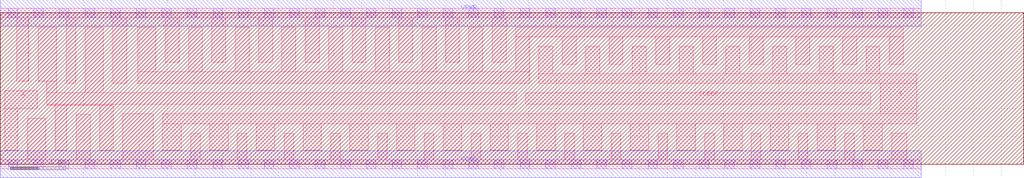
<source format=lef>
# Copyright 2020 The SkyWater PDK Authors
#
# Licensed under the Apache License, Version 2.0 (the "License");
# you may not use this file except in compliance with the License.
# You may obtain a copy of the License at
#
#     https://www.apache.org/licenses/LICENSE-2.0
#
# Unless required by applicable law or agreed to in writing, software
# distributed under the License is distributed on an "AS IS" BASIS,
# WITHOUT WARRANTIES OR CONDITIONS OF ANY KIND, either express or implied.
# See the License for the specific language governing permissions and
# limitations under the License.
#
# SPDX-License-Identifier: Apache-2.0

VERSION 5.7 ;

BUSBITCHARS "[]" ;
DIVIDERCHAR "/" ;

UNITS
  TIME NANOSECONDS 1 ;
  CAPACITANCE PICOFARADS 1 ;
  RESISTANCE OHMS 1 ;
  DATABASE MICRONS 1000 ;
END UNITS

MANUFACTURINGGRID 0.005 ;

# High density, single height
SITE unithd
  SYMMETRY Y ;
  CLASS CORE ;
  SIZE 0.46 BY 2.72 ;
END unithd

# High density, double height
SITE unithddbl
  SYMMETRY Y ;
  CLASS CORE ;
  SIZE 0.46 BY 5.44 ;
END unithddbl

LAYER li1
  TYPE ROUTING ;
  DIRECTION VERTICAL ;

  PITCH 0.46 0.34 ;
  OFFSET 0.23 0.17 ;

  WIDTH 0.17 ;          # LI 1
  # SPACING  0.17 ;     # LI 2
  SPACINGTABLE
     PARALLELRUNLENGTH 0
     WIDTH 0 0.17 ;
  AREA 0.0561 ;         # LI 6
  THICKNESS 0.1 ;
  RESISTANCE RPERSQ 12.2 ;

  ANTENNAMODEL OXIDE1 ;
  ANTENNADIFFSIDEAREARATIO PWL ( ( 0 75 ) ( 0.0125 75 ) ( 0.0225 85.125 ) ( 22.5 10200 ) ) ;
END li1

LAYER mcon
  TYPE CUT ;

  WIDTH 0.17 ;                # Mcon 1
  SPACING 0.19 ;              # Mcon 2
  ENCLOSURE BELOW 0 0 ;       # Mcon 4
  ENCLOSURE ABOVE 0.03 0.06 ; # Met1 4 / Met1 5

  ANTENNADIFFAREARATIO PWL ( ( 0 3 ) ( 0.0125 3 ) ( 0.0225 3.405 ) ( 22.5 408 ) ) ;
  DCCURRENTDENSITY AVERAGE 0.36 ; # mA per via Iavg_max at Tj = 90oC

END mcon

LAYER met1
  TYPE ROUTING ;
  DIRECTION HORIZONTAL ;

  PITCH 0.34 ;
  OFFSET 0.17 ;

  WIDTH 0.14 ;                     # Met1 1
  # SPACING 0.14 ;                 # Met1 2
  # SPACING 0.28 RANGE 3.001 100 ; # Met1 3b
  SPACINGTABLE
     PARALLELRUNLENGTH 0
     WIDTH 0 0.14
     WIDTH 3 0.28 ;
  AREA 0.083 ;                     # Met1 6
  THICKNESS 0.35 ;

  ANTENNAMODEL OXIDE1 ;
  ANTENNADIFFSIDEAREARATIO PWL ( ( 0 400 ) ( 0.0125 400 ) ( 0.0225 2609 ) ( 22.5 11600 ) ) ;

  EDGECAPACITANCE 1.79E-6 ;
  CAPACITANCE CPERSQDIST 25.8E-6 ;
  DCCURRENTDENSITY AVERAGE 2.8 ; # mA/um Iavg_max at Tj = 90oC
  ACCURRENTDENSITY RMS 6.1 ; # mA/um Irms_max at Tj = 90oC
  MAXIMUMDENSITY 70 ;
  DENSITYCHECKWINDOW 700 700 ;
  DENSITYCHECKSTEP 70 ;

  RESISTANCE RPERSQ 0.125 ;
END met1

LAYER via
  TYPE CUT ;
  WIDTH 0.15 ;                  # Via 1a
  SPACING 0.17 ;                # Via 2
  ENCLOSURE BELOW 0.055 0.085 ; # Via 4a / Via 5a
  ENCLOSURE ABOVE 0.055 0.085 ; # Met2 4 / Met2 5

  ANTENNADIFFAREARATIO PWL ( ( 0 6 ) ( 0.0125 6 ) ( 0.0225 6.81 ) ( 22.5 816 ) ) ;
  DCCURRENTDENSITY AVERAGE 0.29 ; # mA per via Iavg_max at Tj = 90oC
END via

LAYER met2
  TYPE ROUTING ;
  DIRECTION VERTICAL ;

  PITCH 0.46 ;
  OFFSET 0.23 ;

  WIDTH 0.14 ;                        # Met2 1
  # SPACING  0.14 ;                   # Met2 2
  # SPACING  0.28 RANGE 3.001 100 ;   # Met2 3b
  SPACINGTABLE
     PARALLELRUNLENGTH 0
     WIDTH 0 0.14
     WIDTH 3 0.28 ;
  AREA 0.0676 ;                       # Met2 6
  THICKNESS 0.35 ;

  CAPACITANCE CPERSQDIST 17.5E-6 ;
  RESISTANCE RPERSQ 0.125 ;
  DCCURRENTDENSITY AVERAGE 2.8 ; # mA/um Iavg_max at Tj = 90oC
  ACCURRENTDENSITY RMS 6.1 ; # mA/um Irms_max at Tj = 90oC

  ANTENNAMODEL OXIDE1 ;
  ANTENNADIFFSIDEAREARATIO PWL ( ( 0 400 ) ( 0.0125 400 ) ( 0.0225 2609 ) ( 22.5 11600 ) ) ;

  MAXIMUMDENSITY 70 ;
  DENSITYCHECKWINDOW 700 700 ;
  DENSITYCHECKSTEP 70 ;
END met2

# ******** Layer via2, type routing, number 44 **************
LAYER via2
  TYPE CUT ;
  WIDTH 0.2 ;                   # Via2 1
  SPACING 0.2 ;                 # Via2 2
  ENCLOSURE BELOW 0.04 0.085 ;  # Via2 4
  ENCLOSURE ABOVE 0.065 0.065 ; # Met3 4
  ANTENNADIFFAREARATIO PWL ( ( 0 6 ) ( 0.0125 6 ) ( 0.0225 6.81 ) ( 22.5 816 ) ) ;
  DCCURRENTDENSITY AVERAGE 0.48 ; # mA per via Iavg_max at Tj = 90oC
END via2

LAYER met3
  TYPE ROUTING ;
  DIRECTION HORIZONTAL ;

  PITCH 0.68 ;
  OFFSET 0.34 ;

  WIDTH 0.3 ;              # Met3 1
  # SPACING 0.3 ;          # Met3 2
  SPACINGTABLE
     PARALLELRUNLENGTH 0
     WIDTH 0 0.3
     WIDTH 3 0.4 ;
  AREA 0.24 ;              # Met3 6
  THICKNESS 0.8 ;

  EDGECAPACITANCE 1.86E-6 ;
  CAPACITANCE CPERSQDIST 12.6E-6 ;
  RESISTANCE RPERSQ 0.047 ;
  DCCURRENTDENSITY AVERAGE 6.8 ; # mA/um Iavg_max at Tj = 90oC
  ACCURRENTDENSITY RMS 14.9 ; # mA/um Irms_max at Tj = 90oC

  ANTENNAMODEL OXIDE1 ;
  ANTENNADIFFSIDEAREARATIO PWL ( ( 0 400 ) ( 0.0125 400 ) ( 0.0225 2609 ) ( 22.5 11600 ) ) ;

  MAXIMUMDENSITY 70 ;
  DENSITYCHECKWINDOW 700 700 ;
  DENSITYCHECKSTEP 70 ;
END met3

LAYER via3
  TYPE CUT ;
  WIDTH 0.2 ;                   # Via3 1
  SPACING 0.2 ;                 # Via3 2
  ENCLOSURE BELOW 0.06 0.09 ;   # Via3 4 / Via3 5
  ENCLOSURE ABOVE 0.065 0.065 ; # Met4 3
  ANTENNADIFFAREARATIO PWL ( ( 0 6 ) ( 0.0125 6 ) ( 0.0225 6.81 ) ( 22.5 816 ) ) ;
  DCCURRENTDENSITY AVERAGE 0.48 ; # mA per via Iavg_max at Tj = 90oC
END via3

LAYER met4
  TYPE ROUTING ;
  DIRECTION VERTICAL ;

  PITCH 0.92 ;
  OFFSET 0.46 ;

  WIDTH 0.3 ;             # Met4 1
  # SPACING  0.3 ;             # Met4 2
  SPACINGTABLE
     PARALLELRUNLENGTH 0
     WIDTH 0 0.3
     WIDTH 3 0.4 ;
  AREA 0.24 ;            # Met4 4a

  THICKNESS 0.8 ;

  EDGECAPACITANCE 1.29E-6 ;
  CAPACITANCE CPERSQDIST 8.67E-6 ;
  RESISTANCE RPERSQ 0.047 ;
  DCCURRENTDENSITY AVERAGE 6.8 ; # mA/um Iavg_max at Tj = 90oC
  ACCURRENTDENSITY RMS 14.9 ; # mA/um Irms_max at Tj = 90oC

  ANTENNAMODEL OXIDE1 ;
  ANTENNADIFFSIDEAREARATIO PWL ( ( 0 400 ) ( 0.0125 400 ) ( 0.0225 2609 ) ( 22.5 11600 ) ) ;

  MAXIMUMDENSITY 70 ;
  DENSITYCHECKWINDOW 700 700 ;
  DENSITYCHECKSTEP 70 ;
END met4

LAYER via4
  TYPE CUT ;

  WIDTH 0.8 ;                 # Via4 1
  SPACING 0.8 ;               # Via4 2
  ENCLOSURE BELOW 0.19 0.19 ; # Via4 4
  ENCLOSURE ABOVE 0.31 0.31 ; # Met5 3
  ANTENNADIFFAREARATIO PWL ( ( 0 6 ) ( 0.0125 6 ) ( 0.0225 6.81 ) ( 22.5 816 ) ) ;
  DCCURRENTDENSITY AVERAGE 2.49 ; # mA per via Iavg_max at Tj = 90oC
END via4

LAYER met5
  TYPE ROUTING ;
  DIRECTION HORIZONTAL ;

  PITCH 3.4 ;
  OFFSET 1.7 ;

  WIDTH 1.6 ;            # Met5 1
  #SPACING  1.6 ;        # Met5 2
  SPACINGTABLE
     PARALLELRUNLENGTH 0
     WIDTH 0 1.6 ;
  AREA 4 ;               # Met5 4

  THICKNESS 1.2 ;

  EDGECAPACITANCE 4.96E-6 ;
  CAPACITANCE CPERSQDIST 6.48E-6 ;
  RESISTANCE RPERSQ 0.0285 ;
  DCCURRENTDENSITY AVERAGE 10.17 ; # mA/um Iavg_max at Tj = 90oC
  ACCURRENTDENSITY RMS 22.34 ; # mA/um Irms_max at Tj = 90oC

  ANTENNAMODEL OXIDE1 ;
  ANTENNADIFFSIDEAREARATIO PWL ( ( 0 400 ) ( 0.0125 400 ) ( 0.0225 2609 ) ( 22.5 11600 ) ) ;
END met5


### Routing via cells section   ###
# Plus via rule, metals are along the prefered direction
VIA L1M1_PR DEFAULT
  LAYER mcon ;
  RECT -0.085 -0.085 0.085 0.085 ;
  LAYER li1 ;
  RECT -0.085 -0.085 0.085 0.085 ;
  LAYER met1 ;
  RECT -0.145 -0.115 0.145 0.115 ;
END L1M1_PR

VIARULE L1M1_PR GENERATE
  LAYER li1 ;
  ENCLOSURE 0 0 ;
  LAYER met1 ;
  ENCLOSURE 0.06 0.03 ;
  LAYER mcon ;
  RECT -0.085 -0.085 0.085 0.085 ;
  SPACING 0.36 BY 0.36 ;
END L1M1_PR

# Plus via rule, metals are along the non prefered direction
VIA L1M1_PR_R DEFAULT
  LAYER mcon ;
  RECT -0.085 -0.085 0.085 0.085 ;
  LAYER li1 ;
  RECT -0.085 -0.085 0.085 0.085 ;
  LAYER met1 ;
  RECT -0.115 -0.145 0.115 0.145 ;
END L1M1_PR_R

VIARULE L1M1_PR_R GENERATE
  LAYER li1 ;
  ENCLOSURE 0 0 ;
  LAYER met1 ;
  ENCLOSURE 0.03 0.06 ;
  LAYER mcon ;
  RECT -0.085 -0.085 0.085 0.085 ;
  SPACING 0.36 BY 0.36 ;
END L1M1_PR_R

# Minus via rule, lower layer metal is along prefered direction
VIA L1M1_PR_M DEFAULT
  LAYER mcon ;
  RECT -0.085 -0.085 0.085 0.085 ;
  LAYER li1 ;
  RECT -0.085 -0.085 0.085 0.085 ;
  LAYER met1 ;
  RECT -0.115 -0.145 0.115 0.145 ;
END L1M1_PR_M

VIARULE L1M1_PR_M GENERATE
  LAYER li1 ;
  ENCLOSURE 0 0 ;
  LAYER met1 ;
  ENCLOSURE 0.03 0.06 ;
  LAYER mcon ;
  RECT -0.085 -0.085 0.085 0.085 ;
  SPACING 0.36 BY 0.36 ;
END L1M1_PR_M

# Minus via rule, upper layer metal is along prefered direction
VIA L1M1_PR_MR DEFAULT
  LAYER mcon ;
  RECT -0.085 -0.085 0.085 0.085 ;
  LAYER li1 ;
  RECT -0.085 -0.085 0.085 0.085 ;
  LAYER met1 ;
  RECT -0.145 -0.115 0.145 0.115 ;
END L1M1_PR_MR

VIARULE L1M1_PR_MR GENERATE
  LAYER li1 ;
  ENCLOSURE 0 0 ;
  LAYER met1 ;
  ENCLOSURE 0.06 0.03 ;
  LAYER mcon ;
  RECT -0.085 -0.085 0.085 0.085 ;
  SPACING 0.36 BY 0.36 ;
END L1M1_PR_MR

# Centered via rule, we really do not want to use it
VIA L1M1_PR_C DEFAULT
  LAYER mcon ;
  RECT -0.085 -0.085 0.085 0.085 ;
  LAYER li1 ;
  RECT -0.085 -0.085 0.085 0.085 ;
  LAYER met1 ;
  RECT -0.145 -0.145 0.145 0.145 ;
END L1M1_PR_C

VIARULE L1M1_PR_C GENERATE
  LAYER li1 ;
  ENCLOSURE 0 0 ;
  LAYER met1 ;
  ENCLOSURE 0.06 0.06 ;
  LAYER mcon ;
  RECT -0.085 -0.085 0.085 0.085 ;
  SPACING 0.36 BY 0.36 ;
END L1M1_PR_C

# Plus via rule, metals are along the prefered direction
VIA M1M2_PR DEFAULT
  LAYER via ;
  RECT -0.075 -0.075 0.075 0.075 ;
  LAYER met1 ;
  RECT -0.16 -0.13 0.16 0.13 ;
  LAYER met2 ;
  RECT -0.13 -0.16 0.13 0.16 ;
END M1M2_PR

VIARULE M1M2_PR GENERATE
  LAYER met1 ;
  ENCLOSURE 0.085 0.055 ;
  LAYER met2 ;
  ENCLOSURE 0.055 0.085 ;
  LAYER via ;
  RECT -0.075 -0.075 0.075 0.075 ;
  SPACING 0.32 BY 0.32 ;
END M1M2_PR

# Plus via rule, metals are along the non prefered direction
VIA M1M2_PR_R DEFAULT
  LAYER via ;
  RECT -0.075 -0.075 0.075 0.075 ;
  LAYER met1 ;
  RECT -0.13 -0.16 0.13 0.16 ;
  LAYER met2 ;
  RECT -0.16 -0.13 0.16 0.13 ;
END M1M2_PR_R

VIARULE M1M2_PR_R GENERATE
  LAYER met1 ;
  ENCLOSURE 0.055 0.085 ;
  LAYER met2 ;
  ENCLOSURE 0.085 0.055 ;
  LAYER via ;
  RECT -0.075 -0.075 0.075 0.075 ;
  SPACING 0.32 BY 0.32 ;
END M1M2_PR_R

# Minus via rule, lower layer metal is along prefered direction
VIA M1M2_PR_M DEFAULT
  LAYER via ;
  RECT -0.075 -0.075 0.075 0.075 ;
  LAYER met1 ;
  RECT -0.16 -0.13 0.16 0.13 ;
  LAYER met2 ;
  RECT -0.16 -0.13 0.16 0.13 ;
END M1M2_PR_M

VIARULE M1M2_PR_M GENERATE
  LAYER met1 ;
  ENCLOSURE 0.085 0.055 ;
  LAYER met2 ;
  ENCLOSURE 0.085 0.055 ;
  LAYER via ;
  RECT -0.075 -0.075 0.075 0.075 ;
  SPACING 0.32 BY 0.32 ;
END M1M2_PR_M

# Minus via rule, upper layer metal is along prefered direction
VIA M1M2_PR_MR DEFAULT
  LAYER via ;
  RECT -0.075 -0.075 0.075 0.075 ;
  LAYER met1 ;
  RECT -0.13 -0.16 0.13 0.16 ;
  LAYER met2 ;
  RECT -0.13 -0.16 0.13 0.16 ;
END M1M2_PR_MR

VIARULE M1M2_PR_MR GENERATE
  LAYER met1 ;
  ENCLOSURE 0.055 0.085 ;
  LAYER met2 ;
  ENCLOSURE 0.055 0.085 ;
  LAYER via ;
  RECT -0.075 -0.075 0.075 0.075 ;
  SPACING 0.32 BY 0.32 ;
END M1M2_PR_MR

# Centered via rule, we really do not want to use it
VIA M1M2_PR_C DEFAULT
  LAYER via ;
  RECT -0.075 -0.075 0.075 0.075 ;
  LAYER met1 ;
  RECT -0.16 -0.16 0.16 0.16 ;
  LAYER met2 ;
  RECT -0.16 -0.16 0.16 0.16 ;
END M1M2_PR_C

VIARULE M1M2_PR_C GENERATE
  LAYER met1 ;
  ENCLOSURE 0.085 0.085 ;
  LAYER met2 ;
  ENCLOSURE 0.085 0.085 ;
  LAYER via ;
  RECT -0.075 -0.075 0.075 0.075 ;
  SPACING 0.32 BY 0.32 ;
END M1M2_PR_C

# Plus via rule, metals are along the prefered direction
VIA M2M3_PR DEFAULT
  LAYER via2 ;
  RECT -0.1 -0.1 0.1 0.1 ;
  LAYER met2 ;
  RECT -0.14 -0.185 0.14 0.185 ;
  LAYER met3 ;
  RECT -0.165 -0.165 0.165 0.165 ;
END M2M3_PR

VIARULE M2M3_PR GENERATE
  LAYER met2 ;
  ENCLOSURE 0.04 0.085 ;
  LAYER met3 ;
  ENCLOSURE 0.065 0.065 ;
  LAYER via2 ;
  RECT -0.1 -0.1 0.1 0.1 ;
  SPACING 0.4 BY 0.4 ;
END M2M3_PR

# Plus via rule, metals are along the non prefered direction
VIA M2M3_PR_R DEFAULT
  LAYER via2 ;
  RECT -0.1 -0.1 0.1 0.1 ;
  LAYER met2 ;
  RECT -0.185 -0.14 0.185 0.14 ;
  LAYER met3 ;
  RECT -0.165 -0.165 0.165 0.165 ;
END M2M3_PR_R

VIARULE M2M3_PR_R GENERATE
  LAYER met2 ;
  ENCLOSURE 0.085 0.04 ;
  LAYER met3 ;
  ENCLOSURE 0.065 0.065 ;
  LAYER via2 ;
  RECT -0.1 -0.1 0.1 0.1 ;
  SPACING 0.4 BY 0.4 ;
END M2M3_PR_R

# Minus via rule, lower layer metal is along prefered direction
VIA M2M3_PR_M DEFAULT
  LAYER via2 ;
  RECT -0.1 -0.1 0.1 0.1 ;
  LAYER met2 ;
  RECT -0.14 -0.185 0.14 0.185 ;
  LAYER met3 ;
  RECT -0.165 -0.165 0.165 0.165 ;
END M2M3_PR_M

VIARULE M2M3_PR_M GENERATE
  LAYER met2 ;
  ENCLOSURE 0.04 0.085 ;
  LAYER met3 ;
  ENCLOSURE 0.065 0.065 ;
  LAYER via2 ;
  RECT -0.1 -0.1 0.1 0.1 ;
  SPACING 0.4 BY 0.4 ;
END M2M3_PR_M

# Minus via rule, upper layer metal is along prefered direction
VIA M2M3_PR_MR DEFAULT
  LAYER via2 ;
  RECT -0.1 -0.1 0.1 0.1 ;
  LAYER met2 ;
  RECT -0.185 -0.14 0.185 0.14 ;
  LAYER met3 ;
  RECT -0.165 -0.165 0.165 0.165 ;
END M2M3_PR_MR

VIARULE M2M3_PR_MR GENERATE
  LAYER met2 ;
  ENCLOSURE 0.085 0.04 ;
  LAYER met3 ;
  ENCLOSURE 0.065 0.065 ;
  LAYER via2 ;
  RECT -0.1 -0.1 0.1 0.1 ;
  SPACING 0.4 BY 0.4 ;
END M2M3_PR_MR

# Centered via rule, we really do not want to use it
VIA M2M3_PR_C DEFAULT
  LAYER via2 ;
  RECT -0.1 -0.1 0.1 0.1 ;
  LAYER met2 ;
  RECT -0.185 -0.185 0.185 0.185 ;
  LAYER met3 ;
  RECT -0.165 -0.165 0.165 0.165 ;
END M2M3_PR_C

VIARULE M2M3_PR_C GENERATE
  LAYER met2 ;
  ENCLOSURE 0.085 0.085 ;
  LAYER met3 ;
  ENCLOSURE 0.065 0.065 ;
  LAYER via2 ;
  RECT -0.1 -0.1 0.1 0.1 ;
  SPACING 0.4 BY 0.4 ;
END M2M3_PR_C

# Plus via rule, metals are along the prefered direction
VIA M3M4_PR DEFAULT
  LAYER via3 ;
  RECT -0.1 -0.1 0.1 0.1 ;
  LAYER met3 ;
  RECT -0.19 -0.16 0.19 0.16 ;
  LAYER met4 ;
  RECT -0.165 -0.165 0.165 0.165 ;
END M3M4_PR

VIARULE M3M4_PR GENERATE
  LAYER met3 ;
  ENCLOSURE 0.09 0.06 ;
  LAYER met4 ;
  ENCLOSURE 0.065 0.065 ;
  LAYER via3 ;
  RECT -0.1 -0.1 0.1 0.1 ;
  SPACING 0.4 BY 0.4 ;
END M3M4_PR

# Plus via rule, metals are along the non prefered direction
VIA M3M4_PR_R DEFAULT
  LAYER via3 ;
  RECT -0.1 -0.1 0.1 0.1 ;
  LAYER met3 ;
  RECT -0.16 -0.19 0.16 0.19 ;
  LAYER met4 ;
  RECT -0.165 -0.165 0.165 0.165 ;
END M3M4_PR_R

VIARULE M3M4_PR_R GENERATE
  LAYER met3 ;
  ENCLOSURE 0.06 0.09 ;
  LAYER met4 ;
  ENCLOSURE 0.065 0.065 ;
  LAYER via3 ;
  RECT -0.1 -0.1 0.1 0.1 ;
  SPACING 0.4 BY 0.4 ;
END M3M4_PR_R

# Minus via rule, lower layer metal is along prefered direction
VIA M3M4_PR_M DEFAULT
  LAYER via3 ;
  RECT -0.1 -0.1 0.1 0.1 ;
  LAYER met3 ;
  RECT -0.19 -0.16 0.19 0.16 ;
  LAYER met4 ;
  RECT -0.165 -0.165 0.165 0.165 ;
END M3M4_PR_M

VIARULE M3M4_PR_M GENERATE
  LAYER met3 ;
  ENCLOSURE 0.09 0.06 ;
  LAYER met4 ;
  ENCLOSURE 0.065 0.065 ;
  LAYER via3 ;
  RECT -0.1 -0.1 0.1 0.1 ;
  SPACING 0.4 BY 0.4 ;
END M3M4_PR_M

# Minus via rule, upper layer metal is along prefered direction
VIA M3M4_PR_MR DEFAULT
  LAYER via3 ;
  RECT -0.1 -0.1 0.1 0.1 ;
  LAYER met3 ;
  RECT -0.16 -0.19 0.16 0.19 ;
  LAYER met4 ;
  RECT -0.165 -0.165 0.165 0.165 ;
END M3M4_PR_MR

VIARULE M3M4_PR_MR GENERATE
  LAYER met3 ;
  ENCLOSURE 0.06 0.09 ;
  LAYER met4 ;
  ENCLOSURE 0.065 0.065 ;
  LAYER via3 ;
  RECT -0.1 -0.1 0.1 0.1 ;
  SPACING 0.4 BY 0.4 ;
END M3M4_PR_MR

# Centered via rule, we really do not want to use it
VIA M3M4_PR_C DEFAULT
  LAYER via3 ;
  RECT -0.1 -0.1 0.1 0.1 ;
  LAYER met3 ;
  RECT -0.19 -0.19 0.19 0.19 ;
  LAYER met4 ;
  RECT -0.165 -0.165 0.165 0.165 ;
END M3M4_PR_C

VIARULE M3M4_PR_C GENERATE
  LAYER met3 ;
  ENCLOSURE 0.09 0.09 ;
  LAYER met4 ;
  ENCLOSURE 0.065 0.065 ;
  LAYER via3 ;
  RECT -0.1 -0.1 0.1 0.1 ;
  SPACING 0.4 BY 0.4 ;
END M3M4_PR_C

# Plus via rule, metals are along the prefered direction
VIA M4M5_PR DEFAULT
  LAYER via4 ;
  RECT -0.4 -0.4 0.4 0.4 ;
  LAYER met4 ;
  RECT -0.59 -0.59 0.59 0.59 ;
  LAYER met5 ;
  RECT -0.71 -0.71 0.71 0.71 ;
END M4M5_PR

VIARULE M4M5_PR GENERATE
  LAYER met4 ;
  ENCLOSURE 0.19 0.19 ;
  LAYER met5 ;
  ENCLOSURE 0.31 0.31 ;
  LAYER via4 ;
  RECT -0.4 -0.4 0.4 0.4 ;
  SPACING 1.6 BY 1.6 ;
END M4M5_PR

# Plus via rule, metals are along the non prefered direction
VIA M4M5_PR_R DEFAULT
  LAYER via4 ;
  RECT -0.4 -0.4 0.4 0.4 ;
  LAYER met4 ;
  RECT -0.59 -0.59 0.59 0.59 ;
  LAYER met5 ;
  RECT -0.71 -0.71 0.71 0.71 ;
END M4M5_PR_R

VIARULE M4M5_PR_R GENERATE
  LAYER met4 ;
  ENCLOSURE 0.19 0.19 ;
  LAYER met5 ;
  ENCLOSURE 0.31 0.31 ;
  LAYER via4 ;
  RECT -0.4 -0.4 0.4 0.4 ;
  SPACING 1.6 BY 1.6 ;
END M4M5_PR_R

# Minus via rule, lower layer metal is along prefered direction
VIA M4M5_PR_M DEFAULT
  LAYER via4 ;
  RECT -0.4 -0.4 0.4 0.4 ;
  LAYER met4 ;
  RECT -0.59 -0.59 0.59 0.59 ;
  LAYER met5 ;
  RECT -0.71 -0.71 0.71 0.71 ;
END M4M5_PR_M

VIARULE M4M5_PR_M GENERATE
  LAYER met4 ;
  ENCLOSURE 0.19 0.19 ;
  LAYER met5 ;
  ENCLOSURE 0.31 0.31 ;
  LAYER via4 ;
  RECT -0.4 -0.4 0.4 0.4 ;
  SPACING 1.6 BY 1.6 ;
END M4M5_PR_M

# Minus via rule, upper layer metal is along prefered direction
VIA M4M5_PR_MR DEFAULT
  LAYER via4 ;
  RECT -0.4 -0.4 0.4 0.4 ;
  LAYER met4 ;
  RECT -0.59 -0.59 0.59 0.59 ;
  LAYER met5 ;
  RECT -0.71 -0.71 0.71 0.71 ;
END M4M5_PR_MR

VIARULE M4M5_PR_MR GENERATE
  LAYER met4 ;
  ENCLOSURE 0.19 0.19 ;
  LAYER met5 ;
  ENCLOSURE 0.31 0.31 ;
  LAYER via4 ;
  RECT -0.4 -0.4 0.4 0.4 ;
  SPACING 1.6 BY 1.6 ;
END M4M5_PR_MR

# Centered via rule, we really do not want to use it
VIA M4M5_PR_C DEFAULT
  LAYER via4 ;
  RECT -0.4 -0.4 0.4 0.4 ;
  LAYER met4 ;
  RECT -0.59 -0.59 0.59 0.59 ;
  LAYER met5 ;
  RECT -0.71 -0.71 0.71 0.71 ;
END M4M5_PR_C

VIARULE M4M5_PR_C GENERATE
  LAYER met4 ;
  ENCLOSURE 0.19 0.19 ;
  LAYER met5 ;
  ENCLOSURE 0.31 0.31 ;
  LAYER via4 ;
  RECT -0.4 -0.4 0.4 0.4 ;
  SPACING 1.6 BY 1.6 ;
END M4M5_PR_C
###  end of single via cells   ###



MACRO sky130_fd_sc_hd__a2111o_1
  CLASS CORE ;
  FOREIGN sky130_fd_sc_hd__a2111o_1 ;
  ORIGIN  0.000000  0.000000 ;
  SIZE 5.98 BY 2.72 ;
  SYMMETRY X Y R90 ;
  SITE unithd ;
  PIN A1
    ANTENNAGATEAREA  0.247500 ;
    DIRECTION INPUT ;
    USE SIGNAL ;
    PORT
      LAYER li1 ;
        RECT 2.905 0.995 3.29 1.325 ;
        RECT 2.985 0.285 3.54 0.845 ;
        RECT 2.985 0.845 3.29 0.995 ;
    END
  END A1
  PIN A2
    ANTENNAGATEAREA  0.247500 ;
    DIRECTION INPUT ;
    USE SIGNAL ;
    PORT
      LAYER li1 ;
        RECT 3.51 1.025 4.01 1.29 ;
    END
  END A2
  PIN B1
    ANTENNAGATEAREA  0.247500 ;
    DIRECTION INPUT ;
    USE SIGNAL ;
    PORT
      LAYER li1 ;
        RECT 2.4 0.995 2.68 2.465 ;
    END
  END B1
  PIN C1
    ANTENNAGATEAREA  0.247500 ;
    DIRECTION INPUT ;
    USE SIGNAL ;
    PORT
      LAYER li1 ;
        RECT 1.89 1.05 2.22 2.465 ;
    END
  END C1
  PIN D1
    ANTENNAGATEAREA  0.247500 ;
    DIRECTION INPUT ;
    USE SIGNAL ;
    PORT
      LAYER li1 ;
        RECT 1.29 1.05 1.72 1.29 ;
        RECT 1.515 1.29 1.72 2.465 ;
    END
  END D1
  PIN X
    ANTENNADIFFAREA  0.504500 ;
    DIRECTION OUTPUT ;
    USE SIGNAL ;
    PORT
      LAYER li1 ;
        RECT 0.135 0.255 0.465 1.62 ;
        RECT 0.135 1.62 0.39 2.46 ;
    END
  END X
  PIN VGND
    DIRECTION INOUT ;
    SHAPE ABUTMENT ;
    USE GROUND ;
    PORT
      LAYER met1 ;
        RECT 0 -0.24 4.14 0.24 ;
    END
  END VGND
  PIN VPWR
    DIRECTION INOUT ;
    SHAPE ABUTMENT ;
    USE POWER ;
    PORT
      LAYER met1 ;
        RECT 0 2.48 4.14 2.96 ;
    END
  END VPWR
  OBS
    LAYER li1 ;
      RECT 0 -0.085 4.14 0.085 ;
      RECT 0 2.635 4.14 2.805 ;
      RECT 0.565 1.815 0.895 2.635 ;
      RECT 0.635 0.085 1.31 0.47 ;
      RECT 0.695 0.65 1.915 0.655 ;
      RECT 0.695 0.655 2.805 0.825 ;
      RECT 0.695 0.825 0.915 1.465 ;
      RECT 0.695 1.465 1.345 1.645 ;
      RECT 1.135 1.645 1.345 2.46 ;
      RECT 1.585 0.26 1.915 0.65 ;
      RECT 2.085 0.085 2.43 0.485 ;
      RECT 2.6 0.26 2.805 0.655 ;
      RECT 2.86 1.495 3.99 1.665 ;
      RECT 2.86 1.665 3.145 2.46 ;
      RECT 3.325 1.835 3.54 2.635 ;
      RECT 3.715 0.085 3.955 0.76 ;
      RECT 3.72 1.665 3.99 2.46 ;
    LAYER mcon ;
      RECT 0.145 -0.085 0.315 0.085 ;
      RECT 0.145 2.635 0.315 2.805 ;
      RECT 0.605 -0.085 0.775 0.085 ;
      RECT 0.605 2.635 0.775 2.805 ;
      RECT 1.065 -0.085 1.235 0.085 ;
      RECT 1.065 2.635 1.235 2.805 ;
      RECT 1.525 -0.085 1.695 0.085 ;
      RECT 1.525 2.635 1.695 2.805 ;
      RECT 1.985 -0.085 2.155 0.085 ;
      RECT 1.985 2.635 2.155 2.805 ;
      RECT 2.445 -0.085 2.615 0.085 ;
      RECT 2.445 2.635 2.615 2.805 ;
      RECT 2.905 -0.085 3.075 0.085 ;
      RECT 2.905 2.635 3.075 2.805 ;
      RECT 3.365 -0.085 3.535 0.085 ;
      RECT 3.365 2.635 3.535 2.805 ;
      RECT 3.825 -0.085 3.995 0.085 ;
      RECT 3.825 2.635 3.995 2.805 ;
  END
END sky130_fd_sc_hd__a2111o_1
MACRO sky130_fd_sc_hd__a2111o_2
  CLASS CORE ;
  FOREIGN sky130_fd_sc_hd__a2111o_2 ;
  ORIGIN  0.000000  0.000000 ;
  SIZE 6.44 BY 2.72 ;
  SYMMETRY X Y R90 ;
  SITE unithd ;
  PIN A1
    ANTENNAGATEAREA  0.247500 ;
    DIRECTION INPUT ;
    USE SIGNAL ;
    PORT
      LAYER li1 ;
        RECT 3.365 0.955 3.775 1.74 ;
        RECT 3.505 0.29 3.995 0.825 ;
        RECT 3.505 0.825 3.775 0.955 ;
    END
  END A1
  PIN A2
    ANTENNAGATEAREA  0.247500 ;
    DIRECTION INPUT ;
    USE SIGNAL ;
    PORT
      LAYER li1 ;
        RECT 3.945 0.995 4.515 1.74 ;
    END
  END A2
  PIN B1
    ANTENNAGATEAREA  0.247500 ;
    DIRECTION INPUT ;
    USE SIGNAL ;
    PORT
      LAYER li1 ;
        RECT 2.905 0.995 3.195 1.74 ;
    END
  END B1
  PIN C1
    ANTENNAGATEAREA  0.247500 ;
    DIRECTION INPUT ;
    USE SIGNAL ;
    PORT
      LAYER li1 ;
        RECT 2.425 0.995 2.735 2.355 ;
    END
  END C1
  PIN D1
    ANTENNAGATEAREA  0.247500 ;
    DIRECTION INPUT ;
    USE SIGNAL ;
    PORT
      LAYER li1 ;
        RECT 1.885 0.995 2.255 1.325 ;
        RECT 1.96 1.325 2.255 2.355 ;
    END
  END D1
  PIN X
    ANTENNADIFFAREA  0.462000 ;
    DIRECTION OUTPUT ;
    USE SIGNAL ;
    PORT
      LAYER li1 ;
        RECT 0.605 0.255 0.895 2.39 ;
    END
  END X
  PIN VGND
    DIRECTION INOUT ;
    SHAPE ABUTMENT ;
    USE GROUND ;
    PORT
      LAYER met1 ;
        RECT 0 -0.24 4.6 0.24 ;
    END
  END VGND
  PIN VPWR
    DIRECTION INOUT ;
    SHAPE ABUTMENT ;
    USE POWER ;
    PORT
      LAYER met1 ;
        RECT 0 2.48 4.6 2.96 ;
    END
  END VPWR
  OBS
    LAYER li1 ;
      RECT 0 -0.085 4.6 0.085 ;
      RECT 0 2.635 4.6 2.805 ;
      RECT 0.085 0.085 0.435 0.885 ;
      RECT 0.085 1.635 0.435 2.635 ;
      RECT 1.065 0.085 2.01 0.445 ;
      RECT 1.065 0.445 1.325 0.865 ;
      RECT 1.065 1.075 1.705 1.325 ;
      RECT 1.065 1.495 1.315 2.635 ;
      RECT 1.495 0.615 3.335 0.785 ;
      RECT 1.495 0.785 1.705 1.075 ;
      RECT 1.495 1.325 1.705 1.495 ;
      RECT 1.495 1.495 1.785 2.465 ;
      RECT 2.18 0.255 2.42 0.615 ;
      RECT 2.59 0.085 2.92 0.445 ;
      RECT 3.07 1.915 4.515 2.085 ;
      RECT 3.07 2.085 3.4 2.465 ;
      RECT 3.09 0.255 3.335 0.615 ;
      RECT 3.59 2.255 3.92 2.635 ;
      RECT 4.09 2.085 4.515 2.465 ;
      RECT 4.165 0.085 4.515 0.805 ;
    LAYER mcon ;
      RECT 0.145 -0.085 0.315 0.085 ;
      RECT 0.145 2.635 0.315 2.805 ;
      RECT 0.605 -0.085 0.775 0.085 ;
      RECT 0.605 2.635 0.775 2.805 ;
      RECT 1.065 -0.085 1.235 0.085 ;
      RECT 1.065 2.635 1.235 2.805 ;
      RECT 1.525 -0.085 1.695 0.085 ;
      RECT 1.525 2.635 1.695 2.805 ;
      RECT 1.985 -0.085 2.155 0.085 ;
      RECT 1.985 2.635 2.155 2.805 ;
      RECT 2.445 -0.085 2.615 0.085 ;
      RECT 2.445 2.635 2.615 2.805 ;
      RECT 2.905 -0.085 3.075 0.085 ;
      RECT 2.905 2.635 3.075 2.805 ;
      RECT 3.365 -0.085 3.535 0.085 ;
      RECT 3.365 2.635 3.535 2.805 ;
      RECT 3.825 -0.085 3.995 0.085 ;
      RECT 3.825 2.635 3.995 2.805 ;
      RECT 4.285 -0.085 4.455 0.085 ;
      RECT 4.285 2.635 4.455 2.805 ;
  END
END sky130_fd_sc_hd__a2111o_2
MACRO sky130_fd_sc_hd__a2111o_4
  CLASS CORE ;
  FOREIGN sky130_fd_sc_hd__a2111o_4 ;
  ORIGIN  0.000000  0.000000 ;
  SIZE 9.66 BY 2.72 ;
  SYMMETRY X Y R90 ;
  SITE unithd ;
  PIN A1
    ANTENNAGATEAREA  0.495000 ;
    DIRECTION INPUT ;
    USE SIGNAL ;
    PORT
      LAYER li1 ;
        RECT 3.825 1.075 4.495 1.275 ;
    END
  END A1
  PIN A2
    ANTENNAGATEAREA  0.495000 ;
    DIRECTION INPUT ;
    USE SIGNAL ;
    PORT
      LAYER li1 ;
        RECT 4.675 1.075 5.625 1.275 ;
    END
  END A2
  PIN B1
    ANTENNAGATEAREA  0.495000 ;
    DIRECTION INPUT ;
    USE SIGNAL ;
    PORT
      LAYER li1 ;
        RECT 2.45 0.975 3.255 1.285 ;
    END
  END B1
  PIN C1
    ANTENNAGATEAREA  0.495000 ;
    DIRECTION INPUT ;
    USE SIGNAL ;
    PORT
      LAYER li1 ;
        RECT 1.04 0.975 2.28 1.285 ;
    END
  END C1
  PIN D1
    ANTENNAGATEAREA  0.495000 ;
    DIRECTION INPUT ;
    USE SIGNAL ;
    PORT
      LAYER li1 ;
        RECT 0.085 0.975 0.37 1.625 ;
    END
  END D1
  PIN X
    ANTENNADIFFAREA  0.924000 ;
    DIRECTION OUTPUT ;
    USE SIGNAL ;
    PORT
      LAYER li1 ;
        RECT 6.165 0.255 6.355 0.635 ;
        RECT 6.165 0.635 7.735 0.805 ;
        RECT 6.165 1.465 7.735 1.635 ;
        RECT 6.165 1.635 7.215 1.715 ;
        RECT 6.165 1.715 6.355 2.465 ;
        RECT 7.025 0.255 7.215 0.635 ;
        RECT 7.025 1.715 7.215 2.465 ;
        RECT 7.49 0.805 7.735 1.465 ;
    END
  END X
  PIN VGND
    DIRECTION INOUT ;
    SHAPE ABUTMENT ;
    USE GROUND ;
    PORT
      LAYER met1 ;
        RECT 0 -0.24 7.82 0.24 ;
    END
  END VGND
  PIN VPWR
    DIRECTION INOUT ;
    SHAPE ABUTMENT ;
    USE POWER ;
    PORT
      LAYER met1 ;
        RECT 0 2.48 7.82 2.96 ;
    END
  END VPWR
  OBS
    LAYER li1 ;
      RECT 0 -0.085 7.82 0.085 ;
      RECT 0 2.635 7.82 2.805 ;
      RECT 0.11 1.795 0.37 2.295 ;
      RECT 0.11 2.295 2.16 2.465 ;
      RECT 0.18 0.255 0.44 0.635 ;
      RECT 0.18 0.635 3.655 0.805 ;
      RECT 0.54 0.805 0.87 2.125 ;
      RECT 0.61 0.085 0.94 0.465 ;
      RECT 1.04 1.455 1.23 2.295 ;
      RECT 1.11 0.255 1.34 0.615 ;
      RECT 1.11 0.615 3.655 0.635 ;
      RECT 1.4 1.455 3.1 1.625 ;
      RECT 1.4 1.625 1.73 2.125 ;
      RECT 1.51 0.085 1.84 0.445 ;
      RECT 1.9 1.795 2.16 2.295 ;
      RECT 2.015 0.255 2.24 0.615 ;
      RECT 2.34 1.795 2.675 2.295 ;
      RECT 2.34 2.295 3.65 2.465 ;
      RECT 2.42 0.085 3.295 0.445 ;
      RECT 2.845 1.625 3.1 2.125 ;
      RECT 3.32 1.795 5.495 1.995 ;
      RECT 3.32 1.995 3.65 2.295 ;
      RECT 3.465 0.255 4.585 0.445 ;
      RECT 3.465 0.445 3.655 0.615 ;
      RECT 3.465 0.805 3.655 1.445 ;
      RECT 3.465 1.445 5.975 1.625 ;
      RECT 3.825 0.615 5.495 0.785 ;
      RECT 3.865 2.165 4.195 2.635 ;
      RECT 4.365 1.995 4.625 2.415 ;
      RECT 4.805 0.085 5.14 0.445 ;
      RECT 4.805 2.255 5.14 2.635 ;
      RECT 5.31 0.255 5.495 0.615 ;
      RECT 5.31 1.995 5.495 2.465 ;
      RECT 5.665 0.085 5.995 0.515 ;
      RECT 5.665 1.8 5.995 2.635 ;
      RECT 5.795 1.075 7.32 1.245 ;
      RECT 5.795 1.245 5.975 1.445 ;
      RECT 6.525 0.085 6.855 0.445 ;
      RECT 6.525 1.885 6.855 2.635 ;
      RECT 7.385 0.085 7.715 0.465 ;
      RECT 7.385 1.805 7.715 2.635 ;
    LAYER mcon ;
      RECT 0.145 -0.085 0.315 0.085 ;
      RECT 0.145 2.635 0.315 2.805 ;
      RECT 0.605 -0.085 0.775 0.085 ;
      RECT 0.605 2.635 0.775 2.805 ;
      RECT 1.065 -0.085 1.235 0.085 ;
      RECT 1.065 2.635 1.235 2.805 ;
      RECT 1.525 -0.085 1.695 0.085 ;
      RECT 1.525 2.635 1.695 2.805 ;
      RECT 1.985 -0.085 2.155 0.085 ;
      RECT 1.985 2.635 2.155 2.805 ;
      RECT 2.445 -0.085 2.615 0.085 ;
      RECT 2.445 2.635 2.615 2.805 ;
      RECT 2.905 -0.085 3.075 0.085 ;
      RECT 2.905 2.635 3.075 2.805 ;
      RECT 3.365 -0.085 3.535 0.085 ;
      RECT 3.365 2.635 3.535 2.805 ;
      RECT 3.825 -0.085 3.995 0.085 ;
      RECT 3.825 2.635 3.995 2.805 ;
      RECT 4.285 -0.085 4.455 0.085 ;
      RECT 4.285 2.635 4.455 2.805 ;
      RECT 4.745 -0.085 4.915 0.085 ;
      RECT 4.745 2.635 4.915 2.805 ;
      RECT 5.205 -0.085 5.375 0.085 ;
      RECT 5.205 2.635 5.375 2.805 ;
      RECT 5.665 -0.085 5.835 0.085 ;
      RECT 5.665 2.635 5.835 2.805 ;
      RECT 6.125 -0.085 6.295 0.085 ;
      RECT 6.125 2.635 6.295 2.805 ;
      RECT 6.585 -0.085 6.755 0.085 ;
      RECT 6.585 2.635 6.755 2.805 ;
      RECT 7.045 -0.085 7.215 0.085 ;
      RECT 7.045 2.635 7.215 2.805 ;
      RECT 7.505 -0.085 7.675 0.085 ;
      RECT 7.505 2.635 7.675 2.805 ;
  END
END sky130_fd_sc_hd__a2111o_4
MACRO sky130_fd_sc_hd__a2111oi_0
  CLASS CORE ;
  FOREIGN sky130_fd_sc_hd__a2111oi_0 ;
  ORIGIN  0.000000  0.000000 ;
  SIZE 5.06 BY 2.72 ;
  SYMMETRY X Y R90 ;
  SITE unithd ;
  PIN A1
    ANTENNAGATEAREA  0.159000 ;
    DIRECTION INPUT ;
    USE SIGNAL ;
    PORT
      LAYER li1 ;
        RECT 2.035 1.07 2.625 1.4 ;
        RECT 2.355 0.66 2.625 1.07 ;
        RECT 2.355 1.4 2.625 1.735 ;
    END
  END A1
  PIN A2
    ANTENNAGATEAREA  0.159000 ;
    DIRECTION INPUT ;
    USE SIGNAL ;
    PORT
      LAYER li1 ;
        RECT 2.795 0.65 3.135 1.735 ;
    END
  END A2
  PIN B1
    ANTENNAGATEAREA  0.159000 ;
    DIRECTION INPUT ;
    USE SIGNAL ;
    PORT
      LAYER li1 ;
        RECT 1.495 1.055 1.845 1.735 ;
    END
  END B1
  PIN C1
    ANTENNAGATEAREA  0.159000 ;
    DIRECTION INPUT ;
    USE SIGNAL ;
    PORT
      LAYER li1 ;
        RECT 0.955 1.055 1.325 2.36 ;
    END
  END C1
  PIN D1
    ANTENNAGATEAREA  0.159000 ;
    DIRECTION INPUT ;
    USE SIGNAL ;
    PORT
      LAYER li1 ;
        RECT 0.085 0.73 0.435 1.655 ;
    END
  END D1
  PIN Y
    ANTENNADIFFAREA  0.424000 ;
    DIRECTION OUTPUT ;
    USE SIGNAL ;
    PORT
      LAYER li1 ;
        RECT 0.36 1.825 0.785 2.465 ;
        RECT 0.605 0.635 2.04 0.885 ;
        RECT 0.605 0.885 0.785 1.825 ;
        RECT 0.785 0.255 1.04 0.615 ;
        RECT 0.785 0.615 2.04 0.635 ;
        RECT 1.71 0.28 2.04 0.615 ;
    END
  END Y
  PIN VGND
    DIRECTION INOUT ;
    SHAPE ABUTMENT ;
    USE GROUND ;
    PORT
      LAYER met1 ;
        RECT 0 -0.24 3.22 0.24 ;
    END
  END VGND
  PIN VPWR
    DIRECTION INOUT ;
    SHAPE ABUTMENT ;
    USE POWER ;
    PORT
      LAYER met1 ;
        RECT 0 2.48 3.22 2.96 ;
    END
  END VPWR
  OBS
    LAYER li1 ;
      RECT 0 -0.085 3.22 0.085 ;
      RECT 0 2.635 3.22 2.805 ;
      RECT 0.285 0.085 0.615 0.465 ;
      RECT 1.21 0.085 1.54 0.445 ;
      RECT 1.54 1.905 2.87 2.085 ;
      RECT 1.54 2.085 1.87 2.465 ;
      RECT 2.04 2.255 2.37 2.635 ;
      RECT 2.47 0.085 2.8 0.48 ;
      RECT 2.54 2.085 2.87 2.465 ;
    LAYER mcon ;
      RECT 0.145 -0.085 0.315 0.085 ;
      RECT 0.145 2.635 0.315 2.805 ;
      RECT 0.605 -0.085 0.775 0.085 ;
      RECT 0.605 2.635 0.775 2.805 ;
      RECT 1.065 -0.085 1.235 0.085 ;
      RECT 1.065 2.635 1.235 2.805 ;
      RECT 1.525 -0.085 1.695 0.085 ;
      RECT 1.525 2.635 1.695 2.805 ;
      RECT 1.985 -0.085 2.155 0.085 ;
      RECT 1.985 2.635 2.155 2.805 ;
      RECT 2.445 -0.085 2.615 0.085 ;
      RECT 2.445 2.635 2.615 2.805 ;
      RECT 2.905 -0.085 3.075 0.085 ;
      RECT 2.905 2.635 3.075 2.805 ;
  END
END sky130_fd_sc_hd__a2111oi_0
MACRO sky130_fd_sc_hd__a2111oi_1
  CLASS CORE ;
  FOREIGN sky130_fd_sc_hd__a2111oi_1 ;
  ORIGIN  0.000000  0.000000 ;
  SIZE 5.52 BY 2.72 ;
  SYMMETRY X Y R90 ;
  SITE unithd ;
  PIN A1
    ANTENNAGATEAREA  0.247500 ;
    DIRECTION INPUT ;
    USE SIGNAL ;
    PORT
      LAYER li1 ;
        RECT 2.44 0.995 2.725 1.4 ;
    END
  END A1
  PIN A2
    ANTENNAGATEAREA  0.247500 ;
    DIRECTION INPUT ;
    USE SIGNAL ;
    PORT
      LAYER li1 ;
        RECT 2.905 0.35 3.09 1.02 ;
        RECT 2.905 1.02 3.54 1.29 ;
    END
  END A2
  PIN B1
    ANTENNAGATEAREA  0.247500 ;
    DIRECTION INPUT ;
    USE SIGNAL ;
    PORT
      LAYER li1 ;
        RECT 1.94 1.05 2.27 1.4 ;
        RECT 1.94 1.4 2.215 2.455 ;
    END
  END B1
  PIN C1
    ANTENNAGATEAREA  0.247500 ;
    DIRECTION INPUT ;
    USE SIGNAL ;
    PORT
      LAYER li1 ;
        RECT 1.435 1.05 1.77 2.455 ;
    END
  END C1
  PIN D1
    ANTENNAGATEAREA  0.247500 ;
    DIRECTION INPUT ;
    USE SIGNAL ;
    PORT
      LAYER li1 ;
        RECT 0.785 1.05 1.235 2.455 ;
    END
  END D1
  PIN Y
    ANTENNADIFFAREA  1.388750 ;
    DIRECTION OUTPUT ;
    USE SIGNAL ;
    PORT
      LAYER li1 ;
        RECT 0.145 0.7 1.375 0.705 ;
        RECT 0.145 0.705 2.42 0.815 ;
        RECT 0.145 0.815 2.3 0.88 ;
        RECT 0.145 0.88 0.53 2.46 ;
        RECT 1.045 0.26 1.375 0.7 ;
        RECT 2.09 0.305 2.42 0.705 ;
    END
  END Y
  PIN VGND
    DIRECTION INOUT ;
    SHAPE ABUTMENT ;
    USE GROUND ;
    PORT
      LAYER met1 ;
        RECT 0 -0.24 3.68 0.24 ;
    END
  END VGND
  PIN VPWR
    DIRECTION INOUT ;
    SHAPE ABUTMENT ;
    USE POWER ;
    PORT
      LAYER met1 ;
        RECT 0 2.48 3.68 2.96 ;
    END
  END VPWR
  OBS
    LAYER li1 ;
      RECT 0 -0.085 3.68 0.085 ;
      RECT 0 2.635 3.68 2.805 ;
      RECT 0.315 0.085 0.63 0.525 ;
      RECT 1.55 0.085 1.88 0.535 ;
      RECT 2.395 1.58 3.505 1.75 ;
      RECT 2.395 1.75 2.625 2.46 ;
      RECT 2.8 1.92 3.13 2.635 ;
      RECT 3.27 0.085 3.51 0.76 ;
      RECT 3.31 1.75 3.505 2.46 ;
    LAYER mcon ;
      RECT 0.145 -0.085 0.315 0.085 ;
      RECT 0.145 2.635 0.315 2.805 ;
      RECT 0.605 -0.085 0.775 0.085 ;
      RECT 0.605 2.635 0.775 2.805 ;
      RECT 1.065 -0.085 1.235 0.085 ;
      RECT 1.065 2.635 1.235 2.805 ;
      RECT 1.525 -0.085 1.695 0.085 ;
      RECT 1.525 2.635 1.695 2.805 ;
      RECT 1.985 -0.085 2.155 0.085 ;
      RECT 1.985 2.635 2.155 2.805 ;
      RECT 2.445 -0.085 2.615 0.085 ;
      RECT 2.445 2.635 2.615 2.805 ;
      RECT 2.905 -0.085 3.075 0.085 ;
      RECT 2.905 2.635 3.075 2.805 ;
      RECT 3.365 -0.085 3.535 0.085 ;
      RECT 3.365 2.635 3.535 2.805 ;
  END
END sky130_fd_sc_hd__a2111oi_1
MACRO sky130_fd_sc_hd__a2111oi_2
  CLASS CORE ;
  FOREIGN sky130_fd_sc_hd__a2111oi_2 ;
  ORIGIN  0.000000  0.000000 ;
  SIZE 7.36 BY 2.72 ;
  SYMMETRY X Y R90 ;
  SITE unithd ;
  PIN A1
    ANTENNAGATEAREA  0.495000 ;
    DIRECTION INPUT ;
    USE SIGNAL ;
    PORT
      LAYER li1 ;
        RECT 3.465 0.985 3.715 1.445 ;
        RECT 3.465 1.445 5.29 1.675 ;
        RECT 4.895 0.995 5.29 1.445 ;
    END
  END A1
  PIN A2
    ANTENNAGATEAREA  0.495000 ;
    DIRECTION INPUT ;
    USE SIGNAL ;
    PORT
      LAYER li1 ;
        RECT 3.97 1.015 4.725 1.275 ;
    END
  END A2
  PIN B1
    ANTENNAGATEAREA  0.495000 ;
    DIRECTION INPUT ;
    USE SIGNAL ;
    PORT
      LAYER li1 ;
        RECT 2.185 1.03 2.855 1.275 ;
    END
  END B1
  PIN C1
    ANTENNAGATEAREA  0.495000 ;
    DIRECTION INPUT ;
    USE SIGNAL ;
    PORT
      LAYER li1 ;
        RECT 0.125 1.045 0.455 1.445 ;
        RECT 0.125 1.445 1.8 1.68 ;
        RECT 1.615 1.03 1.975 1.275 ;
        RECT 1.615 1.275 1.8 1.445 ;
    END
  END C1
  PIN D1
    ANTENNAGATEAREA  0.495000 ;
    DIRECTION INPUT ;
    USE SIGNAL ;
    PORT
      LAYER li1 ;
        RECT 0.755 1.075 1.425 1.275 ;
    END
  END D1
  PIN Y
    ANTENNADIFFAREA  1.212750 ;
    DIRECTION OUTPUT ;
    USE SIGNAL ;
    PORT
      LAYER li1 ;
        RECT 0.12 0.255 0.38 0.615 ;
        RECT 0.12 0.615 5.355 0.805 ;
        RECT 0.12 0.805 3.255 0.845 ;
        RECT 0.9 1.85 2.14 2.105 ;
        RECT 1.05 0.255 1.295 0.615 ;
        RECT 1.965 0.255 2.295 0.615 ;
        RECT 1.97 1.445 3.255 1.625 ;
        RECT 1.97 1.625 2.14 1.85 ;
        RECT 2.965 0.275 3.295 0.615 ;
        RECT 3.025 0.845 3.255 1.445 ;
        RECT 5.02 0.295 5.355 0.615 ;
    END
  END Y
  PIN VGND
    DIRECTION INOUT ;
    SHAPE ABUTMENT ;
    USE GROUND ;
    PORT
      LAYER met1 ;
        RECT 0 -0.24 5.52 0.24 ;
    END
  END VGND
  PIN VPWR
    DIRECTION INOUT ;
    SHAPE ABUTMENT ;
    USE POWER ;
    PORT
      LAYER met1 ;
        RECT 0 2.48 5.52 2.96 ;
    END
  END VPWR
  OBS
    LAYER li1 ;
      RECT 0 -0.085 5.52 0.085 ;
      RECT 0 2.635 5.52 2.805 ;
      RECT 0.1 1.87 0.46 2.275 ;
      RECT 0.1 2.275 2.185 2.295 ;
      RECT 0.1 2.295 2.985 2.465 ;
      RECT 0.55 0.085 0.88 0.445 ;
      RECT 1.465 0.085 1.795 0.445 ;
      RECT 2.31 1.795 3.335 1.845 ;
      RECT 2.31 1.845 5.4 1.965 ;
      RECT 2.31 1.965 2.64 2.06 ;
      RECT 2.465 0.085 2.795 0.445 ;
      RECT 2.815 2.135 2.985 2.295 ;
      RECT 3.155 1.965 5.4 2.095 ;
      RECT 3.155 2.095 3.52 2.465 ;
      RECT 3.69 2.275 4.02 2.635 ;
      RECT 4.125 0.085 4.455 0.445 ;
      RECT 4.19 2.095 5.4 2.105 ;
      RECT 4.19 2.105 4.4 2.465 ;
      RECT 4.57 2.275 4.9 2.635 ;
      RECT 5.07 2.105 5.4 2.465 ;
    LAYER mcon ;
      RECT 0.145 -0.085 0.315 0.085 ;
      RECT 0.145 2.635 0.315 2.805 ;
      RECT 0.605 -0.085 0.775 0.085 ;
      RECT 0.605 2.635 0.775 2.805 ;
      RECT 1.065 -0.085 1.235 0.085 ;
      RECT 1.065 2.635 1.235 2.805 ;
      RECT 1.525 -0.085 1.695 0.085 ;
      RECT 1.525 2.635 1.695 2.805 ;
      RECT 1.985 -0.085 2.155 0.085 ;
      RECT 1.985 2.635 2.155 2.805 ;
      RECT 2.445 -0.085 2.615 0.085 ;
      RECT 2.445 2.635 2.615 2.805 ;
      RECT 2.905 -0.085 3.075 0.085 ;
      RECT 2.905 2.635 3.075 2.805 ;
      RECT 3.365 -0.085 3.535 0.085 ;
      RECT 3.365 2.635 3.535 2.805 ;
      RECT 3.825 -0.085 3.995 0.085 ;
      RECT 3.825 2.635 3.995 2.805 ;
      RECT 4.285 -0.085 4.455 0.085 ;
      RECT 4.285 2.635 4.455 2.805 ;
      RECT 4.745 -0.085 4.915 0.085 ;
      RECT 4.745 2.635 4.915 2.805 ;
      RECT 5.205 -0.085 5.375 0.085 ;
      RECT 5.205 2.635 5.375 2.805 ;
  END
END sky130_fd_sc_hd__a2111oi_2
MACRO sky130_fd_sc_hd__a2111oi_4
  CLASS CORE ;
  FOREIGN sky130_fd_sc_hd__a2111oi_4 ;
  ORIGIN  0.000000  0.000000 ;
  SIZE 11.96 BY 2.72 ;
  SYMMETRY X Y R90 ;
  SITE unithd ;
  PIN A1
    ANTENNAGATEAREA  0.990000 ;
    DIRECTION INPUT ;
    USE SIGNAL ;
    PORT
      LAYER li1 ;
        RECT 6.095 1.02 7.745 1.275 ;
    END
  END A1
  PIN A2
    ANTENNAGATEAREA  0.990000 ;
    DIRECTION INPUT ;
    USE SIGNAL ;
    PORT
      LAYER li1 ;
        RECT 7.96 1.02 9.99 1.275 ;
    END
  END A2
  PIN B1
    ANTENNAGATEAREA  0.990000 ;
    DIRECTION INPUT ;
    USE SIGNAL ;
    PORT
      LAYER li1 ;
        RECT 3.955 1.02 5.65 1.275 ;
    END
  END B1
  PIN C1
    ANTENNAGATEAREA  0.990000 ;
    DIRECTION INPUT ;
    USE SIGNAL ;
    PORT
      LAYER li1 ;
        RECT 2.055 1.02 3.745 1.275 ;
    END
  END C1
  PIN D1
    ANTENNAGATEAREA  0.990000 ;
    DIRECTION INPUT ;
    USE SIGNAL ;
    PORT
      LAYER li1 ;
        RECT 0.495 1.02 1.845 1.275 ;
    END
  END D1
  PIN Y
    ANTENNADIFFAREA  2.009500 ;
    DIRECTION OUTPUT ;
    USE SIGNAL ;
    PORT
      LAYER li1 ;
        RECT 0.145 0.615 7.62 0.785 ;
        RECT 0.145 0.785 0.32 1.475 ;
        RECT 0.145 1.475 1.72 1.655 ;
        RECT 0.53 1.655 1.72 1.685 ;
        RECT 0.53 1.685 0.86 2.085 ;
        RECT 0.615 0.455 0.79 0.615 ;
        RECT 1.39 1.685 1.72 2.085 ;
        RECT 1.46 0.455 1.65 0.615 ;
        RECT 2.4 0.455 2.59 0.615 ;
        RECT 3.26 0.455 3.51 0.615 ;
        RECT 4.18 0.455 4.42 0.615 ;
        RECT 5.09 0.455 5.275 0.615 ;
    END
  END Y
  PIN VGND
    DIRECTION INOUT ;
    SHAPE ABUTMENT ;
    USE GROUND ;
    PORT
      LAYER met1 ;
        RECT 0 -0.24 10.12 0.24 ;
    END
  END VGND
  PIN VPWR
    DIRECTION INOUT ;
    SHAPE ABUTMENT ;
    USE POWER ;
    PORT
      LAYER met1 ;
        RECT 0 2.48 10.12 2.96 ;
    END
  END VPWR
  OBS
    LAYER li1 ;
      RECT 0 -0.085 10.12 0.085 ;
      RECT 0 2.635 10.12 2.805 ;
      RECT 0.1 1.835 0.36 2.255 ;
      RECT 0.1 2.255 3.87 2.445 ;
      RECT 0.115 0.085 0.445 0.445 ;
      RECT 0.96 0.085 1.29 0.445 ;
      RECT 1.03 1.855 1.22 2.255 ;
      RECT 1.82 0.085 2.23 0.445 ;
      RECT 1.89 1.855 2.08 2.255 ;
      RECT 2.25 1.475 5.68 1.655 ;
      RECT 2.25 1.655 3.44 1.685 ;
      RECT 2.25 1.685 2.58 2.085 ;
      RECT 2.75 1.855 2.94 2.255 ;
      RECT 2.76 0.085 3.09 0.445 ;
      RECT 3.11 1.685 3.44 2.085 ;
      RECT 3.61 1.835 3.87 2.255 ;
      RECT 3.68 0.085 4.01 0.445 ;
      RECT 4.06 1.835 4.32 2.255 ;
      RECT 4.06 2.255 5.18 2.275 ;
      RECT 4.06 2.275 6.05 2.445 ;
      RECT 4.49 1.655 5.68 1.685 ;
      RECT 4.49 1.685 4.82 2.085 ;
      RECT 4.59 0.085 4.92 0.445 ;
      RECT 4.99 1.855 5.18 2.255 ;
      RECT 5.35 1.685 5.68 2.085 ;
      RECT 5.445 0.085 5.78 0.445 ;
      RECT 5.86 1.445 9.77 1.615 ;
      RECT 5.86 1.615 6.05 2.275 ;
      RECT 5.98 0.275 8.075 0.445 ;
      RECT 6.22 1.785 6.55 2.635 ;
      RECT 6.72 1.615 6.91 2.315 ;
      RECT 7.08 1.805 7.41 2.635 ;
      RECT 7.58 1.615 9.77 1.665 ;
      RECT 7.58 1.665 7.91 2.315 ;
      RECT 7.885 0.445 8.075 0.615 ;
      RECT 7.885 0.615 9.865 0.785 ;
      RECT 8.08 1.895 8.41 2.635 ;
      RECT 8.245 0.085 8.575 0.445 ;
      RECT 8.58 1.665 9.77 1.67 ;
      RECT 8.58 1.67 8.84 2.29 ;
      RECT 8.745 0.3 8.935 0.615 ;
      RECT 9.03 1.915 9.36 2.635 ;
      RECT 9.105 0.085 9.435 0.445 ;
      RECT 9.53 1.67 9.77 2.26 ;
      RECT 9.605 0.29 9.865 0.615 ;
    LAYER mcon ;
      RECT 0.145 -0.085 0.315 0.085 ;
      RECT 0.145 2.635 0.315 2.805 ;
      RECT 0.605 -0.085 0.775 0.085 ;
      RECT 0.605 2.635 0.775 2.805 ;
      RECT 1.065 -0.085 1.235 0.085 ;
      RECT 1.065 2.635 1.235 2.805 ;
      RECT 1.525 -0.085 1.695 0.085 ;
      RECT 1.525 2.635 1.695 2.805 ;
      RECT 1.985 -0.085 2.155 0.085 ;
      RECT 1.985 2.635 2.155 2.805 ;
      RECT 2.445 -0.085 2.615 0.085 ;
      RECT 2.445 2.635 2.615 2.805 ;
      RECT 2.905 -0.085 3.075 0.085 ;
      RECT 2.905 2.635 3.075 2.805 ;
      RECT 3.365 -0.085 3.535 0.085 ;
      RECT 3.365 2.635 3.535 2.805 ;
      RECT 3.825 -0.085 3.995 0.085 ;
      RECT 3.825 2.635 3.995 2.805 ;
      RECT 4.285 -0.085 4.455 0.085 ;
      RECT 4.285 2.635 4.455 2.805 ;
      RECT 4.745 -0.085 4.915 0.085 ;
      RECT 4.745 2.635 4.915 2.805 ;
      RECT 5.205 -0.085 5.375 0.085 ;
      RECT 5.205 2.635 5.375 2.805 ;
      RECT 5.665 -0.085 5.835 0.085 ;
      RECT 5.665 2.635 5.835 2.805 ;
      RECT 6.125 -0.085 6.295 0.085 ;
      RECT 6.125 2.635 6.295 2.805 ;
      RECT 6.585 -0.085 6.755 0.085 ;
      RECT 6.585 2.635 6.755 2.805 ;
      RECT 7.045 -0.085 7.215 0.085 ;
      RECT 7.045 2.635 7.215 2.805 ;
      RECT 7.505 -0.085 7.675 0.085 ;
      RECT 7.505 2.635 7.675 2.805 ;
      RECT 7.965 -0.085 8.135 0.085 ;
      RECT 7.965 2.635 8.135 2.805 ;
      RECT 8.425 -0.085 8.595 0.085 ;
      RECT 8.425 2.635 8.595 2.805 ;
      RECT 8.885 -0.085 9.055 0.085 ;
      RECT 8.885 2.635 9.055 2.805 ;
      RECT 9.345 -0.085 9.515 0.085 ;
      RECT 9.345 2.635 9.515 2.805 ;
      RECT 9.805 -0.085 9.975 0.085 ;
      RECT 9.805 2.635 9.975 2.805 ;
  END
END sky130_fd_sc_hd__a2111oi_4
MACRO sky130_fd_sc_hd__a211o_1
  CLASS CORE ;
  FOREIGN sky130_fd_sc_hd__a211o_1 ;
  ORIGIN  0.000000  0.000000 ;
  SIZE 5.06 BY 2.72 ;
  SYMMETRY X Y R90 ;
  SITE unithd ;
  PIN A1
    ANTENNAGATEAREA  0.247500 ;
    DIRECTION INPUT ;
    USE SIGNAL ;
    PORT
      LAYER li1 ;
        RECT 1.485 0.995 2.06 1.325 ;
    END
  END A1
  PIN A2
    ANTENNAGATEAREA  0.247500 ;
    DIRECTION INPUT ;
    USE SIGNAL ;
    PORT
      LAYER li1 ;
        RECT 1.025 0.995 1.305 1.325 ;
    END
  END A2
  PIN B1
    ANTENNAGATEAREA  0.247500 ;
    DIRECTION INPUT ;
    USE SIGNAL ;
    PORT
      LAYER li1 ;
        RECT 2.24 0.995 2.675 1.325 ;
    END
  END B1
  PIN C1
    ANTENNAGATEAREA  0.247500 ;
    DIRECTION INPUT ;
    USE SIGNAL ;
    PORT
      LAYER li1 ;
        RECT 2.855 0.995 3.125 1.325 ;
    END
  END C1
  PIN X
    ANTENNADIFFAREA  0.437250 ;
    DIRECTION OUTPUT ;
    USE SIGNAL ;
    PORT
      LAYER li1 ;
        RECT 0.09 0.265 0.425 1.685 ;
        RECT 0.09 1.685 0.355 2.455 ;
    END
  END X
  PIN VGND
    DIRECTION INOUT ;
    SHAPE ABUTMENT ;
    USE GROUND ;
    PORT
      LAYER met1 ;
        RECT 0 -0.24 3.22 0.24 ;
    END
  END VGND
  PIN VPWR
    DIRECTION INOUT ;
    SHAPE ABUTMENT ;
    USE POWER ;
    PORT
      LAYER met1 ;
        RECT 0 2.48 3.22 2.96 ;
    END
  END VPWR
  OBS
    LAYER li1 ;
      RECT 0 -0.085 3.22 0.085 ;
      RECT 0 2.635 3.22 2.805 ;
      RECT 0.525 1.915 0.855 2.635 ;
      RECT 0.6 0.625 3.085 0.815 ;
      RECT 0.6 0.815 0.825 1.505 ;
      RECT 0.6 1.505 3.095 1.685 ;
      RECT 0.605 0.085 1.35 0.455 ;
      RECT 1.045 1.865 2.235 2.095 ;
      RECT 1.045 2.095 1.305 2.455 ;
      RECT 1.475 2.265 1.805 2.635 ;
      RECT 1.915 0.265 2.17 0.625 ;
      RECT 1.975 2.095 2.235 2.455 ;
      RECT 2.35 0.085 2.68 0.455 ;
      RECT 2.805 1.685 3.095 2.455 ;
      RECT 2.86 0.265 3.085 0.625 ;
    LAYER mcon ;
      RECT 0.145 -0.085 0.315 0.085 ;
      RECT 0.145 2.635 0.315 2.805 ;
      RECT 0.605 -0.085 0.775 0.085 ;
      RECT 0.605 2.635 0.775 2.805 ;
      RECT 1.065 -0.085 1.235 0.085 ;
      RECT 1.065 2.635 1.235 2.805 ;
      RECT 1.525 -0.085 1.695 0.085 ;
      RECT 1.525 2.635 1.695 2.805 ;
      RECT 1.985 -0.085 2.155 0.085 ;
      RECT 1.985 2.635 2.155 2.805 ;
      RECT 2.445 -0.085 2.615 0.085 ;
      RECT 2.445 2.635 2.615 2.805 ;
      RECT 2.905 -0.085 3.075 0.085 ;
      RECT 2.905 2.635 3.075 2.805 ;
  END
END sky130_fd_sc_hd__a211o_1
MACRO sky130_fd_sc_hd__a211o_2
  CLASS CORE ;
  FOREIGN sky130_fd_sc_hd__a211o_2 ;
  ORIGIN  0.000000  0.000000 ;
  SIZE 5.52 BY 2.72 ;
  SYMMETRY X Y R90 ;
  SITE unithd ;
  PIN A1
    ANTENNAGATEAREA  0.247500 ;
    DIRECTION INPUT ;
    USE SIGNAL ;
    PORT
      LAYER li1 ;
        RECT 1.98 1.045 2.45 1.275 ;
    END
  END A1
  PIN A2
    ANTENNAGATEAREA  0.247500 ;
    DIRECTION INPUT ;
    USE SIGNAL ;
    PORT
      LAYER li1 ;
        RECT 1.48 1.045 1.81 1.275 ;
    END
  END A2
  PIN B1
    ANTENNAGATEAREA  0.247500 ;
    DIRECTION INPUT ;
    USE SIGNAL ;
    PORT
      LAYER li1 ;
        RECT 2.62 1.045 3.07 1.275 ;
    END
  END B1
  PIN C1
    ANTENNAGATEAREA  0.247500 ;
    DIRECTION INPUT ;
    USE SIGNAL ;
    PORT
      LAYER li1 ;
        RECT 3.26 1.045 3.595 1.275 ;
    END
  END C1
  PIN X
    ANTENNADIFFAREA  0.452000 ;
    DIRECTION OUTPUT ;
    USE SIGNAL ;
    PORT
      LAYER li1 ;
        RECT 0.555 0.255 0.775 0.635 ;
        RECT 0.555 0.635 0.785 2.335 ;
    END
  END X
  PIN VGND
    DIRECTION INOUT ;
    SHAPE ABUTMENT ;
    USE GROUND ;
    PORT
      LAYER met1 ;
        RECT 0 -0.24 3.68 0.24 ;
    END
  END VGND
  PIN VPWR
    DIRECTION INOUT ;
    SHAPE ABUTMENT ;
    USE POWER ;
    PORT
      LAYER met1 ;
        RECT 0 2.48 3.68 2.96 ;
    END
  END VPWR
  OBS
    LAYER li1 ;
      RECT 0 -0.085 3.68 0.085 ;
      RECT 0 2.635 3.68 2.805 ;
      RECT 0.09 0.085 0.385 0.905 ;
      RECT 0.09 1.49 0.385 2.635 ;
      RECT 0.945 0.085 1.795 0.445 ;
      RECT 1 0.695 3.585 0.875 ;
      RECT 1 0.875 1.31 1.49 ;
      RECT 1 1.49 3.585 1.66 ;
      RECT 1 1.83 1.255 2.635 ;
      RECT 1.455 1.84 2.795 2.02 ;
      RECT 1.455 2.02 1.785 2.465 ;
      RECT 1.955 2.19 2.23 2.635 ;
      RECT 2.275 0.275 2.605 0.695 ;
      RECT 2.465 2.02 2.795 2.465 ;
      RECT 2.81 0.085 3.085 0.525 ;
      RECT 3.255 0.275 3.585 0.695 ;
      RECT 3.255 1.66 3.585 2.325 ;
    LAYER mcon ;
      RECT 0.145 -0.085 0.315 0.085 ;
      RECT 0.145 2.635 0.315 2.805 ;
      RECT 0.605 -0.085 0.775 0.085 ;
      RECT 0.605 2.635 0.775 2.805 ;
      RECT 1.065 -0.085 1.235 0.085 ;
      RECT 1.065 2.635 1.235 2.805 ;
      RECT 1.525 -0.085 1.695 0.085 ;
      RECT 1.525 2.635 1.695 2.805 ;
      RECT 1.985 -0.085 2.155 0.085 ;
      RECT 1.985 2.635 2.155 2.805 ;
      RECT 2.445 -0.085 2.615 0.085 ;
      RECT 2.445 2.635 2.615 2.805 ;
      RECT 2.905 -0.085 3.075 0.085 ;
      RECT 2.905 2.635 3.075 2.805 ;
      RECT 3.365 -0.085 3.535 0.085 ;
      RECT 3.365 2.635 3.535 2.805 ;
  END
END sky130_fd_sc_hd__a211o_2
MACRO sky130_fd_sc_hd__a211o_4
  CLASS CORE ;
  FOREIGN sky130_fd_sc_hd__a211o_4 ;
  ORIGIN  0.000000  0.000000 ;
  SIZE 8.28 BY 2.72 ;
  SYMMETRY X Y R90 ;
  SITE unithd ;
  PIN A1
    ANTENNAGATEAREA  0.495000 ;
    DIRECTION INPUT ;
    USE SIGNAL ;
    PORT
      LAYER li1 ;
        RECT 5.035 1.02 5.38 1.33 ;
    END
  END A1
  PIN A2
    ANTENNAGATEAREA  0.495000 ;
    DIRECTION INPUT ;
    USE SIGNAL ;
    PORT
      LAYER li1 ;
        RECT 4.495 1.02 4.825 1.51 ;
        RECT 4.495 1.51 5.845 1.7 ;
        RECT 5.635 1.02 6.225 1.32 ;
        RECT 5.635 1.32 5.845 1.51 ;
    END
  END A2
  PIN B1
    ANTENNAGATEAREA  0.495000 ;
    DIRECTION INPUT ;
    USE SIGNAL ;
    PORT
      LAYER li1 ;
        RECT 2.54 0.985 2.805 1.325 ;
        RECT 2.625 1.325 2.805 1.445 ;
        RECT 2.625 1.445 4.175 1.7 ;
        RECT 3.845 0.985 4.175 1.445 ;
    END
  END B1
  PIN C1
    ANTENNAGATEAREA  0.495000 ;
    DIRECTION INPUT ;
    USE SIGNAL ;
    PORT
      LAYER li1 ;
        RECT 2.975 0.985 3.645 1.275 ;
    END
  END C1
  PIN X
    ANTENNADIFFAREA  0.933750 ;
    DIRECTION OUTPUT ;
    USE SIGNAL ;
    PORT
      LAYER li1 ;
        RECT 0.085 0.635 2.025 0.875 ;
        RECT 0.085 0.875 0.34 1.495 ;
        RECT 0.085 1.495 1.64 1.705 ;
        RECT 0.595 1.705 0.78 2.465 ;
        RECT 0.985 0.255 1.175 0.615 ;
        RECT 0.985 0.615 2.025 0.635 ;
        RECT 1.45 1.705 1.64 2.465 ;
        RECT 1.845 0.255 2.025 0.615 ;
    END
  END X
  PIN VGND
    DIRECTION INOUT ;
    SHAPE ABUTMENT ;
    USE GROUND ;
    PORT
      LAYER met1 ;
        RECT 0 -0.24 6.44 0.24 ;
    END
  END VGND
  PIN VPWR
    DIRECTION INOUT ;
    SHAPE ABUTMENT ;
    USE POWER ;
    PORT
      LAYER met1 ;
        RECT 0 2.48 6.44 2.96 ;
    END
  END VPWR
  OBS
    LAYER li1 ;
      RECT 0 -0.085 6.44 0.085 ;
      RECT 0 2.635 6.44 2.805 ;
      RECT 0.09 1.875 0.425 2.635 ;
      RECT 0.485 0.085 0.815 0.465 ;
      RECT 0.525 1.045 2.37 1.325 ;
      RECT 0.95 1.875 1.28 2.635 ;
      RECT 1.345 0.085 1.675 0.445 ;
      RECT 1.81 1.835 2.06 2.635 ;
      RECT 2.185 1.325 2.37 1.505 ;
      RECT 2.185 1.505 2.455 1.675 ;
      RECT 2.195 0.615 5.49 0.805 ;
      RECT 2.195 0.805 2.37 1.045 ;
      RECT 2.22 0.085 2.555 0.445 ;
      RECT 2.28 1.675 2.455 1.87 ;
      RECT 2.28 1.87 3.51 2.04 ;
      RECT 2.32 2.21 4.45 2.465 ;
      RECT 2.725 0.255 2.97 0.615 ;
      RECT 3.14 0.085 3.47 0.445 ;
      RECT 3.64 0.255 4.02 0.615 ;
      RECT 4.12 1.88 6.345 2.105 ;
      RECT 4.12 2.105 4.45 2.21 ;
      RECT 4.19 0.085 4.56 0.445 ;
      RECT 4.62 2.275 4.95 2.635 ;
      RECT 5.16 0.275 5.49 0.615 ;
      RECT 5.16 2.105 5.42 2.465 ;
      RECT 5.59 2.275 5.92 2.635 ;
      RECT 6.015 0.085 6.345 0.805 ;
      RECT 6.015 1.535 6.345 1.88 ;
      RECT 6.09 2.105 6.345 2.465 ;
    LAYER mcon ;
      RECT 0.145 -0.085 0.315 0.085 ;
      RECT 0.145 2.635 0.315 2.805 ;
      RECT 0.605 -0.085 0.775 0.085 ;
      RECT 0.605 2.635 0.775 2.805 ;
      RECT 1.065 -0.085 1.235 0.085 ;
      RECT 1.065 2.635 1.235 2.805 ;
      RECT 1.525 -0.085 1.695 0.085 ;
      RECT 1.525 2.635 1.695 2.805 ;
      RECT 1.985 -0.085 2.155 0.085 ;
      RECT 1.985 2.635 2.155 2.805 ;
      RECT 2.445 -0.085 2.615 0.085 ;
      RECT 2.445 2.635 2.615 2.805 ;
      RECT 2.905 -0.085 3.075 0.085 ;
      RECT 2.905 2.635 3.075 2.805 ;
      RECT 3.365 -0.085 3.535 0.085 ;
      RECT 3.365 2.635 3.535 2.805 ;
      RECT 3.825 -0.085 3.995 0.085 ;
      RECT 3.825 2.635 3.995 2.805 ;
      RECT 4.285 -0.085 4.455 0.085 ;
      RECT 4.285 2.635 4.455 2.805 ;
      RECT 4.745 -0.085 4.915 0.085 ;
      RECT 4.745 2.635 4.915 2.805 ;
      RECT 5.205 -0.085 5.375 0.085 ;
      RECT 5.205 2.635 5.375 2.805 ;
      RECT 5.665 -0.085 5.835 0.085 ;
      RECT 5.665 2.635 5.835 2.805 ;
      RECT 6.125 -0.085 6.295 0.085 ;
      RECT 6.125 2.635 6.295 2.805 ;
  END
END sky130_fd_sc_hd__a211o_4
MACRO sky130_fd_sc_hd__a211oi_1
  CLASS CORE ;
  FOREIGN sky130_fd_sc_hd__a211oi_1 ;
  ORIGIN  0.000000  0.000000 ;
  SIZE 4.6 BY 2.72 ;
  SYMMETRY X Y R90 ;
  SITE unithd ;
  PIN A1
    ANTENNAGATEAREA  0.247500 ;
    DIRECTION INPUT ;
    USE SIGNAL ;
    PORT
      LAYER li1 ;
        RECT 0.605 0.265 0.855 0.995 ;
        RECT 0.605 0.995 1.245 1.325 ;
    END
  END A1
  PIN A2
    ANTENNAGATEAREA  0.247500 ;
    DIRECTION INPUT ;
    USE SIGNAL ;
    PORT
      LAYER li1 ;
        RECT 0.095 0.765 0.435 1.325 ;
    END
  END A2
  PIN B1
    ANTENNAGATEAREA  0.247500 ;
    DIRECTION INPUT ;
    USE SIGNAL ;
    PORT
      LAYER li1 ;
        RECT 1.425 0.995 1.755 1.325 ;
        RECT 1.525 1.325 1.755 2.455 ;
    END
  END B1
  PIN C1
    ANTENNAGATEAREA  0.247500 ;
    DIRECTION INPUT ;
    USE SIGNAL ;
    PORT
      LAYER li1 ;
        RECT 1.935 0.995 2.235 1.615 ;
    END
  END C1
  PIN Y
    ANTENNADIFFAREA  0.619250 ;
    DIRECTION OUTPUT ;
    USE SIGNAL ;
    PORT
      LAYER li1 ;
        RECT 1.18 0.265 1.365 0.625 ;
        RECT 1.18 0.625 2.66 0.815 ;
        RECT 1.935 1.785 2.66 2.455 ;
        RECT 2.055 0.265 2.28 0.625 ;
        RECT 2.445 0.815 2.66 1.785 ;
    END
  END Y
  PIN VGND
    DIRECTION INOUT ;
    SHAPE ABUTMENT ;
    USE GROUND ;
    PORT
      LAYER met1 ;
        RECT 0 -0.24 2.76 0.24 ;
    END
  END VGND
  PIN VPWR
    DIRECTION INOUT ;
    SHAPE ABUTMENT ;
    USE POWER ;
    PORT
      LAYER met1 ;
        RECT 0 2.48 2.76 2.96 ;
    END
  END VPWR
  OBS
    LAYER li1 ;
      RECT 0 -0.085 2.76 0.085 ;
      RECT 0 2.635 2.76 2.805 ;
      RECT 0.085 0.085 0.425 0.595 ;
      RECT 0.25 1.525 1.355 1.725 ;
      RECT 0.25 1.725 0.5 2.455 ;
      RECT 0.67 1.905 1 2.635 ;
      RECT 1.17 1.725 1.355 2.455 ;
      RECT 1.545 0.085 1.875 0.455 ;
    LAYER mcon ;
      RECT 0.145 -0.085 0.315 0.085 ;
      RECT 0.145 2.635 0.315 2.805 ;
      RECT 0.605 -0.085 0.775 0.085 ;
      RECT 0.605 2.635 0.775 2.805 ;
      RECT 1.065 -0.085 1.235 0.085 ;
      RECT 1.065 2.635 1.235 2.805 ;
      RECT 1.525 -0.085 1.695 0.085 ;
      RECT 1.525 2.635 1.695 2.805 ;
      RECT 1.985 -0.085 2.155 0.085 ;
      RECT 1.985 2.635 2.155 2.805 ;
      RECT 2.445 -0.085 2.615 0.085 ;
      RECT 2.445 2.635 2.615 2.805 ;
  END
END sky130_fd_sc_hd__a211oi_1
MACRO sky130_fd_sc_hd__a211oi_2
  CLASS CORE ;
  FOREIGN sky130_fd_sc_hd__a211oi_2 ;
  ORIGIN  0.000000  0.000000 ;
  SIZE 6.44 BY 2.72 ;
  SYMMETRY X Y R90 ;
  SITE unithd ;
  PIN A1
    ANTENNAGATEAREA  0.495000 ;
    DIRECTION INPUT ;
    USE SIGNAL ;
    PORT
      LAYER li1 ;
        RECT 2.37 1.035 3.08 1.285 ;
    END
  END A1
  PIN A2
    ANTENNAGATEAREA  0.495000 ;
    DIRECTION INPUT ;
    USE SIGNAL ;
    PORT
      LAYER li1 ;
        RECT 3.74 1.035 4.5 1.285 ;
        RECT 4.175 1.285 4.5 1.655 ;
    END
  END A2
  PIN B1
    ANTENNAGATEAREA  0.495000 ;
    DIRECTION INPUT ;
    USE SIGNAL ;
    PORT
      LAYER li1 ;
        RECT 1.035 1.035 1.785 1.285 ;
        RECT 1.035 1.285 1.255 1.615 ;
    END
  END B1
  PIN C1
    ANTENNAGATEAREA  0.495000 ;
    DIRECTION INPUT ;
    USE SIGNAL ;
    PORT
      LAYER li1 ;
        RECT 0.1 0.995 0.405 1.615 ;
    END
  END C1
  PIN Y
    ANTENNADIFFAREA  0.826000 ;
    DIRECTION OUTPUT ;
    USE SIGNAL ;
    PORT
      LAYER li1 ;
        RECT 0.575 0.255 0.835 0.655 ;
        RECT 0.575 0.655 3.145 0.855 ;
        RECT 0.575 0.855 0.855 1.785 ;
        RECT 0.575 1.785 0.905 2.105 ;
        RECT 1.505 0.285 1.695 0.655 ;
    END
  END Y
  PIN VGND
    DIRECTION INOUT ;
    SHAPE ABUTMENT ;
    USE GROUND ;
    PORT
      LAYER met1 ;
        RECT 0 -0.24 4.6 0.24 ;
    END
  END VGND
  PIN VPWR
    DIRECTION INOUT ;
    SHAPE ABUTMENT ;
    USE POWER ;
    PORT
      LAYER met1 ;
        RECT 0 2.48 4.6 2.96 ;
    END
  END VPWR
  OBS
    LAYER li1 ;
      RECT 0 -0.085 4.6 0.085 ;
      RECT 0 2.635 4.6 2.805 ;
      RECT 0.145 0.085 0.395 0.815 ;
      RECT 0.145 1.785 0.405 2.285 ;
      RECT 0.145 2.285 2.215 2.455 ;
      RECT 1.005 0.085 1.335 0.475 ;
      RECT 1.075 1.785 1.265 2.255 ;
      RECT 1.075 2.255 2.215 2.285 ;
      RECT 1.435 1.455 3.975 1.655 ;
      RECT 1.435 1.655 1.765 2.075 ;
      RECT 1.865 0.085 2.195 0.475 ;
      RECT 1.935 1.835 2.215 2.255 ;
      RECT 2.385 0.265 3.495 0.475 ;
      RECT 2.435 1.835 2.665 2.635 ;
      RECT 2.845 1.655 3.115 2.465 ;
      RECT 3.295 1.835 3.525 2.635 ;
      RECT 3.325 0.475 3.495 0.635 ;
      RECT 3.325 0.635 4.435 0.855 ;
      RECT 3.675 0.085 4.005 0.455 ;
      RECT 3.705 1.655 3.975 2.465 ;
      RECT 4.155 1.835 4.385 2.635 ;
      RECT 4.185 0.265 4.435 0.635 ;
    LAYER mcon ;
      RECT 0.145 -0.085 0.315 0.085 ;
      RECT 0.145 2.635 0.315 2.805 ;
      RECT 0.605 -0.085 0.775 0.085 ;
      RECT 0.605 2.635 0.775 2.805 ;
      RECT 1.065 -0.085 1.235 0.085 ;
      RECT 1.065 2.635 1.235 2.805 ;
      RECT 1.525 -0.085 1.695 0.085 ;
      RECT 1.525 2.635 1.695 2.805 ;
      RECT 1.985 -0.085 2.155 0.085 ;
      RECT 1.985 2.635 2.155 2.805 ;
      RECT 2.445 -0.085 2.615 0.085 ;
      RECT 2.445 2.635 2.615 2.805 ;
      RECT 2.905 -0.085 3.075 0.085 ;
      RECT 2.905 2.635 3.075 2.805 ;
      RECT 3.365 -0.085 3.535 0.085 ;
      RECT 3.365 2.635 3.535 2.805 ;
      RECT 3.825 -0.085 3.995 0.085 ;
      RECT 3.825 2.635 3.995 2.805 ;
      RECT 4.285 -0.085 4.455 0.085 ;
      RECT 4.285 2.635 4.455 2.805 ;
  END
END sky130_fd_sc_hd__a211oi_2
MACRO sky130_fd_sc_hd__a211oi_4
  CLASS CORE ;
  FOREIGN sky130_fd_sc_hd__a211oi_4 ;
  ORIGIN  0.000000  0.000000 ;
  SIZE 9.2 BY 2.72 ;
  SYMMETRY X Y R90 ;
  SITE unithd ;
  PIN A1
    ANTENNAGATEAREA  0.990000 ;
    DIRECTION INPUT ;
    USE SIGNAL ;
    PORT
      LAYER li1 ;
        RECT 1.655 1.075 3.005 1.245 ;
        RECT 1.66 1.035 3.005 1.075 ;
        RECT 1.66 1.245 3.005 1.275 ;
    END
  END A1
  PIN A2
    ANTENNAGATEAREA  0.990000 ;
    DIRECTION INPUT ;
    USE SIGNAL ;
    PORT
      LAYER li1 ;
        RECT 0.1 1.035 1.385 1.445 ;
        RECT 0.1 1.445 3.575 1.625 ;
        RECT 3.245 1.035 3.575 1.445 ;
    END
  END A2
  PIN B1
    ANTENNAGATEAREA  0.990000 ;
    DIRECTION INPUT ;
    USE SIGNAL ;
    PORT
      LAYER li1 ;
        RECT 3.745 1.035 4.755 1.275 ;
        RECT 3.745 1.275 4.46 1.615 ;
      LAYER mcon ;
        RECT 3.83 1.445 4 1.615 ;
    END
    PORT
      LAYER li1 ;
        RECT 6.59 0.995 6.935 1.325 ;
        RECT 6.59 1.325 6.76 1.615 ;
      LAYER mcon ;
        RECT 6.59 1.445 6.76 1.615 ;
    END
    PORT
      LAYER met1 ;
        RECT 3.77 1.415 4.06 1.46 ;
        RECT 3.77 1.46 6.82 1.6 ;
        RECT 3.77 1.6 4.06 1.645 ;
        RECT 6.53 1.415 6.82 1.46 ;
        RECT 6.53 1.6 6.82 1.645 ;
    END
  END B1
  PIN C1
    ANTENNAGATEAREA  0.990000 ;
    DIRECTION INPUT ;
    USE SIGNAL ;
    PORT
      LAYER li1 ;
        RECT 5 1.035 6.35 1.275 ;
        RECT 6.13 1.275 6.35 1.695 ;
    END
  END C1
  PIN Y
    ANTENNADIFFAREA  1.685000 ;
    DIRECTION OUTPUT ;
    USE SIGNAL ;
    PORT
      LAYER li1 ;
        RECT 1.775 0.675 3.33 0.695 ;
        RECT 1.775 0.695 7.275 0.825 ;
        RECT 1.775 0.825 6.355 0.865 ;
        RECT 3.875 0.255 4.195 0.615 ;
        RECT 3.875 0.615 5.045 0.625 ;
        RECT 3.875 0.625 7.275 0.695 ;
        RECT 4.875 0.255 5.045 0.615 ;
        RECT 5.17 1.865 7.275 2.085 ;
        RECT 5.715 0.255 5.885 0.615 ;
        RECT 5.715 0.615 7.275 0.625 ;
        RECT 6.93 1.495 7.275 1.865 ;
        RECT 7.105 0.825 7.275 1.495 ;
    END
  END Y
  PIN VGND
    DIRECTION INOUT ;
    SHAPE ABUTMENT ;
    USE GROUND ;
    PORT
      LAYER met1 ;
        RECT 0 -0.24 7.36 0.24 ;
    END
  END VGND
  PIN VPWR
    DIRECTION INOUT ;
    SHAPE ABUTMENT ;
    USE POWER ;
    PORT
      LAYER met1 ;
        RECT 0 2.48 7.36 2.96 ;
    END
  END VPWR
  OBS
    LAYER li1 ;
      RECT 0 -0.085 7.36 0.085 ;
      RECT 0 2.635 7.36 2.805 ;
      RECT 0.095 0.085 0.395 0.585 ;
      RECT 0.095 1.795 3.705 2.085 ;
      RECT 0.095 2.085 0.345 2.465 ;
      RECT 0.515 2.255 0.845 2.635 ;
      RECT 0.565 0.53 0.775 0.695 ;
      RECT 0.565 0.695 1.605 0.865 ;
      RECT 0.95 0.085 1.185 0.525 ;
      RECT 1.015 2.085 3.705 2.105 ;
      RECT 1.015 2.105 1.185 2.465 ;
      RECT 1.355 0.255 3.365 0.505 ;
      RECT 1.355 0.505 1.605 0.695 ;
      RECT 1.355 2.275 1.685 2.635 ;
      RECT 1.855 2.105 2.025 2.465 ;
      RECT 2.195 2.275 2.525 2.635 ;
      RECT 2.695 2.105 2.865 2.465 ;
      RECT 3.035 2.275 3.365 2.635 ;
      RECT 3.535 0.085 3.705 0.525 ;
      RECT 3.535 2.105 3.705 2.255 ;
      RECT 3.535 2.255 7.27 2.465 ;
      RECT 3.875 1.785 4.91 2.085 ;
      RECT 4.365 0.085 4.695 0.445 ;
      RECT 4.63 1.445 5.96 1.695 ;
      RECT 4.63 1.695 4.91 1.785 ;
      RECT 5.215 0.085 5.545 0.445 ;
      RECT 6.055 0.085 6.385 0.445 ;
      RECT 6.915 0.085 7.27 0.445 ;
    LAYER mcon ;
      RECT 0.145 -0.085 0.315 0.085 ;
      RECT 0.145 2.635 0.315 2.805 ;
      RECT 0.605 -0.085 0.775 0.085 ;
      RECT 0.605 2.635 0.775 2.805 ;
      RECT 1.065 -0.085 1.235 0.085 ;
      RECT 1.065 2.635 1.235 2.805 ;
      RECT 1.525 -0.085 1.695 0.085 ;
      RECT 1.525 2.635 1.695 2.805 ;
      RECT 1.985 -0.085 2.155 0.085 ;
      RECT 1.985 2.635 2.155 2.805 ;
      RECT 2.445 -0.085 2.615 0.085 ;
      RECT 2.445 2.635 2.615 2.805 ;
      RECT 2.905 -0.085 3.075 0.085 ;
      RECT 2.905 2.635 3.075 2.805 ;
      RECT 3.365 -0.085 3.535 0.085 ;
      RECT 3.365 2.635 3.535 2.805 ;
      RECT 3.825 -0.085 3.995 0.085 ;
      RECT 3.825 2.635 3.995 2.805 ;
      RECT 4.285 -0.085 4.455 0.085 ;
      RECT 4.285 2.635 4.455 2.805 ;
      RECT 4.745 -0.085 4.915 0.085 ;
      RECT 4.745 2.635 4.915 2.805 ;
      RECT 5.205 -0.085 5.375 0.085 ;
      RECT 5.205 2.635 5.375 2.805 ;
      RECT 5.665 -0.085 5.835 0.085 ;
      RECT 5.665 2.635 5.835 2.805 ;
      RECT 6.125 -0.085 6.295 0.085 ;
      RECT 6.125 2.635 6.295 2.805 ;
      RECT 6.585 -0.085 6.755 0.085 ;
      RECT 6.585 2.635 6.755 2.805 ;
      RECT 7.045 -0.085 7.215 0.085 ;
      RECT 7.045 2.635 7.215 2.805 ;
  END
END sky130_fd_sc_hd__a211oi_4
MACRO sky130_fd_sc_hd__a21bo_1
  CLASS CORE ;
  FOREIGN sky130_fd_sc_hd__a21bo_1 ;
  ORIGIN  0.000000  0.000000 ;
  SIZE 5.52 BY 2.72 ;
  SYMMETRY X Y R90 ;
  SITE unithd ;
  PIN A1
    ANTENNAGATEAREA  0.247500 ;
    DIRECTION INPUT ;
    USE SIGNAL ;
    PORT
      LAYER li1 ;
        RECT 1.75 0.995 2.175 1.615 ;
    END
  END A1
  PIN A2
    ANTENNAGATEAREA  0.247500 ;
    DIRECTION INPUT ;
    USE SIGNAL ;
    PORT
      LAYER li1 ;
        RECT 2.37 0.995 2.63 1.615 ;
    END
  END A2
  PIN B1_N
    ANTENNAGATEAREA  0.126000 ;
    DIRECTION INPUT ;
    USE SIGNAL ;
    PORT
      LAYER li1 ;
        RECT 0.105 0.325 0.335 1.665 ;
    END
  END B1_N
  PIN X
    ANTENNADIFFAREA  0.429000 ;
    DIRECTION OUTPUT ;
    USE SIGNAL ;
    PORT
      LAYER li1 ;
        RECT 3.3 0.265 3.58 2.455 ;
    END
  END X
  PIN VGND
    DIRECTION INOUT ;
    SHAPE ABUTMENT ;
    USE GROUND ;
    PORT
      LAYER met1 ;
        RECT 0 -0.24 3.68 0.24 ;
    END
  END VGND
  PIN VPWR
    DIRECTION INOUT ;
    SHAPE ABUTMENT ;
    USE POWER ;
    PORT
      LAYER met1 ;
        RECT 0 2.48 3.68 2.96 ;
    END
  END VPWR
  OBS
    LAYER li1 ;
      RECT 0 -0.085 3.68 0.085 ;
      RECT 0 2.635 3.68 2.805 ;
      RECT 0.105 1.845 0.855 2.045 ;
      RECT 0.105 2.045 0.345 2.435 ;
      RECT 0.515 0.265 0.745 1.165 ;
      RECT 0.515 1.165 0.855 1.845 ;
      RECT 0.515 2.225 0.865 2.635 ;
      RECT 0.945 0.085 1.19 0.865 ;
      RECT 1.035 1.045 1.58 1.345 ;
      RECT 1.035 1.345 1.365 2.455 ;
      RECT 1.36 0.265 1.79 0.625 ;
      RECT 1.36 0.625 3.1 0.815 ;
      RECT 1.36 0.815 1.58 1.045 ;
      RECT 1.535 1.785 2.56 1.985 ;
      RECT 1.535 1.985 1.715 2.455 ;
      RECT 1.885 2.155 2.215 2.635 ;
      RECT 2.37 0.085 3.1 0.455 ;
      RECT 2.39 1.985 2.56 2.455 ;
      RECT 2.825 1.495 3.11 2.635 ;
      RECT 2.84 0.815 3.1 1.325 ;
    LAYER mcon ;
      RECT 0.145 -0.085 0.315 0.085 ;
      RECT 0.145 2.635 0.315 2.805 ;
      RECT 0.605 -0.085 0.775 0.085 ;
      RECT 0.605 2.635 0.775 2.805 ;
      RECT 1.065 -0.085 1.235 0.085 ;
      RECT 1.065 2.635 1.235 2.805 ;
      RECT 1.525 -0.085 1.695 0.085 ;
      RECT 1.525 2.635 1.695 2.805 ;
      RECT 1.985 -0.085 2.155 0.085 ;
      RECT 1.985 2.635 2.155 2.805 ;
      RECT 2.445 -0.085 2.615 0.085 ;
      RECT 2.445 2.635 2.615 2.805 ;
      RECT 2.905 -0.085 3.075 0.085 ;
      RECT 2.905 2.635 3.075 2.805 ;
      RECT 3.365 -0.085 3.535 0.085 ;
      RECT 3.365 2.635 3.535 2.805 ;
  END
END sky130_fd_sc_hd__a21bo_1
MACRO sky130_fd_sc_hd__a21bo_2
  CLASS CORE ;
  FOREIGN sky130_fd_sc_hd__a21bo_2 ;
  ORIGIN  0.000000  0.000000 ;
  SIZE 5.52 BY 2.72 ;
  SYMMETRY X Y R90 ;
  SITE unithd ;
  PIN A1
    ANTENNAGATEAREA  0.247500 ;
    DIRECTION INPUT ;
    USE SIGNAL ;
    PORT
      LAYER li1 ;
        RECT 2.685 0.995 3.1 1.615 ;
    END
  END A1
  PIN A2
    ANTENNAGATEAREA  0.247500 ;
    DIRECTION INPUT ;
    USE SIGNAL ;
    PORT
      LAYER li1 ;
        RECT 3.27 0.995 3.56 1.615 ;
    END
  END A2
  PIN B1_N
    ANTENNAGATEAREA  0.126000 ;
    DIRECTION INPUT ;
    USE SIGNAL ;
    PORT
      LAYER li1 ;
        RECT 1.07 1.035 1.525 1.325 ;
        RECT 1.33 0.995 1.525 1.035 ;
    END
  END B1_N
  PIN X
    ANTENNADIFFAREA  0.462000 ;
    DIRECTION OUTPUT ;
    USE SIGNAL ;
    PORT
      LAYER li1 ;
        RECT 0.15 0.715 0.85 0.885 ;
        RECT 0.15 0.885 0.38 1.835 ;
        RECT 0.15 1.835 0.85 2.005 ;
        RECT 0.52 0.315 0.85 0.715 ;
        RECT 0.595 2.005 0.85 2.425 ;
    END
  END X
  PIN VGND
    DIRECTION INOUT ;
    SHAPE ABUTMENT ;
    USE GROUND ;
    PORT
      LAYER met1 ;
        RECT 0 -0.24 3.68 0.24 ;
    END
  END VGND
  PIN VPWR
    DIRECTION INOUT ;
    SHAPE ABUTMENT ;
    USE POWER ;
    PORT
      LAYER met1 ;
        RECT 0 2.48 3.68 2.96 ;
    END
  END VPWR
  OBS
    LAYER li1 ;
      RECT 0 -0.085 3.68 0.085 ;
      RECT 0 2.635 3.68 2.805 ;
      RECT 0.09 0.085 0.345 0.545 ;
      RECT 0.09 2.255 0.425 2.635 ;
      RECT 0.57 1.075 0.9 1.495 ;
      RECT 0.57 1.495 1.285 1.665 ;
      RECT 1.02 0.085 1.22 0.865 ;
      RECT 1.04 2.275 1.37 2.635 ;
      RECT 1.115 1.665 1.285 1.895 ;
      RECT 1.115 1.895 2.225 2.105 ;
      RECT 1.455 0.655 1.865 0.825 ;
      RECT 1.455 1.555 1.865 1.725 ;
      RECT 1.695 0.825 1.865 0.995 ;
      RECT 1.695 0.995 2.175 1.325 ;
      RECT 1.695 1.325 1.865 1.555 ;
      RECT 1.975 0.085 2.305 0.465 ;
      RECT 1.975 2.105 2.225 2.465 ;
      RECT 2.055 1.505 2.515 1.675 ;
      RECT 2.055 1.675 2.225 1.895 ;
      RECT 2.345 0.635 2.74 0.825 ;
      RECT 2.345 0.825 2.515 1.505 ;
      RECT 2.395 1.845 3.565 2.015 ;
      RECT 2.395 2.015 2.725 2.465 ;
      RECT 2.895 2.185 3.065 2.635 ;
      RECT 3.235 0.085 3.565 0.825 ;
      RECT 3.235 2.015 3.565 2.465 ;
    LAYER mcon ;
      RECT 0.145 -0.085 0.315 0.085 ;
      RECT 0.145 2.635 0.315 2.805 ;
      RECT 0.605 -0.085 0.775 0.085 ;
      RECT 0.605 2.635 0.775 2.805 ;
      RECT 1.065 -0.085 1.235 0.085 ;
      RECT 1.065 2.635 1.235 2.805 ;
      RECT 1.525 -0.085 1.695 0.085 ;
      RECT 1.525 2.635 1.695 2.805 ;
      RECT 1.985 -0.085 2.155 0.085 ;
      RECT 1.985 2.635 2.155 2.805 ;
      RECT 2.445 -0.085 2.615 0.085 ;
      RECT 2.445 2.635 2.615 2.805 ;
      RECT 2.905 -0.085 3.075 0.085 ;
      RECT 2.905 2.635 3.075 2.805 ;
      RECT 3.365 -0.085 3.535 0.085 ;
      RECT 3.365 2.635 3.535 2.805 ;
  END
END sky130_fd_sc_hd__a21bo_2
MACRO sky130_fd_sc_hd__a21bo_4
  CLASS CORE ;
  FOREIGN sky130_fd_sc_hd__a21bo_4 ;
  ORIGIN  0.000000  0.000000 ;
  SIZE 7.82 BY 2.72 ;
  SYMMETRY X Y R90 ;
  SITE unithd ;
  PIN A1
    ANTENNAGATEAREA  0.495000 ;
    DIRECTION INPUT ;
    USE SIGNAL ;
    PORT
      LAYER li1 ;
        RECT 4.59 1.01 4.955 1.36 ;
    END
  END A1
  PIN A2
    ANTENNAGATEAREA  0.495000 ;
    DIRECTION INPUT ;
    USE SIGNAL ;
    PORT
      LAYER li1 ;
        RECT 4.025 1.01 4.42 1.275 ;
        RECT 4.245 1.275 4.42 1.595 ;
        RECT 4.245 1.595 5.39 1.765 ;
        RECT 5.22 1.055 5.7 1.29 ;
        RECT 5.22 1.29 5.39 1.595 ;
    END
  END A2
  PIN B1_N
    ANTENNAGATEAREA  0.247500 ;
    DIRECTION INPUT ;
    USE SIGNAL ;
    PORT
      LAYER li1 ;
        RECT 0.5 1.01 0.83 1.625 ;
    END
  END B1_N
  PIN X
    ANTENNADIFFAREA  0.924000 ;
    DIRECTION OUTPUT ;
    USE SIGNAL ;
    PORT
      LAYER li1 ;
        RECT 1 0.615 2.34 0.785 ;
        RECT 1 0.785 1.235 1.595 ;
        RECT 1 1.595 2.41 1.765 ;
    END
  END X
  PIN VGND
    DIRECTION INOUT ;
    SHAPE ABUTMENT ;
    USE GROUND ;
    PORT
      LAYER met1 ;
        RECT 0 -0.24 5.98 0.24 ;
    END
  END VGND
  PIN VPWR
    DIRECTION INOUT ;
    SHAPE ABUTMENT ;
    USE POWER ;
    PORT
      LAYER met1 ;
        RECT 0 2.48 5.98 2.96 ;
    END
  END VPWR
  OBS
    LAYER li1 ;
      RECT 0 -0.085 5.98 0.085 ;
      RECT 0 2.635 5.98 2.805 ;
      RECT 0.105 0.255 0.54 0.84 ;
      RECT 0.105 0.84 0.33 1.795 ;
      RECT 0.105 1.795 0.565 1.935 ;
      RECT 0.105 1.935 2.87 2.105 ;
      RECT 0.105 2.105 0.55 2.465 ;
      RECT 0.71 0.085 1.05 0.445 ;
      RECT 0.72 2.275 1.05 2.635 ;
      RECT 1.405 0.995 2.81 1.185 ;
      RECT 1.405 1.185 2.53 1.325 ;
      RECT 1.58 0.085 1.91 0.445 ;
      RECT 1.58 2.275 1.91 2.635 ;
      RECT 2.435 2.275 2.77 2.635 ;
      RECT 2.515 0.085 3.285 0.445 ;
      RECT 2.64 0.615 3.645 0.67 ;
      RECT 2.64 0.67 4.965 0.785 ;
      RECT 2.64 0.785 3.01 0.8 ;
      RECT 2.64 0.8 2.81 0.995 ;
      RECT 2.7 1.355 3.305 1.525 ;
      RECT 2.7 1.525 2.87 1.935 ;
      RECT 2.995 0.995 3.305 1.355 ;
      RECT 3.055 1.695 3.225 2.21 ;
      RECT 3.055 2.21 4.065 2.38 ;
      RECT 3.475 0.255 3.645 0.615 ;
      RECT 3.475 0.785 4.965 0.84 ;
      RECT 3.475 0.84 3.645 1.805 ;
      RECT 3.855 0.085 4.185 0.445 ;
      RECT 3.885 1.445 4.065 1.935 ;
      RECT 3.885 1.935 5.825 2.105 ;
      RECT 3.885 2.105 4.065 2.21 ;
      RECT 4.235 2.275 4.565 2.635 ;
      RECT 4.685 0.405 4.965 0.67 ;
      RECT 5.075 2.275 5.405 2.635 ;
      RECT 5.545 0.085 5.825 0.885 ;
      RECT 5.57 1.46 5.825 1.935 ;
    LAYER mcon ;
      RECT 0.145 -0.085 0.315 0.085 ;
      RECT 0.145 2.635 0.315 2.805 ;
      RECT 0.605 -0.085 0.775 0.085 ;
      RECT 0.605 2.635 0.775 2.805 ;
      RECT 1.065 -0.085 1.235 0.085 ;
      RECT 1.065 2.635 1.235 2.805 ;
      RECT 1.525 -0.085 1.695 0.085 ;
      RECT 1.525 2.635 1.695 2.805 ;
      RECT 1.985 -0.085 2.155 0.085 ;
      RECT 1.985 2.635 2.155 2.805 ;
      RECT 2.445 -0.085 2.615 0.085 ;
      RECT 2.445 2.635 2.615 2.805 ;
      RECT 2.905 -0.085 3.075 0.085 ;
      RECT 2.905 2.635 3.075 2.805 ;
      RECT 3.365 -0.085 3.535 0.085 ;
      RECT 3.365 2.635 3.535 2.805 ;
      RECT 3.825 -0.085 3.995 0.085 ;
      RECT 3.825 2.635 3.995 2.805 ;
      RECT 4.285 -0.085 4.455 0.085 ;
      RECT 4.285 2.635 4.455 2.805 ;
      RECT 4.745 -0.085 4.915 0.085 ;
      RECT 4.745 2.635 4.915 2.805 ;
      RECT 5.205 -0.085 5.375 0.085 ;
      RECT 5.205 2.635 5.375 2.805 ;
      RECT 5.665 -0.085 5.835 0.085 ;
      RECT 5.665 2.635 5.835 2.805 ;
  END
END sky130_fd_sc_hd__a21bo_4
MACRO sky130_fd_sc_hd__a21boi_0
  CLASS CORE ;
  FOREIGN sky130_fd_sc_hd__a21boi_0 ;
  ORIGIN  0.000000  0.000000 ;
  SIZE 4.6 BY 2.72 ;
  SYMMETRY X Y R90 ;
  SITE unithd ;
  PIN A1
    ANTENNAGATEAREA  0.159000 ;
    DIRECTION INPUT ;
    USE SIGNAL ;
    PORT
      LAYER li1 ;
        RECT 1.78 0.765 2.17 1.615 ;
    END
  END A1
  PIN A2
    ANTENNAGATEAREA  0.159000 ;
    DIRECTION INPUT ;
    USE SIGNAL ;
    PORT
      LAYER li1 ;
        RECT 2.34 0.765 2.615 1.435 ;
    END
  END A2
  PIN B1_N
    ANTENNAGATEAREA  0.126000 ;
    DIRECTION INPUT ;
    USE SIGNAL ;
    PORT
      LAYER li1 ;
        RECT 0.47 1.2 0.895 1.955 ;
    END
  END B1_N
  PIN Y
    ANTENNADIFFAREA  0.392200 ;
    DIRECTION OUTPUT ;
    USE SIGNAL ;
    PORT
      LAYER li1 ;
        RECT 1.065 1.2 1.61 1.655 ;
        RECT 1.065 1.655 1.305 2.465 ;
        RECT 1.315 0.255 1.61 1.2 ;
    END
  END Y
  PIN VGND
    DIRECTION INOUT ;
    SHAPE ABUTMENT ;
    USE GROUND ;
    PORT
      LAYER met1 ;
        RECT 0 -0.24 2.76 0.24 ;
    END
  END VGND
  PIN VPWR
    DIRECTION INOUT ;
    SHAPE ABUTMENT ;
    USE POWER ;
    PORT
      LAYER met1 ;
        RECT 0 2.48 2.76 2.96 ;
    END
  END VPWR
  OBS
    LAYER li1 ;
      RECT 0 -0.085 2.76 0.085 ;
      RECT 0 2.635 2.76 2.805 ;
      RECT 0.095 0.28 0.38 0.78 ;
      RECT 0.095 0.78 1.145 1.03 ;
      RECT 0.095 1.03 0.3 2.085 ;
      RECT 0.095 2.085 0.355 2.465 ;
      RECT 0.525 2.175 0.855 2.635 ;
      RECT 0.55 0.085 1.145 0.61 ;
      RECT 1.475 1.825 2.665 2.005 ;
      RECT 1.475 2.005 1.805 2.465 ;
      RECT 1.975 2.175 2.165 2.635 ;
      RECT 2.335 0.085 2.665 0.595 ;
      RECT 2.335 2.005 2.665 2.465 ;
    LAYER mcon ;
      RECT 0.145 -0.085 0.315 0.085 ;
      RECT 0.145 2.635 0.315 2.805 ;
      RECT 0.605 -0.085 0.775 0.085 ;
      RECT 0.605 2.635 0.775 2.805 ;
      RECT 1.065 -0.085 1.235 0.085 ;
      RECT 1.065 2.635 1.235 2.805 ;
      RECT 1.525 -0.085 1.695 0.085 ;
      RECT 1.525 2.635 1.695 2.805 ;
      RECT 1.985 -0.085 2.155 0.085 ;
      RECT 1.985 2.635 2.155 2.805 ;
      RECT 2.445 -0.085 2.615 0.085 ;
      RECT 2.445 2.635 2.615 2.805 ;
  END
END sky130_fd_sc_hd__a21boi_0
MACRO sky130_fd_sc_hd__a21boi_1
  CLASS CORE ;
  FOREIGN sky130_fd_sc_hd__a21boi_1 ;
  ORIGIN  0.000000  0.000000 ;
  SIZE 4.6 BY 2.72 ;
  SYMMETRY X Y R90 ;
  SITE unithd ;
  PIN A1
    ANTENNAGATEAREA  0.247500 ;
    DIRECTION INPUT ;
    USE SIGNAL ;
    PORT
      LAYER li1 ;
        RECT 1.76 0.995 2.155 1.345 ;
        RECT 1.945 0.375 2.155 0.995 ;
    END
  END A1
  PIN A2
    ANTENNAGATEAREA  0.247500 ;
    DIRECTION INPUT ;
    USE SIGNAL ;
    PORT
      LAYER li1 ;
        RECT 2.35 0.995 2.64 1.345 ;
    END
  END A2
  PIN B1_N
    ANTENNAGATEAREA  0.126000 ;
    DIRECTION INPUT ;
    USE SIGNAL ;
    PORT
      LAYER li1 ;
        RECT 0.105 0.975 0.335 1.665 ;
    END
  END B1_N
  PIN Y
    ANTENNADIFFAREA  0.551000 ;
    DIRECTION OUTPUT ;
    USE SIGNAL ;
    PORT
      LAYER li1 ;
        RECT 1.045 1.045 1.58 1.345 ;
        RECT 1.045 1.345 1.375 2.455 ;
        RECT 1.335 0.265 1.765 0.795 ;
        RECT 1.335 0.795 1.58 1.045 ;
    END
  END Y
  PIN VGND
    DIRECTION INOUT ;
    SHAPE ABUTMENT ;
    USE GROUND ;
    PORT
      LAYER met1 ;
        RECT 0 -0.24 2.76 0.24 ;
    END
  END VGND
  PIN VPWR
    DIRECTION INOUT ;
    SHAPE ABUTMENT ;
    USE POWER ;
    PORT
      LAYER met1 ;
        RECT 0 2.48 2.76 2.96 ;
    END
  END VPWR
  OBS
    LAYER li1 ;
      RECT 0 -0.085 2.76 0.085 ;
      RECT 0 2.635 2.76 2.805 ;
      RECT 0.095 1.845 0.855 2.045 ;
      RECT 0.095 2.045 0.355 2.435 ;
      RECT 0.365 0.265 0.745 0.715 ;
      RECT 0.515 0.715 0.745 1.165 ;
      RECT 0.515 1.165 0.855 1.845 ;
      RECT 0.525 2.225 0.855 2.635 ;
      RECT 0.925 0.085 1.155 0.865 ;
      RECT 1.545 1.525 2.585 1.725 ;
      RECT 1.545 1.725 1.735 2.455 ;
      RECT 1.905 1.905 2.235 2.635 ;
      RECT 2.325 0.085 2.655 0.815 ;
      RECT 2.415 1.725 2.585 2.455 ;
    LAYER mcon ;
      RECT 0.145 -0.085 0.315 0.085 ;
      RECT 0.145 2.635 0.315 2.805 ;
      RECT 0.605 -0.085 0.775 0.085 ;
      RECT 0.605 2.635 0.775 2.805 ;
      RECT 1.065 -0.085 1.235 0.085 ;
      RECT 1.065 2.635 1.235 2.805 ;
      RECT 1.525 -0.085 1.695 0.085 ;
      RECT 1.525 2.635 1.695 2.805 ;
      RECT 1.985 -0.085 2.155 0.085 ;
      RECT 1.985 2.635 2.155 2.805 ;
      RECT 2.445 -0.085 2.615 0.085 ;
      RECT 2.445 2.635 2.615 2.805 ;
  END
END sky130_fd_sc_hd__a21boi_1
MACRO sky130_fd_sc_hd__a21boi_2
  CLASS CORE ;
  FOREIGN sky130_fd_sc_hd__a21boi_2 ;
  ORIGIN  0.000000  0.000000 ;
  SIZE 5.98 BY 2.72 ;
  SYMMETRY X Y R90 ;
  SITE unithd ;
  PIN A1
    ANTENNAGATEAREA  0.495000 ;
    DIRECTION INPUT ;
    USE SIGNAL ;
    PORT
      LAYER li1 ;
        RECT 2.605 0.995 3.215 1.325 ;
    END
  END A1
  PIN A2
    ANTENNAGATEAREA  0.495000 ;
    DIRECTION INPUT ;
    USE SIGNAL ;
    PORT
      LAYER li1 ;
        RECT 2.095 1.075 2.425 1.245 ;
        RECT 2.1 1.245 2.425 1.495 ;
        RECT 2.1 1.495 3.675 1.675 ;
        RECT 3.385 1.035 3.795 1.295 ;
        RECT 3.385 1.295 3.675 1.495 ;
    END
  END A2
  PIN B1_N
    ANTENNAGATEAREA  0.126000 ;
    DIRECTION INPUT ;
    USE SIGNAL ;
    PORT
      LAYER li1 ;
        RECT 0.12 0.765 0.425 1.805 ;
    END
  END B1_N
  PIN Y
    ANTENNADIFFAREA  0.627500 ;
    DIRECTION OUTPUT ;
    USE SIGNAL ;
    PORT
      LAYER li1 ;
        RECT 1.52 0.255 1.72 0.615 ;
        RECT 1.52 0.615 3.06 0.785 ;
        RECT 1.52 0.785 1.715 2.115 ;
        RECT 2.73 0.255 3.06 0.615 ;
    END
  END Y
  PIN VGND
    DIRECTION INOUT ;
    SHAPE ABUTMENT ;
    USE GROUND ;
    PORT
      LAYER met1 ;
        RECT 0 -0.24 4.14 0.24 ;
    END
  END VGND
  PIN VPWR
    DIRECTION INOUT ;
    SHAPE ABUTMENT ;
    USE POWER ;
    PORT
      LAYER met1 ;
        RECT 0 2.48 4.14 2.96 ;
    END
  END VPWR
  OBS
    LAYER li1 ;
      RECT 0 -0.085 4.14 0.085 ;
      RECT 0 2.635 4.14 2.805 ;
      RECT 0.095 2.08 0.425 2.635 ;
      RECT 0.265 0.36 0.795 0.53 ;
      RECT 0.595 0.53 0.795 1.07 ;
      RECT 0.595 1.07 1.325 1.285 ;
      RECT 0.595 1.285 0.855 2.265 ;
      RECT 0.985 0.085 1.225 0.885 ;
      RECT 1.045 1.795 1.35 2.285 ;
      RECT 1.045 2.285 2.215 2.465 ;
      RECT 1.885 1.855 3.92 2.025 ;
      RECT 1.885 2.025 2.215 2.285 ;
      RECT 1.94 0.085 2.27 0.445 ;
      RECT 2.385 2.195 2.555 2.635 ;
      RECT 2.81 2.025 3.92 2.105 ;
      RECT 2.81 2.105 2.98 2.465 ;
      RECT 3.16 2.275 3.49 2.635 ;
      RECT 3.635 0.085 3.93 0.865 ;
      RECT 3.66 2.105 3.92 2.465 ;
    LAYER mcon ;
      RECT 0.145 -0.085 0.315 0.085 ;
      RECT 0.145 2.635 0.315 2.805 ;
      RECT 0.605 -0.085 0.775 0.085 ;
      RECT 0.605 2.635 0.775 2.805 ;
      RECT 1.065 -0.085 1.235 0.085 ;
      RECT 1.065 2.635 1.235 2.805 ;
      RECT 1.525 -0.085 1.695 0.085 ;
      RECT 1.525 2.635 1.695 2.805 ;
      RECT 1.985 -0.085 2.155 0.085 ;
      RECT 1.985 2.635 2.155 2.805 ;
      RECT 2.445 -0.085 2.615 0.085 ;
      RECT 2.445 2.635 2.615 2.805 ;
      RECT 2.905 -0.085 3.075 0.085 ;
      RECT 2.905 2.635 3.075 2.805 ;
      RECT 3.365 -0.085 3.535 0.085 ;
      RECT 3.365 2.635 3.535 2.805 ;
      RECT 3.825 -0.085 3.995 0.085 ;
      RECT 3.825 2.635 3.995 2.805 ;
  END
END sky130_fd_sc_hd__a21boi_2
MACRO sky130_fd_sc_hd__a21boi_4
  CLASS CORE ;
  FOREIGN sky130_fd_sc_hd__a21boi_4 ;
  ORIGIN  0.000000  0.000000 ;
  SIZE 8.74 BY 2.72 ;
  SYMMETRY X Y R90 ;
  SITE unithd ;
  PIN A1
    ANTENNAGATEAREA  0.990000 ;
    DIRECTION INPUT ;
    USE SIGNAL ;
    PORT
      LAYER li1 ;
        RECT 3.545 1.065 4.97 1.31 ;
    END
  END A1
  PIN A2
    ANTENNAGATEAREA  0.990000 ;
    DIRECTION INPUT ;
    USE SIGNAL ;
    PORT
      LAYER li1 ;
        RECT 3.03 1.065 3.375 1.48 ;
        RECT 3.03 1.48 6.45 1.705 ;
        RECT 5.205 1.075 6.45 1.48 ;
    END
  END A2
  PIN B1_N
    ANTENNAGATEAREA  0.247500 ;
    DIRECTION INPUT ;
    USE SIGNAL ;
    PORT
      LAYER li1 ;
        RECT 0.145 1.075 0.65 1.615 ;
        RECT 0.48 0.995 0.65 1.075 ;
    END
  END B1_N
  PIN Y
    ANTENNADIFFAREA  1.288000 ;
    DIRECTION OUTPUT ;
    USE SIGNAL ;
    PORT
      LAYER li1 ;
        RECT 1.275 0.37 1.465 0.615 ;
        RECT 1.275 0.615 2.325 0.695 ;
        RECT 1.275 0.695 4.885 0.865 ;
        RECT 1.56 1.585 2.86 1.705 ;
        RECT 1.56 1.705 2.725 2.035 ;
        RECT 2.135 0.255 2.325 0.615 ;
        RECT 2.57 0.865 4.885 0.895 ;
        RECT 2.57 0.895 2.86 1.585 ;
        RECT 3.255 0.675 4.885 0.695 ;
    END
  END Y
  PIN VGND
    DIRECTION INOUT ;
    SHAPE ABUTMENT ;
    USE GROUND ;
    PORT
      LAYER met1 ;
        RECT 0 -0.24 6.9 0.24 ;
    END
  END VGND
  PIN VPWR
    DIRECTION INOUT ;
    SHAPE ABUTMENT ;
    USE POWER ;
    PORT
      LAYER met1 ;
        RECT 0 2.48 6.9 2.96 ;
    END
  END VPWR
  OBS
    LAYER li1 ;
      RECT 0 -0.085 6.9 0.085 ;
      RECT 0 2.635 6.9 2.805 ;
      RECT 0.09 0.255 0.445 0.615 ;
      RECT 0.09 0.615 1.105 0.795 ;
      RECT 0.125 1.785 0.99 2.005 ;
      RECT 0.125 2.005 0.455 2.465 ;
      RECT 0.625 2.175 0.885 2.635 ;
      RECT 0.72 0.085 1.105 0.445 ;
      RECT 0.82 0.795 1.105 1.035 ;
      RECT 0.82 1.035 2.4 1.345 ;
      RECT 0.82 1.345 0.99 1.785 ;
      RECT 1.16 1.795 1.355 2.215 ;
      RECT 1.16 2.215 3.095 2.465 ;
      RECT 1.635 0.085 1.965 0.445 ;
      RECT 1.935 2.205 3.095 2.215 ;
      RECT 2.495 0.085 3.085 0.525 ;
      RECT 2.895 1.875 6.605 2.105 ;
      RECT 2.895 2.105 3.095 2.205 ;
      RECT 3.265 0.255 5.315 0.505 ;
      RECT 3.265 2.275 3.595 2.635 ;
      RECT 4.125 2.275 4.455 2.635 ;
      RECT 4.625 2.105 4.815 2.465 ;
      RECT 4.985 2.275 5.315 2.635 ;
      RECT 5.055 0.505 5.315 0.735 ;
      RECT 5.055 0.735 6.175 0.905 ;
      RECT 5.485 0.085 5.675 0.565 ;
      RECT 5.485 2.105 5.665 2.465 ;
      RECT 5.845 0.255 6.175 0.735 ;
      RECT 5.845 2.275 6.175 2.635 ;
      RECT 6.345 0.085 6.605 0.885 ;
      RECT 6.345 2.105 6.605 2.465 ;
    LAYER mcon ;
      RECT 0.145 -0.085 0.315 0.085 ;
      RECT 0.145 2.635 0.315 2.805 ;
      RECT 0.605 -0.085 0.775 0.085 ;
      RECT 0.605 2.635 0.775 2.805 ;
      RECT 1.065 -0.085 1.235 0.085 ;
      RECT 1.065 2.635 1.235 2.805 ;
      RECT 1.525 -0.085 1.695 0.085 ;
      RECT 1.525 2.635 1.695 2.805 ;
      RECT 1.985 -0.085 2.155 0.085 ;
      RECT 1.985 2.635 2.155 2.805 ;
      RECT 2.445 -0.085 2.615 0.085 ;
      RECT 2.445 2.635 2.615 2.805 ;
      RECT 2.905 -0.085 3.075 0.085 ;
      RECT 2.905 2.635 3.075 2.805 ;
      RECT 3.365 -0.085 3.535 0.085 ;
      RECT 3.365 2.635 3.535 2.805 ;
      RECT 3.825 -0.085 3.995 0.085 ;
      RECT 3.825 2.635 3.995 2.805 ;
      RECT 4.285 -0.085 4.455 0.085 ;
      RECT 4.285 2.635 4.455 2.805 ;
      RECT 4.745 -0.085 4.915 0.085 ;
      RECT 4.745 2.635 4.915 2.805 ;
      RECT 5.205 -0.085 5.375 0.085 ;
      RECT 5.205 2.635 5.375 2.805 ;
      RECT 5.665 -0.085 5.835 0.085 ;
      RECT 5.665 2.635 5.835 2.805 ;
      RECT 6.125 -0.085 6.295 0.085 ;
      RECT 6.125 2.635 6.295 2.805 ;
      RECT 6.585 -0.085 6.755 0.085 ;
      RECT 6.585 2.635 6.755 2.805 ;
  END
END sky130_fd_sc_hd__a21boi_4
MACRO sky130_fd_sc_hd__a21o_1
  CLASS CORE ;
  FOREIGN sky130_fd_sc_hd__a21o_1 ;
  ORIGIN  0.000000  0.000000 ;
  SIZE 4.6 BY 2.72 ;
  SYMMETRY X Y R90 ;
  SITE unithd ;
  PIN A1
    ANTENNAGATEAREA  0.247500 ;
    DIRECTION INPUT ;
    USE SIGNAL ;
    PORT
      LAYER li1 ;
        RECT 1.66 1.015 2.185 1.325 ;
        RECT 1.955 0.375 2.185 1.015 ;
    END
  END A1
  PIN A2
    ANTENNAGATEAREA  0.247500 ;
    DIRECTION INPUT ;
    USE SIGNAL ;
    PORT
      LAYER li1 ;
        RECT 2.365 0.995 2.665 1.325 ;
    END
  END A2
  PIN B1
    ANTENNAGATEAREA  0.247500 ;
    DIRECTION INPUT ;
    USE SIGNAL ;
    PORT
      LAYER li1 ;
        RECT 1.015 1.015 1.48 1.325 ;
    END
  END B1
  PIN X
    ANTENNADIFFAREA  0.429000 ;
    DIRECTION OUTPUT ;
    USE SIGNAL ;
    PORT
      LAYER li1 ;
        RECT 0.095 0.265 0.355 2.455 ;
    END
  END X
  PIN VGND
    DIRECTION INOUT ;
    SHAPE ABUTMENT ;
    USE GROUND ;
    PORT
      LAYER met1 ;
        RECT 0 -0.24 2.76 0.24 ;
    END
  END VGND
  PIN VPWR
    DIRECTION INOUT ;
    SHAPE ABUTMENT ;
    USE POWER ;
    PORT
      LAYER met1 ;
        RECT 0 2.48 2.76 2.96 ;
    END
  END VPWR
  OBS
    LAYER li1 ;
      RECT 0 -0.085 2.76 0.085 ;
      RECT 0 2.635 2.76 2.805 ;
      RECT 0.525 1.905 0.865 2.635 ;
      RECT 0.545 0.635 1.775 0.835 ;
      RECT 0.545 0.835 0.835 1.505 ;
      RECT 0.545 1.505 1.315 1.725 ;
      RECT 0.615 0.085 1.285 0.455 ;
      RECT 1.045 1.725 1.315 2.455 ;
      RECT 1.465 0.265 1.775 0.635 ;
      RECT 1.495 1.505 2.655 1.745 ;
      RECT 1.495 1.745 1.725 2.455 ;
      RECT 1.895 1.925 2.225 2.635 ;
      RECT 2.365 0.085 2.655 0.815 ;
      RECT 2.395 1.745 2.655 2.455 ;
    LAYER mcon ;
      RECT 0.145 -0.085 0.315 0.085 ;
      RECT 0.145 2.635 0.315 2.805 ;
      RECT 0.605 -0.085 0.775 0.085 ;
      RECT 0.605 2.635 0.775 2.805 ;
      RECT 1.065 -0.085 1.235 0.085 ;
      RECT 1.065 2.635 1.235 2.805 ;
      RECT 1.525 -0.085 1.695 0.085 ;
      RECT 1.525 2.635 1.695 2.805 ;
      RECT 1.985 -0.085 2.155 0.085 ;
      RECT 1.985 2.635 2.155 2.805 ;
      RECT 2.445 -0.085 2.615 0.085 ;
      RECT 2.445 2.635 2.615 2.805 ;
  END
END sky130_fd_sc_hd__a21o_1
MACRO sky130_fd_sc_hd__a21o_2
  CLASS CORE ;
  FOREIGN sky130_fd_sc_hd__a21o_2 ;
  ORIGIN  0.000000  0.000000 ;
  SIZE 5.06 BY 2.72 ;
  SYMMETRY X Y R90 ;
  SITE unithd ;
  PIN A1
    ANTENNAGATEAREA  0.247500 ;
    DIRECTION INPUT ;
    USE SIGNAL ;
    PORT
      LAYER li1 ;
        RECT 2.24 0.365 2.62 1.325 ;
    END
  END A1
  PIN A2
    ANTENNAGATEAREA  0.247500 ;
    DIRECTION INPUT ;
    USE SIGNAL ;
    PORT
      LAYER li1 ;
        RECT 2.81 0.75 3.125 1.325 ;
    END
  END A2
  PIN B1
    ANTENNAGATEAREA  0.247500 ;
    DIRECTION INPUT ;
    USE SIGNAL ;
    PORT
      LAYER li1 ;
        RECT 1.465 0.995 1.79 1.41 ;
    END
  END B1
  PIN X
    ANTENNADIFFAREA  0.462000 ;
    DIRECTION OUTPUT ;
    USE SIGNAL ;
    PORT
      LAYER li1 ;
        RECT 0.555 0.635 0.955 0.825 ;
        RECT 0.555 0.825 0.785 2.465 ;
        RECT 0.765 0.255 0.955 0.635 ;
    END
  END X
  PIN VGND
    DIRECTION INOUT ;
    SHAPE ABUTMENT ;
    USE GROUND ;
    PORT
      LAYER met1 ;
        RECT 0 -0.24 3.22 0.24 ;
    END
  END VGND
  PIN VPWR
    DIRECTION INOUT ;
    SHAPE ABUTMENT ;
    USE POWER ;
    PORT
      LAYER met1 ;
        RECT 0 2.48 3.22 2.96 ;
    END
  END VPWR
  OBS
    LAYER li1 ;
      RECT 0 -0.085 3.22 0.085 ;
      RECT 0 2.635 3.22 2.805 ;
      RECT 0.095 1.665 0.385 2.635 ;
      RECT 0.265 0.085 0.595 0.465 ;
      RECT 0.955 0.995 1.295 1.69 ;
      RECT 0.955 1.69 1.79 1.92 ;
      RECT 0.955 2.22 1.285 2.635 ;
      RECT 1.125 0.085 1.455 0.445 ;
      RECT 1.125 0.655 1.865 0.825 ;
      RECT 1.125 0.825 1.295 0.995 ;
      RECT 1.475 1.92 1.79 2.465 ;
      RECT 1.675 0.255 1.865 0.655 ;
      RECT 1.96 1.67 3.075 1.935 ;
      RECT 1.96 1.935 2.185 2.465 ;
      RECT 2.355 2.125 2.685 2.635 ;
      RECT 2.805 0.085 3.135 0.565 ;
      RECT 2.855 1.935 3.075 2.465 ;
    LAYER mcon ;
      RECT 0.145 -0.085 0.315 0.085 ;
      RECT 0.145 2.635 0.315 2.805 ;
      RECT 0.605 -0.085 0.775 0.085 ;
      RECT 0.605 2.635 0.775 2.805 ;
      RECT 1.065 -0.085 1.235 0.085 ;
      RECT 1.065 2.635 1.235 2.805 ;
      RECT 1.525 -0.085 1.695 0.085 ;
      RECT 1.525 2.635 1.695 2.805 ;
      RECT 1.985 -0.085 2.155 0.085 ;
      RECT 1.985 2.635 2.155 2.805 ;
      RECT 2.445 -0.085 2.615 0.085 ;
      RECT 2.445 2.635 2.615 2.805 ;
      RECT 2.905 -0.085 3.075 0.085 ;
      RECT 2.905 2.635 3.075 2.805 ;
  END
END sky130_fd_sc_hd__a21o_2
MACRO sky130_fd_sc_hd__a21o_4
  CLASS CORE ;
  FOREIGN sky130_fd_sc_hd__a21o_4 ;
  ORIGIN  0.000000  0.000000 ;
  SIZE 7.36 BY 2.72 ;
  SYMMETRY X Y R90 ;
  SITE unithd ;
  PIN A1
    ANTENNAGATEAREA  0.495000 ;
    DIRECTION INPUT ;
    USE SIGNAL ;
    PORT
      LAYER li1 ;
        RECT 3.99 1.01 4.515 1.275 ;
    END
  END A1
  PIN A2
    ANTENNAGATEAREA  0.495000 ;
    DIRECTION INPUT ;
    USE SIGNAL ;
    PORT
      LAYER li1 ;
        RECT 3.425 1.01 3.82 1.275 ;
        RECT 3.645 1.275 3.82 1.51 ;
        RECT 3.645 1.51 4.935 1.68 ;
        RECT 4.685 1.055 5.1 1.29 ;
        RECT 4.685 1.29 4.935 1.51 ;
    END
  END A2
  PIN B1
    ANTENNAGATEAREA  0.495000 ;
    DIRECTION INPUT ;
    USE SIGNAL ;
    PORT
      LAYER li1 ;
        RECT 2.395 0.995 2.705 1.525 ;
    END
  END B1
  PIN X
    ANTENNADIFFAREA  0.924000 ;
    DIRECTION OUTPUT ;
    USE SIGNAL ;
    PORT
      LAYER li1 ;
        RECT 0.145 0.615 1.735 0.785 ;
        RECT 0.145 0.785 0.63 1.585 ;
        RECT 0.145 1.585 1.735 1.755 ;
        RECT 0.625 1.755 0.795 2.185 ;
        RECT 1.485 1.755 1.735 2.185 ;
    END
  END X
  PIN VGND
    DIRECTION INOUT ;
    SHAPE ABUTMENT ;
    USE GROUND ;
    PORT
      LAYER met1 ;
        RECT 0 -0.24 5.52 0.24 ;
    END
  END VGND
  PIN VPWR
    DIRECTION INOUT ;
    SHAPE ABUTMENT ;
    USE POWER ;
    PORT
      LAYER met1 ;
        RECT 0 2.48 5.52 2.96 ;
    END
  END VPWR
  OBS
    LAYER li1 ;
      RECT 0 -0.085 5.52 0.085 ;
      RECT 0 2.635 5.52 2.805 ;
      RECT 0.105 0.085 0.445 0.445 ;
      RECT 0.115 1.935 0.445 2.635 ;
      RECT 0.8 0.995 2.205 1.325 ;
      RECT 0.975 0.085 1.305 0.445 ;
      RECT 0.975 1.935 1.305 2.635 ;
      RECT 1.91 0.085 2.685 0.445 ;
      RECT 1.915 1.515 2.165 2.635 ;
      RECT 2.035 0.615 3.045 0.67 ;
      RECT 2.035 0.67 4.365 0.785 ;
      RECT 2.035 0.785 2.205 0.995 ;
      RECT 2.455 1.695 2.625 2.295 ;
      RECT 2.455 2.295 3.465 2.465 ;
      RECT 2.875 0.255 3.045 0.615 ;
      RECT 2.875 0.785 4.365 0.84 ;
      RECT 2.875 0.84 3.045 2.125 ;
      RECT 3.255 0.085 3.585 0.445 ;
      RECT 3.285 1.445 3.465 1.85 ;
      RECT 3.285 1.85 5.36 2.02 ;
      RECT 3.285 2.02 3.465 2.295 ;
      RECT 3.635 2.275 3.965 2.635 ;
      RECT 4.085 0.405 4.365 0.67 ;
      RECT 4.135 2.02 4.305 2.465 ;
      RECT 4.475 2.275 4.805 2.635 ;
      RECT 4.945 0.085 5.225 0.885 ;
      RECT 5.03 2.02 5.36 2.395 ;
      RECT 5.105 1.46 5.36 1.85 ;
    LAYER mcon ;
      RECT 0.145 -0.085 0.315 0.085 ;
      RECT 0.145 2.635 0.315 2.805 ;
      RECT 0.605 -0.085 0.775 0.085 ;
      RECT 0.605 2.635 0.775 2.805 ;
      RECT 1.065 -0.085 1.235 0.085 ;
      RECT 1.065 2.635 1.235 2.805 ;
      RECT 1.525 -0.085 1.695 0.085 ;
      RECT 1.525 2.635 1.695 2.805 ;
      RECT 1.985 -0.085 2.155 0.085 ;
      RECT 1.985 2.635 2.155 2.805 ;
      RECT 2.445 -0.085 2.615 0.085 ;
      RECT 2.445 2.635 2.615 2.805 ;
      RECT 2.905 -0.085 3.075 0.085 ;
      RECT 2.905 2.635 3.075 2.805 ;
      RECT 3.365 -0.085 3.535 0.085 ;
      RECT 3.365 2.635 3.535 2.805 ;
      RECT 3.825 -0.085 3.995 0.085 ;
      RECT 3.825 2.635 3.995 2.805 ;
      RECT 4.285 -0.085 4.455 0.085 ;
      RECT 4.285 2.635 4.455 2.805 ;
      RECT 4.745 -0.085 4.915 0.085 ;
      RECT 4.745 2.635 4.915 2.805 ;
      RECT 5.205 -0.085 5.375 0.085 ;
      RECT 5.205 2.635 5.375 2.805 ;
  END
END sky130_fd_sc_hd__a21o_4
MACRO sky130_fd_sc_hd__a21oi_1
  CLASS CORE ;
  FOREIGN sky130_fd_sc_hd__a21oi_1 ;
  ORIGIN  0.000000  0.000000 ;
  SIZE 3.68 BY 2.72 ;
  SYMMETRY X Y R90 ;
  SITE unithd ;
  PIN A1
    ANTENNAGATEAREA  0.247500 ;
    DIRECTION INPUT ;
    USE SIGNAL ;
    PORT
      LAYER li1 ;
        RECT 0.85 0.995 1.265 1.325 ;
        RECT 1.035 0.375 1.265 0.995 ;
    END
  END A1
  PIN A2
    ANTENNAGATEAREA  0.247500 ;
    DIRECTION INPUT ;
    USE SIGNAL ;
    PORT
      LAYER li1 ;
        RECT 1.445 0.995 1.74 1.325 ;
    END
  END A2
  PIN B1
    ANTENNAGATEAREA  0.247500 ;
    DIRECTION INPUT ;
    USE SIGNAL ;
    PORT
      LAYER li1 ;
        RECT 0.095 0.675 0.335 1.325 ;
    END
  END B1
  PIN Y
    ANTENNADIFFAREA  0.447000 ;
    DIRECTION OUTPUT ;
    USE SIGNAL ;
    PORT
      LAYER li1 ;
        RECT 0.095 1.495 0.68 1.685 ;
        RECT 0.095 1.685 0.37 2.455 ;
        RECT 0.505 0.645 0.835 0.825 ;
        RECT 0.505 0.825 0.68 1.495 ;
        RECT 0.61 0.265 0.835 0.645 ;
    END
  END Y
  PIN VGND
    DIRECTION INOUT ;
    SHAPE ABUTMENT ;
    USE GROUND ;
    PORT
      LAYER met1 ;
        RECT 0 -0.24 1.84 0.24 ;
    END
  END VGND
  PIN VPWR
    DIRECTION INOUT ;
    SHAPE ABUTMENT ;
    USE POWER ;
    PORT
      LAYER met1 ;
        RECT 0 2.48 1.84 2.96 ;
    END
  END VPWR
  OBS
    LAYER li1 ;
      RECT 0 -0.085 1.84 0.085 ;
      RECT 0 2.635 1.84 2.805 ;
      RECT 0.11 0.085 0.44 0.475 ;
      RECT 0.54 1.855 1.745 2.025 ;
      RECT 0.54 2.025 0.87 2.455 ;
      RECT 0.85 1.525 1.745 1.855 ;
      RECT 1.04 2.195 1.235 2.635 ;
      RECT 1.415 2.025 1.745 2.455 ;
      RECT 1.445 0.085 1.745 0.815 ;
    LAYER mcon ;
      RECT 0.145 -0.085 0.315 0.085 ;
      RECT 0.145 2.635 0.315 2.805 ;
      RECT 0.605 -0.085 0.775 0.085 ;
      RECT 0.605 2.635 0.775 2.805 ;
      RECT 1.065 -0.085 1.235 0.085 ;
      RECT 1.065 2.635 1.235 2.805 ;
      RECT 1.525 -0.085 1.695 0.085 ;
      RECT 1.525 2.635 1.695 2.805 ;
  END
END sky130_fd_sc_hd__a21oi_1
MACRO sky130_fd_sc_hd__a21oi_2
  CLASS CORE ;
  FOREIGN sky130_fd_sc_hd__a21oi_2 ;
  ORIGIN  0.000000  0.000000 ;
  SIZE 5.06 BY 2.72 ;
  SYMMETRY X Y R90 ;
  SITE unithd ;
  PIN A1
    ANTENNAGATEAREA  0.495000 ;
    DIRECTION INPUT ;
    USE SIGNAL ;
    PORT
      LAYER li1 ;
        RECT 0.815 0.995 1.425 1.325 ;
    END
  END A1
  PIN A2
    ANTENNAGATEAREA  0.495000 ;
    DIRECTION INPUT ;
    USE SIGNAL ;
    PORT
      LAYER li1 ;
        RECT 0.145 1.035 0.645 1.495 ;
        RECT 0.145 1.495 1.93 1.675 ;
        RECT 1.605 1.075 1.935 1.245 ;
        RECT 1.605 1.245 1.93 1.495 ;
    END
  END A2
  PIN B1
    ANTENNAGATEAREA  0.495000 ;
    DIRECTION INPUT ;
    USE SIGNAL ;
    PORT
      LAYER li1 ;
        RECT 2.8 0.995 3.075 1.625 ;
    END
  END B1
  PIN Y
    ANTENNADIFFAREA  0.627500 ;
    DIRECTION OUTPUT ;
    USE SIGNAL ;
    PORT
      LAYER li1 ;
        RECT 0.955 0.255 1.3 0.615 ;
        RECT 0.955 0.615 2.615 0.785 ;
        RECT 2.295 0.255 2.615 0.615 ;
        RECT 2.315 0.785 2.615 2.115 ;
    END
  END Y
  PIN VGND
    DIRECTION INOUT ;
    SHAPE ABUTMENT ;
    USE GROUND ;
    PORT
      LAYER met1 ;
        RECT 0 -0.24 3.22 0.24 ;
    END
  END VGND
  PIN VPWR
    DIRECTION INOUT ;
    SHAPE ABUTMENT ;
    USE POWER ;
    PORT
      LAYER met1 ;
        RECT 0 2.48 3.22 2.96 ;
    END
  END VPWR
  OBS
    LAYER li1 ;
      RECT 0 -0.085 3.22 0.085 ;
      RECT 0 2.635 3.22 2.805 ;
      RECT 0.1 0.085 0.395 0.865 ;
      RECT 0.11 1.855 2.145 2.025 ;
      RECT 0.11 2.025 1.22 2.105 ;
      RECT 0.11 2.105 0.37 2.465 ;
      RECT 0.54 2.275 0.87 2.635 ;
      RECT 1.05 2.105 1.22 2.465 ;
      RECT 1.475 2.195 1.645 2.635 ;
      RECT 1.76 0.085 2.09 0.445 ;
      RECT 1.815 2.025 2.145 2.285 ;
      RECT 1.815 2.285 3.09 2.465 ;
      RECT 2.785 1.795 3.09 2.285 ;
      RECT 2.795 0.085 3.125 0.825 ;
    LAYER mcon ;
      RECT 0.145 -0.085 0.315 0.085 ;
      RECT 0.145 2.635 0.315 2.805 ;
      RECT 0.605 -0.085 0.775 0.085 ;
      RECT 0.605 2.635 0.775 2.805 ;
      RECT 1.065 -0.085 1.235 0.085 ;
      RECT 1.065 2.635 1.235 2.805 ;
      RECT 1.525 -0.085 1.695 0.085 ;
      RECT 1.525 2.635 1.695 2.805 ;
      RECT 1.985 -0.085 2.155 0.085 ;
      RECT 1.985 2.635 2.155 2.805 ;
      RECT 2.445 -0.085 2.615 0.085 ;
      RECT 2.445 2.635 2.615 2.805 ;
      RECT 2.905 -0.085 3.075 0.085 ;
      RECT 2.905 2.635 3.075 2.805 ;
  END
END sky130_fd_sc_hd__a21oi_2
MACRO sky130_fd_sc_hd__a21oi_4
  CLASS CORE ;
  FOREIGN sky130_fd_sc_hd__a21oi_4 ;
  ORIGIN  0.000000  0.000000 ;
  SIZE 7.82 BY 2.72 ;
  SYMMETRY X Y R90 ;
  SITE unithd ;
  PIN A1
    ANTENNAGATEAREA  0.990000 ;
    DIRECTION INPUT ;
    USE SIGNAL ;
    PORT
      LAYER li1 ;
        RECT 2.565 1.065 4 1.31 ;
    END
  END A1
  PIN A2
    ANTENNAGATEAREA  0.990000 ;
    DIRECTION INPUT ;
    USE SIGNAL ;
    PORT
      LAYER li1 ;
        RECT 2.05 1.065 2.395 1.48 ;
        RECT 2.05 1.48 5.47 1.705 ;
        RECT 4.225 1.075 5.47 1.48 ;
    END
  END A2
  PIN B1
    ANTENNAGATEAREA  0.990000 ;
    DIRECTION INPUT ;
    USE SIGNAL ;
    PORT
      LAYER li1 ;
        RECT 0.09 0.995 0.4 1.035 ;
        RECT 0.09 1.035 1.43 1.415 ;
    END
  END B1
  PIN Y
    ANTENNADIFFAREA  1.288000 ;
    DIRECTION OUTPUT ;
    USE SIGNAL ;
    PORT
      LAYER li1 ;
        RECT 0.58 1.585 1.88 1.705 ;
        RECT 0.58 1.705 1.745 2.035 ;
        RECT 0.595 0.37 0.785 0.615 ;
        RECT 0.595 0.615 1.645 0.695 ;
        RECT 0.595 0.695 3.905 0.865 ;
        RECT 1.455 0.255 1.645 0.615 ;
        RECT 1.6 0.865 3.905 0.895 ;
        RECT 1.6 0.895 1.88 1.585 ;
        RECT 2.275 0.675 3.905 0.695 ;
    END
  END Y
  PIN VGND
    DIRECTION INOUT ;
    SHAPE ABUTMENT ;
    USE GROUND ;
    PORT
      LAYER met1 ;
        RECT 0 -0.24 5.98 0.24 ;
    END
  END VGND
  PIN VPWR
    DIRECTION INOUT ;
    SHAPE ABUTMENT ;
    USE POWER ;
    PORT
      LAYER met1 ;
        RECT 0 2.48 5.98 2.96 ;
    END
  END VPWR
  OBS
    LAYER li1 ;
      RECT 0 -0.085 5.98 0.085 ;
      RECT 0 2.635 5.98 2.805 ;
      RECT 0.09 0.085 0.425 0.805 ;
      RECT 0.18 1.795 0.375 2.215 ;
      RECT 0.18 2.215 2.115 2.465 ;
      RECT 0.955 0.085 1.285 0.445 ;
      RECT 0.955 2.205 2.115 2.215 ;
      RECT 1.835 0.085 2.115 0.525 ;
      RECT 1.915 1.875 5.625 2.105 ;
      RECT 1.915 2.105 2.115 2.205 ;
      RECT 2.285 0.255 4.335 0.505 ;
      RECT 2.285 2.275 2.615 2.635 ;
      RECT 2.785 2.105 2.975 2.465 ;
      RECT 3.145 2.275 3.475 2.635 ;
      RECT 3.645 2.105 3.835 2.465 ;
      RECT 4.005 2.275 4.335 2.635 ;
      RECT 4.075 0.505 4.335 0.735 ;
      RECT 4.075 0.735 5.195 0.905 ;
      RECT 4.505 0.085 4.695 0.565 ;
      RECT 4.505 2.105 4.685 2.465 ;
      RECT 4.865 0.255 5.195 0.735 ;
      RECT 4.865 2.275 5.195 2.635 ;
      RECT 5.365 0.085 5.625 0.885 ;
      RECT 5.365 2.105 5.625 2.465 ;
    LAYER mcon ;
      RECT 0.145 -0.085 0.315 0.085 ;
      RECT 0.145 2.635 0.315 2.805 ;
      RECT 0.605 -0.085 0.775 0.085 ;
      RECT 0.605 2.635 0.775 2.805 ;
      RECT 1.065 -0.085 1.235 0.085 ;
      RECT 1.065 2.635 1.235 2.805 ;
      RECT 1.525 -0.085 1.695 0.085 ;
      RECT 1.525 2.635 1.695 2.805 ;
      RECT 1.985 -0.085 2.155 0.085 ;
      RECT 1.985 2.635 2.155 2.805 ;
      RECT 2.445 -0.085 2.615 0.085 ;
      RECT 2.445 2.635 2.615 2.805 ;
      RECT 2.905 -0.085 3.075 0.085 ;
      RECT 2.905 2.635 3.075 2.805 ;
      RECT 3.365 -0.085 3.535 0.085 ;
      RECT 3.365 2.635 3.535 2.805 ;
      RECT 3.825 -0.085 3.995 0.085 ;
      RECT 3.825 2.635 3.995 2.805 ;
      RECT 4.285 -0.085 4.455 0.085 ;
      RECT 4.285 2.635 4.455 2.805 ;
      RECT 4.745 -0.085 4.915 0.085 ;
      RECT 4.745 2.635 4.915 2.805 ;
      RECT 5.205 -0.085 5.375 0.085 ;
      RECT 5.205 2.635 5.375 2.805 ;
      RECT 5.665 -0.085 5.835 0.085 ;
      RECT 5.665 2.635 5.835 2.805 ;
  END
END sky130_fd_sc_hd__a21oi_4
MACRO sky130_fd_sc_hd__a221o_1
  CLASS CORE ;
  FOREIGN sky130_fd_sc_hd__a221o_1 ;
  ORIGIN  0.000000  0.000000 ;
  SIZE 5.52 BY 2.72 ;
  SYMMETRY X Y R90 ;
  SITE unithd ;
  PIN A1
    ANTENNAGATEAREA  0.247500 ;
    DIRECTION INPUT ;
    USE SIGNAL ;
    PORT
      LAYER li1 ;
        RECT 1.97 0.675 2.255 1.075 ;
        RECT 1.97 1.075 2.3 1.275 ;
    END
  END A1
  PIN A2
    ANTENNAGATEAREA  0.247500 ;
    DIRECTION INPUT ;
    USE SIGNAL ;
    PORT
      LAYER li1 ;
        RECT 2.47 1.075 2.835 1.275 ;
    END
  END A2
  PIN B1
    ANTENNAGATEAREA  0.247500 ;
    DIRECTION INPUT ;
    USE SIGNAL ;
    PORT
      LAYER li1 ;
        RECT 1.225 1.075 1.7 1.275 ;
        RECT 1.42 0.675 1.7 1.075 ;
    END
  END B1
  PIN B2
    ANTENNAGATEAREA  0.247500 ;
    DIRECTION INPUT ;
    USE SIGNAL ;
    PORT
      LAYER li1 ;
        RECT 0.61 1.075 1.055 1.275 ;
    END
  END B2
  PIN C1
    ANTENNAGATEAREA  0.247500 ;
    DIRECTION INPUT ;
    USE SIGNAL ;
    PORT
      LAYER li1 ;
        RECT 0.09 1.075 0.44 1.285 ;
    END
  END C1
  PIN X
    ANTENNADIFFAREA  0.429000 ;
    DIRECTION OUTPUT ;
    USE SIGNAL ;
    PORT
      LAYER li1 ;
        RECT 3.32 0.255 3.575 0.585 ;
        RECT 3.32 1.795 3.575 2.465 ;
        RECT 3.39 0.585 3.575 0.665 ;
        RECT 3.405 0.665 3.575 1.795 ;
    END
  END X
  PIN VGND
    DIRECTION INOUT ;
    SHAPE ABUTMENT ;
    USE GROUND ;
    PORT
      LAYER met1 ;
        RECT 0 -0.24 3.68 0.24 ;
    END
  END VGND
  PIN VPWR
    DIRECTION INOUT ;
    SHAPE ABUTMENT ;
    USE POWER ;
    PORT
      LAYER met1 ;
        RECT 0 2.48 3.68 2.96 ;
    END
  END VPWR
  OBS
    LAYER li1 ;
      RECT 0 -0.085 3.68 0.085 ;
      RECT 0 2.635 3.68 2.805 ;
      RECT 0.175 0.255 0.345 0.735 ;
      RECT 0.175 0.735 1.24 0.905 ;
      RECT 0.175 1.455 3.235 1.625 ;
      RECT 0.175 1.625 0.345 2.465 ;
      RECT 0.515 0.085 0.845 0.565 ;
      RECT 0.515 1.795 0.845 2.295 ;
      RECT 0.515 2.295 1.685 2.465 ;
      RECT 1.015 1.795 2.65 2.035 ;
      RECT 1.015 2.035 1.245 2.125 ;
      RECT 1.07 0.255 2.605 0.505 ;
      RECT 1.07 0.505 1.24 0.735 ;
      RECT 1.355 2.255 1.685 2.295 ;
      RECT 1.875 2.215 2.23 2.635 ;
      RECT 2.4 2.035 2.65 2.465 ;
      RECT 2.435 0.505 2.605 0.735 ;
      RECT 2.435 0.735 3.235 0.905 ;
      RECT 2.775 0.085 3.105 0.565 ;
      RECT 2.82 1.875 3.15 2.635 ;
      RECT 3.065 0.905 3.235 1.455 ;
    LAYER mcon ;
      RECT 0.145 -0.085 0.315 0.085 ;
      RECT 0.145 2.635 0.315 2.805 ;
      RECT 0.605 -0.085 0.775 0.085 ;
      RECT 0.605 2.635 0.775 2.805 ;
      RECT 1.065 -0.085 1.235 0.085 ;
      RECT 1.065 2.635 1.235 2.805 ;
      RECT 1.525 -0.085 1.695 0.085 ;
      RECT 1.525 2.635 1.695 2.805 ;
      RECT 1.985 -0.085 2.155 0.085 ;
      RECT 1.985 2.635 2.155 2.805 ;
      RECT 2.445 -0.085 2.615 0.085 ;
      RECT 2.445 2.635 2.615 2.805 ;
      RECT 2.905 -0.085 3.075 0.085 ;
      RECT 2.905 2.635 3.075 2.805 ;
      RECT 3.365 -0.085 3.535 0.085 ;
      RECT 3.365 2.635 3.535 2.805 ;
  END
END sky130_fd_sc_hd__a221o_1
MACRO sky130_fd_sc_hd__a221o_2
  CLASS CORE ;
  FOREIGN sky130_fd_sc_hd__a221o_2 ;
  ORIGIN  0.000000  0.000000 ;
  SIZE 5.98 BY 2.72 ;
  SYMMETRY X Y R90 ;
  SITE unithd ;
  PIN A1
    ANTENNAGATEAREA  0.247500 ;
    DIRECTION INPUT ;
    USE SIGNAL ;
    PORT
      LAYER li1 ;
        RECT 1.97 0.675 2.255 1.075 ;
        RECT 1.97 1.075 2.3 1.275 ;
    END
  END A1
  PIN A2
    ANTENNAGATEAREA  0.247500 ;
    DIRECTION INPUT ;
    USE SIGNAL ;
    PORT
      LAYER li1 ;
        RECT 2.47 1.075 2.835 1.275 ;
    END
  END A2
  PIN B1
    ANTENNAGATEAREA  0.247500 ;
    DIRECTION INPUT ;
    USE SIGNAL ;
    PORT
      LAYER li1 ;
        RECT 1.225 1.075 1.7 1.275 ;
        RECT 1.42 0.675 1.7 1.075 ;
    END
  END B1
  PIN B2
    ANTENNAGATEAREA  0.247500 ;
    DIRECTION INPUT ;
    USE SIGNAL ;
    PORT
      LAYER li1 ;
        RECT 0.61 1.075 1.055 1.275 ;
    END
  END B2
  PIN C1
    ANTENNAGATEAREA  0.247500 ;
    DIRECTION INPUT ;
    USE SIGNAL ;
    PORT
      LAYER li1 ;
        RECT 0.085 1.075 0.44 1.285 ;
    END
  END C1
  PIN X
    ANTENNADIFFAREA  0.445500 ;
    DIRECTION OUTPUT ;
    USE SIGNAL ;
    PORT
      LAYER li1 ;
        RECT 3.32 0.255 3.575 0.585 ;
        RECT 3.32 1.795 3.575 2.465 ;
        RECT 3.39 0.585 3.575 0.665 ;
        RECT 3.405 0.665 3.575 1.795 ;
    END
  END X
  PIN VGND
    DIRECTION INOUT ;
    SHAPE ABUTMENT ;
    USE GROUND ;
    PORT
      LAYER met1 ;
        RECT 0 -0.24 4.14 0.24 ;
    END
  END VGND
  PIN VPWR
    DIRECTION INOUT ;
    SHAPE ABUTMENT ;
    USE POWER ;
    PORT
      LAYER met1 ;
        RECT 0 2.48 4.14 2.96 ;
    END
  END VPWR
  OBS
    LAYER li1 ;
      RECT 0 -0.085 4.14 0.085 ;
      RECT 0 2.635 4.14 2.805 ;
      RECT 0.175 0.255 0.345 0.735 ;
      RECT 0.175 0.735 1.24 0.905 ;
      RECT 0.175 1.455 3.235 1.625 ;
      RECT 0.175 1.625 0.345 2.465 ;
      RECT 0.515 0.085 0.845 0.565 ;
      RECT 0.515 1.795 0.845 2.295 ;
      RECT 0.515 2.295 1.685 2.465 ;
      RECT 1.015 1.795 2.65 2.035 ;
      RECT 1.015 2.035 1.245 2.125 ;
      RECT 1.07 0.255 2.605 0.505 ;
      RECT 1.07 0.505 1.24 0.735 ;
      RECT 1.355 2.255 1.685 2.295 ;
      RECT 1.875 2.215 2.23 2.635 ;
      RECT 2.4 2.035 2.65 2.465 ;
      RECT 2.435 0.505 2.605 0.735 ;
      RECT 2.435 0.735 3.235 0.905 ;
      RECT 2.775 0.085 3.105 0.565 ;
      RECT 2.82 1.875 3.15 2.635 ;
      RECT 3.065 0.905 3.235 1.455 ;
      RECT 3.745 0.085 3.915 0.98 ;
      RECT 3.745 1.445 3.915 2.635 ;
    LAYER mcon ;
      RECT 0.145 -0.085 0.315 0.085 ;
      RECT 0.145 2.635 0.315 2.805 ;
      RECT 0.605 -0.085 0.775 0.085 ;
      RECT 0.605 2.635 0.775 2.805 ;
      RECT 1.065 -0.085 1.235 0.085 ;
      RECT 1.065 2.635 1.235 2.805 ;
      RECT 1.525 -0.085 1.695 0.085 ;
      RECT 1.525 2.635 1.695 2.805 ;
      RECT 1.985 -0.085 2.155 0.085 ;
      RECT 1.985 2.635 2.155 2.805 ;
      RECT 2.445 -0.085 2.615 0.085 ;
      RECT 2.445 2.635 2.615 2.805 ;
      RECT 2.905 -0.085 3.075 0.085 ;
      RECT 2.905 2.635 3.075 2.805 ;
      RECT 3.365 -0.085 3.535 0.085 ;
      RECT 3.365 2.635 3.535 2.805 ;
      RECT 3.825 -0.085 3.995 0.085 ;
      RECT 3.825 2.635 3.995 2.805 ;
  END
END sky130_fd_sc_hd__a221o_2
MACRO sky130_fd_sc_hd__a221o_4
  CLASS CORE ;
  FOREIGN sky130_fd_sc_hd__a221o_4 ;
  ORIGIN  0.000000  0.000000 ;
  SIZE 9.66 BY 2.72 ;
  SYMMETRY X Y R90 ;
  SITE unithd ;
  PIN A1
    ANTENNAGATEAREA  0.495000 ;
    DIRECTION INPUT ;
    USE SIGNAL ;
    PORT
      LAYER li1 ;
        RECT 2.855 1.075 3.19 1.105 ;
        RECT 2.855 1.105 4.06 1.285 ;
        RECT 3.71 1.075 4.06 1.105 ;
    END
  END A1
  PIN A2
    ANTENNAGATEAREA  0.495000 ;
    DIRECTION INPUT ;
    USE SIGNAL ;
    PORT
      LAYER li1 ;
        RECT 2.265 1.075 2.68 1.285 ;
    END
  END A2
  PIN B1
    ANTENNAGATEAREA  0.495000 ;
    DIRECTION INPUT ;
    USE SIGNAL ;
    PORT
      LAYER li1 ;
        RECT 5.235 1.075 6.035 1.285 ;
    END
  END B1
  PIN B2
    ANTENNAGATEAREA  0.495000 ;
    DIRECTION INPUT ;
    USE SIGNAL ;
    PORT
      LAYER li1 ;
        RECT 6.27 1.075 7.28 1.285 ;
    END
  END B2
  PIN C1
    ANTENNAGATEAREA  0.495000 ;
    DIRECTION INPUT ;
    USE SIGNAL ;
    PORT
      LAYER li1 ;
        RECT 4.23 1.075 4.725 1.285 ;
    END
  END C1
  PIN X
    ANTENNADIFFAREA  0.891000 ;
    DIRECTION OUTPUT ;
    USE SIGNAL ;
    PORT
      LAYER li1 ;
        RECT 0.095 0.735 1.685 0.905 ;
        RECT 0.095 0.905 0.325 1.455 ;
        RECT 0.095 1.455 1.645 1.625 ;
        RECT 0.515 0.255 0.845 0.725 ;
        RECT 0.515 0.725 1.685 0.735 ;
        RECT 0.555 1.625 0.805 2.465 ;
        RECT 1.355 0.255 1.685 0.725 ;
        RECT 1.395 1.625 1.645 2.465 ;
    END
  END X
  PIN VGND
    DIRECTION INOUT ;
    SHAPE ABUTMENT ;
    USE GROUND ;
    PORT
      LAYER met1 ;
        RECT 0 -0.24 7.82 0.24 ;
    END
  END VGND
  PIN VPWR
    DIRECTION INOUT ;
    SHAPE ABUTMENT ;
    USE POWER ;
    PORT
      LAYER met1 ;
        RECT 0 2.48 7.82 2.96 ;
    END
  END VPWR
  OBS
    LAYER li1 ;
      RECT 0 -0.085 7.82 0.085 ;
      RECT 0 2.635 7.82 2.805 ;
      RECT 0.155 1.795 0.385 2.635 ;
      RECT 0.175 0.085 0.345 0.555 ;
      RECT 0.495 1.075 1.845 1.115 ;
      RECT 0.495 1.115 1.985 1.285 ;
      RECT 0.975 1.795 1.225 2.635 ;
      RECT 1.015 0.085 1.185 0.555 ;
      RECT 1.815 1.285 1.985 1.455 ;
      RECT 1.815 1.455 5.065 1.625 ;
      RECT 1.815 1.795 2.065 2.635 ;
      RECT 1.855 0.085 2.025 0.555 ;
      RECT 1.855 0.735 2.525 0.905 ;
      RECT 1.945 0.905 2.165 0.935 ;
      RECT 2.195 0.255 2.525 0.735 ;
      RECT 2.235 1.795 4.23 1.875 ;
      RECT 2.235 1.875 5.575 1.965 ;
      RECT 2.235 1.965 2.485 2.465 ;
      RECT 2.655 2.135 2.905 2.635 ;
      RECT 2.695 0.085 2.865 0.895 ;
      RECT 3.075 1.965 3.33 2.465 ;
      RECT 3.08 0.305 4.305 0.475 ;
      RECT 3.19 0.735 3.885 0.905 ;
      RECT 3.315 0.905 3.61 0.935 ;
      RECT 3.5 2.135 3.75 2.635 ;
      RECT 3.55 0.645 3.885 0.735 ;
      RECT 3.94 2.215 6.385 2.295 ;
      RECT 3.94 2.295 7.225 2.465 ;
      RECT 4.055 0.475 4.305 0.725 ;
      RECT 4.055 0.725 5.065 0.905 ;
      RECT 4.06 1.965 5.575 2.045 ;
      RECT 4.405 1.625 4.735 1.705 ;
      RECT 4.475 0.085 4.645 0.555 ;
      RECT 4.815 0.255 5.985 0.475 ;
      RECT 4.815 0.475 5.065 0.725 ;
      RECT 4.895 0.905 5.065 1.455 ;
      RECT 5.235 0.645 6.505 0.725 ;
      RECT 5.235 0.725 7.345 0.905 ;
      RECT 5.245 1.455 6.805 1.625 ;
      RECT 5.245 1.625 5.575 1.875 ;
      RECT 5.745 1.795 6.385 2.215 ;
      RECT 6.555 1.625 6.805 2.125 ;
      RECT 6.675 0.085 6.845 0.555 ;
      RECT 6.975 1.785 7.225 2.295 ;
      RECT 7.015 0.255 7.345 0.725 ;
    LAYER mcon ;
      RECT 0.145 -0.085 0.315 0.085 ;
      RECT 0.145 2.635 0.315 2.805 ;
      RECT 0.605 -0.085 0.775 0.085 ;
      RECT 0.605 2.635 0.775 2.805 ;
      RECT 1.065 -0.085 1.235 0.085 ;
      RECT 1.065 2.635 1.235 2.805 ;
      RECT 1.525 -0.085 1.695 0.085 ;
      RECT 1.525 2.635 1.695 2.805 ;
      RECT 1.985 -0.085 2.155 0.085 ;
      RECT 1.985 2.635 2.155 2.805 ;
      RECT 1.995 0.765 2.165 0.935 ;
      RECT 2.445 -0.085 2.615 0.085 ;
      RECT 2.445 2.635 2.615 2.805 ;
      RECT 2.905 -0.085 3.075 0.085 ;
      RECT 2.905 2.635 3.075 2.805 ;
      RECT 3.365 -0.085 3.535 0.085 ;
      RECT 3.365 2.635 3.535 2.805 ;
      RECT 3.4 0.765 3.57 0.935 ;
      RECT 3.825 -0.085 3.995 0.085 ;
      RECT 3.825 2.635 3.995 2.805 ;
      RECT 4.285 -0.085 4.455 0.085 ;
      RECT 4.285 2.635 4.455 2.805 ;
      RECT 4.745 -0.085 4.915 0.085 ;
      RECT 4.745 2.635 4.915 2.805 ;
      RECT 5.205 -0.085 5.375 0.085 ;
      RECT 5.205 2.635 5.375 2.805 ;
      RECT 5.665 -0.085 5.835 0.085 ;
      RECT 5.665 2.635 5.835 2.805 ;
      RECT 6.125 -0.085 6.295 0.085 ;
      RECT 6.125 2.635 6.295 2.805 ;
      RECT 6.585 -0.085 6.755 0.085 ;
      RECT 6.585 2.635 6.755 2.805 ;
      RECT 7.045 -0.085 7.215 0.085 ;
      RECT 7.045 2.635 7.215 2.805 ;
      RECT 7.505 -0.085 7.675 0.085 ;
      RECT 7.505 2.635 7.675 2.805 ;
    LAYER met1 ;
      RECT 1.935 0.735 2.225 0.78 ;
      RECT 1.935 0.78 3.63 0.92 ;
      RECT 1.935 0.92 2.225 0.965 ;
      RECT 3.34 0.735 3.63 0.78 ;
      RECT 3.34 0.92 3.63 0.965 ;
  END
END sky130_fd_sc_hd__a221o_4
MACRO sky130_fd_sc_hd__a221oi_1
  CLASS CORE ;
  FOREIGN sky130_fd_sc_hd__a221oi_1 ;
  ORIGIN  0.000000  0.000000 ;
  SIZE 5.06 BY 2.72 ;
  SYMMETRY X Y R90 ;
  SITE unithd ;
  PIN A1
    ANTENNAGATEAREA  0.247500 ;
    DIRECTION INPUT ;
    USE SIGNAL ;
    PORT
      LAYER li1 ;
        RECT 1.945 0.675 2.2 1.075 ;
        RECT 1.945 1.075 2.275 1.285 ;
    END
  END A1
  PIN A2
    ANTENNAGATEAREA  0.247500 ;
    DIRECTION INPUT ;
    USE SIGNAL ;
    PORT
      LAYER li1 ;
        RECT 2.47 0.995 2.755 1.325 ;
    END
  END A2
  PIN B1
    ANTENNAGATEAREA  0.247500 ;
    DIRECTION INPUT ;
    USE SIGNAL ;
    PORT
      LAYER li1 ;
        RECT 1.225 1.075 1.695 1.285 ;
        RECT 1.415 0.675 1.695 1.075 ;
    END
  END B1
  PIN B2
    ANTENNAGATEAREA  0.247500 ;
    DIRECTION INPUT ;
    USE SIGNAL ;
    PORT
      LAYER li1 ;
        RECT 0.615 1.075 1.055 1.285 ;
    END
  END B2
  PIN C1
    ANTENNAGATEAREA  0.247500 ;
    DIRECTION INPUT ;
    USE SIGNAL ;
    PORT
      LAYER li1 ;
        RECT 0.085 1.075 0.435 1.285 ;
    END
  END C1
  PIN Y
    ANTENNADIFFAREA  0.767000 ;
    DIRECTION OUTPUT ;
    USE SIGNAL ;
    PORT
      LAYER li1 ;
        RECT 0.17 0.255 0.345 0.735 ;
        RECT 0.17 0.735 1.235 0.905 ;
        RECT 0.175 1.455 2.3 1.495 ;
        RECT 0.175 1.495 3.135 1.625 ;
        RECT 0.175 1.625 0.345 2.465 ;
        RECT 1.065 0.255 2.58 0.505 ;
        RECT 1.065 0.505 1.235 0.735 ;
        RECT 2.15 1.625 3.135 1.665 ;
        RECT 2.38 0.505 2.58 0.655 ;
        RECT 2.38 0.655 3.135 0.825 ;
        RECT 2.925 0.825 3.135 1.495 ;
    END
  END Y
  PIN VGND
    DIRECTION INOUT ;
    SHAPE ABUTMENT ;
    USE GROUND ;
    PORT
      LAYER met1 ;
        RECT 0 -0.24 3.22 0.24 ;
    END
  END VGND
  PIN VPWR
    DIRECTION INOUT ;
    SHAPE ABUTMENT ;
    USE POWER ;
    PORT
      LAYER met1 ;
        RECT 0 2.48 3.22 2.96 ;
    END
  END VPWR
  OBS
    LAYER li1 ;
      RECT 0 -0.085 3.22 0.085 ;
      RECT 0 2.635 3.22 2.805 ;
      RECT 0.515 0.085 0.845 0.565 ;
      RECT 0.515 1.795 0.765 2.295 ;
      RECT 0.515 2.295 1.685 2.465 ;
      RECT 1.015 1.795 2.025 1.835 ;
      RECT 1.015 1.835 2.625 2.045 ;
      RECT 1.015 2.045 1.24 2.125 ;
      RECT 1.355 2.255 1.685 2.295 ;
      RECT 1.875 2.215 2.205 2.635 ;
      RECT 2.375 2.045 2.625 2.465 ;
      RECT 2.75 0.085 3.08 0.485 ;
      RECT 2.795 1.875 3.125 2.635 ;
    LAYER mcon ;
      RECT 0.145 -0.085 0.315 0.085 ;
      RECT 0.145 2.635 0.315 2.805 ;
      RECT 0.605 -0.085 0.775 0.085 ;
      RECT 0.605 2.635 0.775 2.805 ;
      RECT 1.065 -0.085 1.235 0.085 ;
      RECT 1.065 2.635 1.235 2.805 ;
      RECT 1.525 -0.085 1.695 0.085 ;
      RECT 1.525 2.635 1.695 2.805 ;
      RECT 1.985 -0.085 2.155 0.085 ;
      RECT 1.985 2.635 2.155 2.805 ;
      RECT 2.445 -0.085 2.615 0.085 ;
      RECT 2.445 2.635 2.615 2.805 ;
      RECT 2.905 -0.085 3.075 0.085 ;
      RECT 2.905 2.635 3.075 2.805 ;
  END
END sky130_fd_sc_hd__a221oi_1
MACRO sky130_fd_sc_hd__a221oi_2
  CLASS CORE ;
  FOREIGN sky130_fd_sc_hd__a221oi_2 ;
  ORIGIN  0.000000  0.000000 ;
  SIZE 7.36 BY 2.72 ;
  SYMMETRY X Y R90 ;
  SITE unithd ;
  PIN A1
    ANTENNAGATEAREA  0.495000 ;
    DIRECTION INPUT ;
    USE SIGNAL ;
    PORT
      LAYER li1 ;
        RECT 3.985 1.075 4.48 1.275 ;
    END
  END A1
  PIN A2
    ANTENNAGATEAREA  0.495000 ;
    DIRECTION INPUT ;
    USE SIGNAL ;
    PORT
      LAYER li1 ;
        RECT 3.435 1.075 3.765 1.445 ;
        RECT 3.435 1.445 4.82 1.615 ;
        RECT 4.65 1.075 5.435 1.275 ;
        RECT 4.65 1.275 4.82 1.445 ;
    END
  END A2
  PIN B1
    ANTENNAGATEAREA  0.495000 ;
    DIRECTION INPUT ;
    USE SIGNAL ;
    PORT
      LAYER li1 ;
        RECT 2.21 1.075 2.765 1.275 ;
    END
  END B1
  PIN B2
    ANTENNAGATEAREA  0.495000 ;
    DIRECTION INPUT ;
    USE SIGNAL ;
    PORT
      LAYER li1 ;
        RECT 1.505 1.075 2.04 1.445 ;
        RECT 1.505 1.445 3.265 1.615 ;
        RECT 2.935 1.075 3.265 1.445 ;
    END
  END B2
  PIN C1
    ANTENNAGATEAREA  0.495000 ;
    DIRECTION INPUT ;
    USE SIGNAL ;
    PORT
      LAYER li1 ;
        RECT 0.09 1.075 0.42 1.615 ;
    END
  END C1
  PIN Y
    ANTENNADIFFAREA  0.796500 ;
    DIRECTION OUTPUT ;
    USE SIGNAL ;
    PORT
      LAYER li1 ;
        RECT 0.525 0.305 0.855 0.725 ;
        RECT 0.525 0.725 4.395 0.865 ;
        RECT 0.605 0.865 4.395 0.905 ;
        RECT 0.605 0.905 0.855 2.125 ;
        RECT 2.285 0.645 2.635 0.725 ;
        RECT 4.065 0.645 4.395 0.725 ;
    END
  END Y
  PIN VGND
    DIRECTION INOUT ;
    SHAPE ABUTMENT ;
    USE GROUND ;
    PORT
      LAYER met1 ;
        RECT 0 -0.24 5.52 0.24 ;
    END
  END VGND
  PIN VPWR
    DIRECTION INOUT ;
    SHAPE ABUTMENT ;
    USE POWER ;
    PORT
      LAYER met1 ;
        RECT 0 2.48 5.52 2.96 ;
    END
  END VPWR
  OBS
    LAYER li1 ;
      RECT 0 -0.085 5.52 0.085 ;
      RECT 0 2.635 5.52 2.805 ;
      RECT 0.09 1.795 0.435 2.295 ;
      RECT 0.09 2.295 1.275 2.465 ;
      RECT 0.105 0.085 0.355 0.895 ;
      RECT 1.025 0.085 1.715 0.555 ;
      RECT 1.025 1.495 1.275 1.785 ;
      RECT 1.025 1.785 3.015 1.955 ;
      RECT 1.025 1.955 1.275 2.295 ;
      RECT 1.505 2.125 1.755 2.295 ;
      RECT 1.505 2.295 3.475 2.465 ;
      RECT 1.885 0.255 3.055 0.475 ;
      RECT 1.925 1.955 2.175 2.125 ;
      RECT 2.345 2.125 2.595 2.295 ;
      RECT 2.765 1.955 3.015 2.125 ;
      RECT 3.225 1.785 5.195 1.955 ;
      RECT 3.225 1.955 3.475 2.295 ;
      RECT 3.27 0.085 3.44 0.555 ;
      RECT 3.645 0.255 4.815 0.475 ;
      RECT 3.685 2.125 3.935 2.635 ;
      RECT 4.105 1.955 4.355 2.465 ;
      RECT 4.525 2.125 4.775 2.635 ;
      RECT 4.565 0.475 4.815 0.905 ;
      RECT 4.985 0.085 5.155 0.905 ;
      RECT 4.99 1.455 5.195 1.785 ;
      RECT 4.99 1.955 5.195 2.465 ;
    LAYER mcon ;
      RECT 0.145 -0.085 0.315 0.085 ;
      RECT 0.145 2.635 0.315 2.805 ;
      RECT 0.605 -0.085 0.775 0.085 ;
      RECT 0.605 2.635 0.775 2.805 ;
      RECT 1.065 -0.085 1.235 0.085 ;
      RECT 1.065 2.635 1.235 2.805 ;
      RECT 1.525 -0.085 1.695 0.085 ;
      RECT 1.525 2.635 1.695 2.805 ;
      RECT 1.985 -0.085 2.155 0.085 ;
      RECT 1.985 2.635 2.155 2.805 ;
      RECT 2.445 -0.085 2.615 0.085 ;
      RECT 2.445 2.635 2.615 2.805 ;
      RECT 2.905 -0.085 3.075 0.085 ;
      RECT 2.905 2.635 3.075 2.805 ;
      RECT 3.365 -0.085 3.535 0.085 ;
      RECT 3.365 2.635 3.535 2.805 ;
      RECT 3.825 -0.085 3.995 0.085 ;
      RECT 3.825 2.635 3.995 2.805 ;
      RECT 4.285 -0.085 4.455 0.085 ;
      RECT 4.285 2.635 4.455 2.805 ;
      RECT 4.745 -0.085 4.915 0.085 ;
      RECT 4.745 2.635 4.915 2.805 ;
      RECT 5.205 -0.085 5.375 0.085 ;
      RECT 5.205 2.635 5.375 2.805 ;
  END
END sky130_fd_sc_hd__a221oi_2
MACRO sky130_fd_sc_hd__a221oi_4
  CLASS CORE ;
  FOREIGN sky130_fd_sc_hd__a221oi_4 ;
  ORIGIN  0.000000  0.000000 ;
  SIZE 11.5 BY 2.72 ;
  SYMMETRY X Y R90 ;
  SITE unithd ;
  PIN A1
    ANTENNAGATEAREA  0.990000 ;
    DIRECTION INPUT ;
    USE SIGNAL ;
    PORT
      LAYER li1 ;
        RECT 6.475 1.075 7.885 1.275 ;
    END
  END A1
  PIN A2
    ANTENNAGATEAREA  0.990000 ;
    DIRECTION INPUT ;
    USE SIGNAL ;
    PORT
      LAYER li1 ;
        RECT 5.965 1.075 6.295 1.445 ;
        RECT 5.965 1.445 8.265 1.615 ;
        RECT 8.095 1.075 9.575 1.275 ;
        RECT 8.095 1.275 8.265 1.445 ;
    END
  END A2
  PIN B1
    ANTENNAGATEAREA  0.990000 ;
    DIRECTION INPUT ;
    USE SIGNAL ;
    PORT
      LAYER li1 ;
        RECT 3.935 0.995 5.285 1.275 ;
    END
  END B1
  PIN B2
    ANTENNAGATEAREA  0.990000 ;
    DIRECTION INPUT ;
    USE SIGNAL ;
    PORT
      LAYER li1 ;
        RECT 3.415 0.995 3.765 1.325 ;
        RECT 3.595 1.325 3.765 1.445 ;
        RECT 3.595 1.445 5.795 1.615 ;
        RECT 5.465 1.075 5.795 1.445 ;
    END
  END B2
  PIN C1
    ANTENNAGATEAREA  0.990000 ;
    DIRECTION INPUT ;
    USE SIGNAL ;
    PORT
      LAYER li1 ;
        RECT 0.09 1.075 1.335 1.275 ;
    END
  END C1
  PIN Y
    ANTENNADIFFAREA  1.593000 ;
    DIRECTION OUTPUT ;
    USE SIGNAL ;
    PORT
      LAYER li1 ;
        RECT 0.535 0.255 0.865 0.725 ;
        RECT 0.535 0.725 1.705 0.905 ;
        RECT 0.575 1.445 1.705 1.615 ;
        RECT 0.575 1.615 0.825 2.125 ;
        RECT 1.375 0.255 1.705 0.725 ;
        RECT 1.415 1.615 1.665 2.125 ;
        RECT 1.505 0.905 1.705 1.095 ;
        RECT 1.505 1.095 3.245 1.275 ;
        RECT 1.505 1.275 1.705 1.445 ;
        RECT 3.075 0.645 5.68 0.735 ;
        RECT 3.075 0.735 7.765 0.82 ;
        RECT 3.075 0.82 3.245 1.095 ;
        RECT 5.51 0.82 6.46 0.905 ;
        RECT 6.29 0.645 7.765 0.735 ;
    END
  END Y
  PIN VGND
    DIRECTION INOUT ;
    SHAPE ABUTMENT ;
    USE GROUND ;
    PORT
      LAYER met1 ;
        RECT 0 -0.24 9.66 0.24 ;
    END
  END VGND
  PIN VPWR
    DIRECTION INOUT ;
    SHAPE ABUTMENT ;
    USE POWER ;
    PORT
      LAYER met1 ;
        RECT 0 2.48 9.66 2.96 ;
    END
  END VPWR
  OBS
    LAYER li1 ;
      RECT 0 -0.085 9.66 0.085 ;
      RECT 0 2.635 9.66 2.805 ;
      RECT 0.09 1.445 0.405 2.295 ;
      RECT 0.09 2.295 2.125 2.465 ;
      RECT 0.115 0.085 0.365 0.895 ;
      RECT 0.995 1.785 1.245 2.295 ;
      RECT 1.035 0.085 1.205 0.555 ;
      RECT 1.875 0.085 2.045 0.645 ;
      RECT 1.875 0.645 2.905 0.925 ;
      RECT 1.875 1.445 3.03 1.615 ;
      RECT 1.875 1.615 2.125 2.295 ;
      RECT 2.235 0.255 5.585 0.425 ;
      RECT 2.235 0.425 2.61 0.475 ;
      RECT 2.315 1.795 2.565 2.215 ;
      RECT 2.315 2.215 6.005 2.465 ;
      RECT 2.735 0.595 2.905 0.645 ;
      RECT 2.735 1.615 3.03 1.835 ;
      RECT 2.735 1.835 5.585 2.045 ;
      RECT 3.035 0.425 5.585 0.475 ;
      RECT 5.755 1.785 8.605 2.045 ;
      RECT 5.755 2.045 6.005 2.215 ;
      RECT 5.835 0.085 6.005 0.555 ;
      RECT 6.175 0.255 8.185 0.475 ;
      RECT 6.175 2.215 8.185 2.635 ;
      RECT 7.935 0.475 8.185 0.725 ;
      RECT 7.935 0.725 9.025 0.905 ;
      RECT 8.355 0.085 8.525 0.555 ;
      RECT 8.355 2.045 8.525 2.465 ;
      RECT 8.435 1.445 9.405 1.615 ;
      RECT 8.435 1.615 8.605 1.785 ;
      RECT 8.695 0.255 9.025 0.725 ;
      RECT 8.775 1.795 8.945 2.635 ;
      RECT 9.155 1.615 9.405 2.465 ;
      RECT 9.195 0.085 9.365 0.905 ;
    LAYER mcon ;
      RECT 0.145 -0.085 0.315 0.085 ;
      RECT 0.145 2.635 0.315 2.805 ;
      RECT 0.605 -0.085 0.775 0.085 ;
      RECT 0.605 2.635 0.775 2.805 ;
      RECT 1.065 -0.085 1.235 0.085 ;
      RECT 1.065 2.635 1.235 2.805 ;
      RECT 1.525 -0.085 1.695 0.085 ;
      RECT 1.525 2.635 1.695 2.805 ;
      RECT 1.985 -0.085 2.155 0.085 ;
      RECT 1.985 2.635 2.155 2.805 ;
      RECT 2.445 -0.085 2.615 0.085 ;
      RECT 2.445 2.635 2.615 2.805 ;
      RECT 2.905 -0.085 3.075 0.085 ;
      RECT 2.905 2.635 3.075 2.805 ;
      RECT 3.365 -0.085 3.535 0.085 ;
      RECT 3.365 2.635 3.535 2.805 ;
      RECT 3.825 -0.085 3.995 0.085 ;
      RECT 3.825 2.635 3.995 2.805 ;
      RECT 4.285 -0.085 4.455 0.085 ;
      RECT 4.285 2.635 4.455 2.805 ;
      RECT 4.745 -0.085 4.915 0.085 ;
      RECT 4.745 2.635 4.915 2.805 ;
      RECT 5.205 -0.085 5.375 0.085 ;
      RECT 5.205 2.635 5.375 2.805 ;
      RECT 5.665 -0.085 5.835 0.085 ;
      RECT 5.665 2.635 5.835 2.805 ;
      RECT 6.125 -0.085 6.295 0.085 ;
      RECT 6.125 2.635 6.295 2.805 ;
      RECT 6.585 -0.085 6.755 0.085 ;
      RECT 6.585 2.635 6.755 2.805 ;
      RECT 7.045 -0.085 7.215 0.085 ;
      RECT 7.045 2.635 7.215 2.805 ;
      RECT 7.505 -0.085 7.675 0.085 ;
      RECT 7.505 2.635 7.675 2.805 ;
      RECT 7.965 -0.085 8.135 0.085 ;
      RECT 7.965 2.635 8.135 2.805 ;
      RECT 8.425 -0.085 8.595 0.085 ;
      RECT 8.425 2.635 8.595 2.805 ;
      RECT 8.885 -0.085 9.055 0.085 ;
      RECT 8.885 2.635 9.055 2.805 ;
      RECT 9.345 -0.085 9.515 0.085 ;
      RECT 9.345 2.635 9.515 2.805 ;
  END
END sky130_fd_sc_hd__a221oi_4
MACRO sky130_fd_sc_hd__a222oi_1
  CLASS CORE ;
  FOREIGN sky130_fd_sc_hd__a222oi_1 ;
  ORIGIN  0.000000  0.000000 ;
  SIZE 5.52 BY 2.72 ;
  SYMMETRY X Y R90 ;
  SITE unithd ;
  PIN A1
    ANTENNAGATEAREA  0.246000 ;
    DIRECTION INPUT ;
    USE SIGNAL ;
    PORT
      LAYER li1 ;
        RECT 2.615 1 2.925 1.33 ;
    END
  END A1
  PIN A2
    ANTENNAGATEAREA  0.246000 ;
    DIRECTION INPUT ;
    USE SIGNAL ;
    PORT
      LAYER li1 ;
        RECT 3.095 1 3.435 1.33 ;
    END
  END A2
  PIN B1
    ANTENNAGATEAREA  0.246000 ;
    DIRECTION INPUT ;
    USE SIGNAL ;
    PORT
      LAYER li1 ;
        RECT 2.135 1 2.445 1.33 ;
    END
  END B1
  PIN B2
    ANTENNAGATEAREA  0.246000 ;
    DIRECTION INPUT ;
    USE SIGNAL ;
    PORT
      LAYER li1 ;
        RECT 1.655 1 1.965 1.33 ;
    END
  END B2
  PIN C1
    ANTENNAGATEAREA  0.246000 ;
    DIRECTION INPUT ;
    USE SIGNAL ;
    PORT
      LAYER li1 ;
        RECT 0.085 1 0.545 1.315 ;
    END
  END C1
  PIN C2
    ANTENNAGATEAREA  0.246000 ;
    DIRECTION INPUT ;
    USE SIGNAL ;
    PORT
      LAYER li1 ;
        RECT 0.715 1 1.085 1.315 ;
    END
  END C2
  PIN Y
    ANTENNADIFFAREA  0.897600 ;
    DIRECTION OUTPUT ;
    USE SIGNAL ;
    PORT
      LAYER li1 ;
        RECT 0.095 0.255 0.425 0.645 ;
        RECT 0.095 0.645 2.645 0.815 ;
        RECT 0.095 1.485 0.425 1.5 ;
        RECT 0.095 1.5 1.425 1.67 ;
        RECT 0.095 1.67 0.425 1.68 ;
        RECT 0.095 1.68 0.345 2.255 ;
        RECT 0.095 2.255 0.425 2.465 ;
        RECT 1.015 1.67 1.185 1.83 ;
        RECT 1.255 0.815 1.48 1.33 ;
        RECT 1.255 1.33 1.425 1.5 ;
        RECT 2.315 0.295 2.645 0.645 ;
    END
  END Y
  PIN VGND
    DIRECTION INOUT ;
    SHAPE ABUTMENT ;
    USE GROUND ;
    PORT
      LAYER met1 ;
        RECT 0 -0.24 3.68 0.24 ;
    END
  END VGND
  PIN VPWR
    DIRECTION INOUT ;
    SHAPE ABUTMENT ;
    USE POWER ;
    PORT
      LAYER met1 ;
        RECT 0 2.48 3.68 2.96 ;
    END
  END VPWR
  OBS
    LAYER li1 ;
      RECT 0 -0.085 3.68 0.085 ;
      RECT 0 2.635 3.68 2.805 ;
      RECT 0.515 1.875 0.845 2.075 ;
      RECT 0.595 2.075 0.765 2.295 ;
      RECT 0.595 2.295 2.185 2.465 ;
      RECT 0.875 0.085 1.605 0.465 ;
      RECT 1.515 1.825 2.015 1.965 ;
      RECT 1.515 1.965 1.97 1.97 ;
      RECT 1.515 1.97 1.935 1.98 ;
      RECT 1.515 1.98 1.915 1.995 ;
      RECT 1.845 1.655 3.595 1.67 ;
      RECT 1.845 1.67 2.685 1.735 ;
      RECT 1.845 1.735 2.605 1.825 ;
      RECT 2.015 2.135 2.185 2.295 ;
      RECT 2.355 1.5 3.595 1.655 ;
      RECT 2.355 1.825 2.605 2.255 ;
      RECT 2.355 2.255 2.685 2.465 ;
      RECT 2.775 1.905 3.105 2.075 ;
      RECT 2.855 2.075 3.025 2.635 ;
      RECT 3.22 1.67 3.595 1.735 ;
      RECT 3.255 0.085 3.585 0.815 ;
      RECT 3.255 2.255 3.595 2.465 ;
      RECT 3.335 1.735 3.595 2.255 ;
    LAYER mcon ;
      RECT 0.145 -0.085 0.315 0.085 ;
      RECT 0.145 2.635 0.315 2.805 ;
      RECT 0.605 -0.085 0.775 0.085 ;
      RECT 0.605 2.635 0.775 2.805 ;
      RECT 1.065 -0.085 1.235 0.085 ;
      RECT 1.065 2.635 1.235 2.805 ;
      RECT 1.525 -0.085 1.695 0.085 ;
      RECT 1.525 2.635 1.695 2.805 ;
      RECT 1.985 -0.085 2.155 0.085 ;
      RECT 1.985 2.635 2.155 2.805 ;
      RECT 2.445 -0.085 2.615 0.085 ;
      RECT 2.445 2.635 2.615 2.805 ;
      RECT 2.905 -0.085 3.075 0.085 ;
      RECT 2.905 2.635 3.075 2.805 ;
      RECT 3.365 -0.085 3.535 0.085 ;
      RECT 3.365 2.635 3.535 2.805 ;
  END
END sky130_fd_sc_hd__a222oi_1
MACRO sky130_fd_sc_hd__a22o_1
  CLASS CORE ;
  FOREIGN sky130_fd_sc_hd__a22o_1 ;
  ORIGIN  0.000000  0.000000 ;
  SIZE 5.06 BY 2.72 ;
  SYMMETRY X Y R90 ;
  SITE unithd ;
  PIN A1
    ANTENNAGATEAREA  0.247500 ;
    DIRECTION INPUT ;
    USE SIGNAL ;
    PORT
      LAYER li1 ;
        RECT 1.485 0.675 1.695 1.075 ;
        RECT 1.485 1.075 1.815 1.285 ;
    END
  END A1
  PIN A2
    ANTENNAGATEAREA  0.247500 ;
    DIRECTION INPUT ;
    USE SIGNAL ;
    PORT
      LAYER li1 ;
        RECT 1.985 1.04 2.395 1.345 ;
    END
  END A2
  PIN B1
    ANTENNAGATEAREA  0.247500 ;
    DIRECTION INPUT ;
    USE SIGNAL ;
    PORT
      LAYER li1 ;
        RECT 0.765 1.075 1.24 1.285 ;
        RECT 1.02 0.675 1.24 1.075 ;
    END
  END B1
  PIN B2
    ANTENNAGATEAREA  0.247500 ;
    DIRECTION INPUT ;
    USE SIGNAL ;
    PORT
      LAYER li1 ;
        RECT 0.085 1.075 0.575 1.275 ;
    END
  END B2
  PIN X
    ANTENNADIFFAREA  0.429000 ;
    DIRECTION OUTPUT ;
    USE SIGNAL ;
    PORT
      LAYER li1 ;
        RECT 2.875 0.255 3.135 0.585 ;
        RECT 2.875 1.785 3.135 2.465 ;
        RECT 2.965 0.585 3.135 1.785 ;
    END
  END X
  PIN VGND
    DIRECTION INOUT ;
    SHAPE ABUTMENT ;
    USE GROUND ;
    PORT
      LAYER met1 ;
        RECT 0 -0.24 3.22 0.24 ;
    END
  END VGND
  PIN VPWR
    DIRECTION INOUT ;
    SHAPE ABUTMENT ;
    USE POWER ;
    PORT
      LAYER met1 ;
        RECT 0 2.48 3.22 2.96 ;
    END
  END VPWR
  OBS
    LAYER li1 ;
      RECT 0 -0.085 3.22 0.085 ;
      RECT 0 2.635 3.22 2.805 ;
      RECT 0.09 0.085 0.545 0.85 ;
      RECT 0.09 1.455 1.265 1.515 ;
      RECT 0.09 1.515 2.795 1.625 ;
      RECT 0.09 1.625 0.345 2.245 ;
      RECT 0.09 2.245 0.425 2.465 ;
      RECT 0.595 1.795 0.78 1.885 ;
      RECT 0.595 1.885 2.205 2.085 ;
      RECT 0.595 2.085 0.825 2.125 ;
      RECT 0.82 0.255 2.12 0.465 ;
      RECT 0.935 1.625 2.735 1.685 ;
      RECT 0.935 1.685 1.265 1.715 ;
      RECT 1.37 1.875 2.205 1.885 ;
      RECT 1.43 2.255 1.785 2.635 ;
      RECT 1.95 0.465 2.12 0.615 ;
      RECT 1.95 0.615 2.705 0.74 ;
      RECT 1.95 0.74 2.795 0.785 ;
      RECT 1.955 2.085 2.205 2.465 ;
      RECT 2.375 0.085 2.705 0.445 ;
      RECT 2.455 1.855 2.705 2.635 ;
      RECT 2.525 0.785 2.795 0.905 ;
      RECT 2.595 1.48 2.795 1.515 ;
      RECT 2.625 0.905 2.795 1.48 ;
    LAYER mcon ;
      RECT 0.145 -0.085 0.315 0.085 ;
      RECT 0.145 2.635 0.315 2.805 ;
      RECT 0.605 -0.085 0.775 0.085 ;
      RECT 0.605 2.635 0.775 2.805 ;
      RECT 1.065 -0.085 1.235 0.085 ;
      RECT 1.065 2.635 1.235 2.805 ;
      RECT 1.525 -0.085 1.695 0.085 ;
      RECT 1.525 2.635 1.695 2.805 ;
      RECT 1.985 -0.085 2.155 0.085 ;
      RECT 1.985 2.635 2.155 2.805 ;
      RECT 2.445 -0.085 2.615 0.085 ;
      RECT 2.445 2.635 2.615 2.805 ;
      RECT 2.905 -0.085 3.075 0.085 ;
      RECT 2.905 2.635 3.075 2.805 ;
  END
END sky130_fd_sc_hd__a22o_1
MACRO sky130_fd_sc_hd__a22o_2
  CLASS CORE ;
  FOREIGN sky130_fd_sc_hd__a22o_2 ;
  ORIGIN  0.000000  0.000000 ;
  SIZE 5.52 BY 2.72 ;
  SYMMETRY X Y R90 ;
  SITE unithd ;
  PIN A1
    ANTENNAGATEAREA  0.247500 ;
    DIRECTION INPUT ;
    USE SIGNAL ;
    PORT
      LAYER li1 ;
        RECT 1.51 0.675 1.72 1.075 ;
        RECT 1.51 1.075 1.84 1.285 ;
    END
  END A1
  PIN A2
    ANTENNAGATEAREA  0.247500 ;
    DIRECTION INPUT ;
    USE SIGNAL ;
    PORT
      LAYER li1 ;
        RECT 2.01 1.075 2.415 1.275 ;
    END
  END A2
  PIN B1
    ANTENNAGATEAREA  0.247500 ;
    DIRECTION INPUT ;
    USE SIGNAL ;
    PORT
      LAYER li1 ;
        RECT 0.765 1.075 1.24 1.285 ;
        RECT 1.02 0.675 1.24 1.075 ;
    END
  END B1
  PIN B2
    ANTENNAGATEAREA  0.247500 ;
    DIRECTION INPUT ;
    USE SIGNAL ;
    PORT
      LAYER li1 ;
        RECT 0.09 1.075 0.575 1.275 ;
    END
  END B2
  PIN X
    ANTENNADIFFAREA  0.445500 ;
    DIRECTION OUTPUT ;
    USE SIGNAL ;
    PORT
      LAYER li1 ;
        RECT 2.9 0.255 3.16 0.585 ;
        RECT 2.9 1.785 3.16 2.465 ;
        RECT 2.99 0.585 3.16 1.785 ;
    END
  END X
  PIN VGND
    DIRECTION INOUT ;
    SHAPE ABUTMENT ;
    USE GROUND ;
    PORT
      LAYER met1 ;
        RECT 0 -0.24 3.68 0.24 ;
    END
  END VGND
  PIN VPWR
    DIRECTION INOUT ;
    SHAPE ABUTMENT ;
    USE POWER ;
    PORT
      LAYER met1 ;
        RECT 0 2.48 3.68 2.96 ;
    END
  END VPWR
  OBS
    LAYER li1 ;
      RECT 0 -0.085 3.68 0.085 ;
      RECT 0 2.635 3.68 2.805 ;
      RECT 0.095 0.085 0.545 0.85 ;
      RECT 0.095 1.455 2.815 1.625 ;
      RECT 0.095 1.625 0.425 2.295 ;
      RECT 0.095 2.295 1.265 2.465 ;
      RECT 0.595 1.795 2.23 2.035 ;
      RECT 0.595 2.035 0.825 2.125 ;
      RECT 0.82 0.255 2.145 0.505 ;
      RECT 0.935 2.255 1.265 2.295 ;
      RECT 1.455 2.215 1.81 2.635 ;
      RECT 1.975 0.505 2.145 0.735 ;
      RECT 1.975 0.735 2.815 0.905 ;
      RECT 1.98 2.035 2.23 2.465 ;
      RECT 2.355 0.085 2.685 0.565 ;
      RECT 2.4 1.875 2.73 2.635 ;
      RECT 2.645 0.905 2.815 1.455 ;
      RECT 3.33 0.085 3.5 0.985 ;
      RECT 3.33 1.445 3.5 2.635 ;
    LAYER mcon ;
      RECT 0.145 -0.085 0.315 0.085 ;
      RECT 0.145 2.635 0.315 2.805 ;
      RECT 0.605 -0.085 0.775 0.085 ;
      RECT 0.605 2.635 0.775 2.805 ;
      RECT 1.065 -0.085 1.235 0.085 ;
      RECT 1.065 2.635 1.235 2.805 ;
      RECT 1.525 -0.085 1.695 0.085 ;
      RECT 1.525 2.635 1.695 2.805 ;
      RECT 1.985 -0.085 2.155 0.085 ;
      RECT 1.985 2.635 2.155 2.805 ;
      RECT 2.445 -0.085 2.615 0.085 ;
      RECT 2.445 2.635 2.615 2.805 ;
      RECT 2.905 -0.085 3.075 0.085 ;
      RECT 2.905 2.635 3.075 2.805 ;
      RECT 3.365 -0.085 3.535 0.085 ;
      RECT 3.365 2.635 3.535 2.805 ;
  END
END sky130_fd_sc_hd__a22o_2
MACRO sky130_fd_sc_hd__a22o_4
  CLASS CORE ;
  FOREIGN sky130_fd_sc_hd__a22o_4 ;
  ORIGIN  0.000000  0.000000 ;
  SIZE 8.28 BY 2.72 ;
  SYMMETRY X Y R90 ;
  SITE unithd ;
  PIN A1
    ANTENNAGATEAREA  0.495000 ;
    DIRECTION INPUT ;
    USE SIGNAL ;
    PORT
      LAYER li1 ;
        RECT 4.9 1.075 5.395 1.275 ;
    END
  END A1
  PIN A2
    ANTENNAGATEAREA  0.495000 ;
    DIRECTION INPUT ;
    USE SIGNAL ;
    PORT
      LAYER li1 ;
        RECT 4.35 1.075 4.68 1.445 ;
        RECT 4.35 1.445 5.735 1.615 ;
        RECT 5.565 1.075 6.355 1.275 ;
        RECT 5.565 1.275 5.735 1.445 ;
    END
  END A2
  PIN B1
    ANTENNAGATEAREA  0.495000 ;
    DIRECTION INPUT ;
    USE SIGNAL ;
    PORT
      LAYER li1 ;
        RECT 3.125 1.075 3.68 1.275 ;
    END
  END B1
  PIN B2
    ANTENNAGATEAREA  0.495000 ;
    DIRECTION INPUT ;
    USE SIGNAL ;
    PORT
      LAYER li1 ;
        RECT 2.42 1.075 2.955 1.445 ;
        RECT 2.42 1.445 4.18 1.615 ;
        RECT 3.85 1.075 4.18 1.445 ;
    END
  END B2
  PIN X
    ANTENNADIFFAREA  0.891000 ;
    DIRECTION OUTPUT ;
    USE SIGNAL ;
    PORT
      LAYER li1 ;
        RECT 0.085 0.725 1.77 0.905 ;
        RECT 0.085 0.905 0.37 1.445 ;
        RECT 0.085 1.445 1.73 1.615 ;
        RECT 0.6 0.265 0.93 0.725 ;
        RECT 0.64 1.615 0.89 2.465 ;
        RECT 1.44 0.255 1.77 0.725 ;
        RECT 1.48 1.615 1.73 2.465 ;
    END
  END X
  PIN VGND
    DIRECTION INOUT ;
    SHAPE ABUTMENT ;
    USE GROUND ;
    PORT
      LAYER met1 ;
        RECT 0 -0.24 6.44 0.24 ;
    END
  END VGND
  PIN VPWR
    DIRECTION INOUT ;
    SHAPE ABUTMENT ;
    USE POWER ;
    PORT
      LAYER met1 ;
        RECT 0 2.48 6.44 2.96 ;
    END
  END VPWR
  OBS
    LAYER li1 ;
      RECT 0 -0.085 6.44 0.085 ;
      RECT 0 2.635 6.44 2.805 ;
      RECT 0.22 1.825 0.47 2.635 ;
      RECT 0.26 0.085 0.43 0.555 ;
      RECT 0.54 1.075 2.23 1.275 ;
      RECT 1.06 1.795 1.31 2.635 ;
      RECT 1.1 0.085 1.27 0.555 ;
      RECT 1.9 1.275 2.23 1.785 ;
      RECT 1.9 1.785 3.93 1.955 ;
      RECT 1.9 2.125 2.15 2.635 ;
      RECT 1.94 0.085 2.63 0.555 ;
      RECT 1.94 0.735 5.31 0.905 ;
      RECT 1.94 0.905 2.23 1.075 ;
      RECT 2.42 2.125 2.67 2.295 ;
      RECT 2.42 2.295 4.43 2.465 ;
      RECT 2.8 0.255 3.97 0.475 ;
      RECT 2.84 1.955 3.09 2.125 ;
      RECT 3.17 0.645 3.605 0.735 ;
      RECT 3.26 2.125 3.51 2.295 ;
      RECT 3.68 1.955 3.93 2.125 ;
      RECT 4.1 1.785 6.11 1.955 ;
      RECT 4.1 1.955 4.43 2.295 ;
      RECT 4.185 0.085 4.355 0.555 ;
      RECT 4.56 0.255 5.73 0.475 ;
      RECT 4.6 2.125 4.85 2.635 ;
      RECT 4.935 0.645 5.31 0.735 ;
      RECT 5.02 1.955 5.27 2.465 ;
      RECT 5.44 2.125 5.69 2.635 ;
      RECT 5.48 0.475 5.73 0.895 ;
      RECT 5.9 0.085 6.07 0.895 ;
      RECT 5.905 1.455 6.11 1.785 ;
      RECT 5.905 1.955 6.11 2.465 ;
    LAYER mcon ;
      RECT 0.145 -0.085 0.315 0.085 ;
      RECT 0.145 2.635 0.315 2.805 ;
      RECT 0.605 -0.085 0.775 0.085 ;
      RECT 0.605 2.635 0.775 2.805 ;
      RECT 1.065 -0.085 1.235 0.085 ;
      RECT 1.065 2.635 1.235 2.805 ;
      RECT 1.525 -0.085 1.695 0.085 ;
      RECT 1.525 2.635 1.695 2.805 ;
      RECT 1.985 -0.085 2.155 0.085 ;
      RECT 1.985 2.635 2.155 2.805 ;
      RECT 2.445 -0.085 2.615 0.085 ;
      RECT 2.445 2.635 2.615 2.805 ;
      RECT 2.905 -0.085 3.075 0.085 ;
      RECT 2.905 2.635 3.075 2.805 ;
      RECT 3.365 -0.085 3.535 0.085 ;
      RECT 3.365 2.635 3.535 2.805 ;
      RECT 3.825 -0.085 3.995 0.085 ;
      RECT 3.825 2.635 3.995 2.805 ;
      RECT 4.285 -0.085 4.455 0.085 ;
      RECT 4.285 2.635 4.455 2.805 ;
      RECT 4.745 -0.085 4.915 0.085 ;
      RECT 4.745 2.635 4.915 2.805 ;
      RECT 5.205 -0.085 5.375 0.085 ;
      RECT 5.205 2.635 5.375 2.805 ;
      RECT 5.665 -0.085 5.835 0.085 ;
      RECT 5.665 2.635 5.835 2.805 ;
      RECT 6.125 -0.085 6.295 0.085 ;
      RECT 6.125 2.635 6.295 2.805 ;
  END
END sky130_fd_sc_hd__a22o_4
MACRO sky130_fd_sc_hd__a22oi_1
  CLASS CORE ;
  FOREIGN sky130_fd_sc_hd__a22oi_1 ;
  ORIGIN  0.000000  0.000000 ;
  SIZE 4.6 BY 2.72 ;
  SYMMETRY X Y R90 ;
  SITE unithd ;
  PIN A1
    ANTENNAGATEAREA  0.247500 ;
    DIRECTION INPUT ;
    USE SIGNAL ;
    PORT
      LAYER li1 ;
        RECT 1.49 0.675 1.7 1.075 ;
        RECT 1.49 1.075 1.84 1.275 ;
    END
  END A1
  PIN A2
    ANTENNAGATEAREA  0.247500 ;
    DIRECTION INPUT ;
    USE SIGNAL ;
    PORT
      LAYER li1 ;
        RECT 2.01 0.995 2.335 1.325 ;
    END
  END A2
  PIN B1
    ANTENNAGATEAREA  0.247500 ;
    DIRECTION INPUT ;
    USE SIGNAL ;
    PORT
      LAYER li1 ;
        RECT 0.765 1.075 1.24 1.275 ;
        RECT 0.99 0.675 1.24 1.075 ;
    END
  END B1
  PIN B2
    ANTENNAGATEAREA  0.247500 ;
    DIRECTION INPUT ;
    USE SIGNAL ;
    PORT
      LAYER li1 ;
        RECT 0.125 0.765 0.575 1.275 ;
    END
  END B2
  PIN Y
    ANTENNADIFFAREA  0.858000 ;
    DIRECTION OUTPUT ;
    USE SIGNAL ;
    PORT
      LAYER li1 ;
        RECT 0.095 1.445 1.84 1.495 ;
        RECT 0.095 1.495 2.675 1.625 ;
        RECT 0.095 1.625 0.425 2.295 ;
        RECT 0.095 2.295 1.265 2.465 ;
        RECT 0.82 0.255 2.125 0.505 ;
        RECT 0.935 2.255 1.265 2.295 ;
        RECT 1.615 1.625 2.675 1.665 ;
        RECT 1.945 0.505 2.125 0.655 ;
        RECT 1.945 0.655 2.675 0.825 ;
        RECT 2.505 0.825 2.675 1.495 ;
    END
  END Y
  PIN VGND
    DIRECTION INOUT ;
    SHAPE ABUTMENT ;
    USE GROUND ;
    PORT
      LAYER met1 ;
        RECT 0 -0.24 2.76 0.24 ;
    END
  END VGND
  PIN VPWR
    DIRECTION INOUT ;
    SHAPE ABUTMENT ;
    USE POWER ;
    PORT
      LAYER met1 ;
        RECT 0 2.48 2.76 2.96 ;
    END
  END VPWR
  OBS
    LAYER li1 ;
      RECT 0 -0.085 2.76 0.085 ;
      RECT 0 2.635 2.76 2.805 ;
      RECT 0.095 0.085 0.545 0.595 ;
      RECT 0.595 1.795 1.475 1.835 ;
      RECT 0.595 1.835 2.125 2.035 ;
      RECT 0.595 2.035 1.21 2.085 ;
      RECT 0.595 2.085 0.825 2.125 ;
      RECT 1.435 2.255 1.81 2.635 ;
      RECT 1.955 2.035 2.125 2.165 ;
      RECT 2.305 0.085 2.635 0.485 ;
      RECT 2.36 1.855 2.625 2.635 ;
    LAYER mcon ;
      RECT 0.145 -0.085 0.315 0.085 ;
      RECT 0.145 2.635 0.315 2.805 ;
      RECT 0.605 -0.085 0.775 0.085 ;
      RECT 0.605 2.635 0.775 2.805 ;
      RECT 1.065 -0.085 1.235 0.085 ;
      RECT 1.065 2.635 1.235 2.805 ;
      RECT 1.525 -0.085 1.695 0.085 ;
      RECT 1.525 2.635 1.695 2.805 ;
      RECT 1.985 -0.085 2.155 0.085 ;
      RECT 1.985 2.635 2.155 2.805 ;
      RECT 2.445 -0.085 2.615 0.085 ;
      RECT 2.445 2.635 2.615 2.805 ;
  END
END sky130_fd_sc_hd__a22oi_1
MACRO sky130_fd_sc_hd__a22oi_2
  CLASS CORE ;
  FOREIGN sky130_fd_sc_hd__a22oi_2 ;
  ORIGIN  0.000000  0.000000 ;
  SIZE 6.44 BY 2.72 ;
  SYMMETRY X Y R90 ;
  SITE unithd ;
  PIN A1
    ANTENNAGATEAREA  0.495000 ;
    DIRECTION INPUT ;
    USE SIGNAL ;
    PORT
      LAYER li1 ;
        RECT 2.445 1.075 3.1 1.275 ;
    END
  END A1
  PIN A2
    ANTENNAGATEAREA  0.495000 ;
    DIRECTION INPUT ;
    USE SIGNAL ;
    PORT
      LAYER li1 ;
        RECT 3.39 1.075 4.5 1.275 ;
    END
  END A2
  PIN B1
    ANTENNAGATEAREA  0.495000 ;
    DIRECTION INPUT ;
    USE SIGNAL ;
    PORT
      LAYER li1 ;
        RECT 1.07 1.075 1.7 1.275 ;
    END
  END B1
  PIN B2
    ANTENNAGATEAREA  0.495000 ;
    DIRECTION INPUT ;
    USE SIGNAL ;
    PORT
      LAYER li1 ;
        RECT 0.15 1.075 0.78 1.275 ;
    END
  END B2
  PIN Y
    ANTENNADIFFAREA  1.141000 ;
    DIRECTION OUTPUT ;
    USE SIGNAL ;
    PORT
      LAYER li1 ;
        RECT 0.095 1.485 2.16 1.655 ;
        RECT 0.095 1.655 0.345 2.465 ;
        RECT 0.935 1.655 1.265 2.125 ;
        RECT 1.355 0.675 3.045 0.845 ;
        RECT 1.775 1.655 2.16 2.125 ;
        RECT 1.87 0.845 2.16 1.485 ;
    END
  END Y
  PIN VGND
    DIRECTION INOUT ;
    SHAPE ABUTMENT ;
    USE GROUND ;
    PORT
      LAYER met1 ;
        RECT 0 -0.24 4.6 0.24 ;
    END
  END VGND
  PIN VPWR
    DIRECTION INOUT ;
    SHAPE ABUTMENT ;
    USE POWER ;
    PORT
      LAYER met1 ;
        RECT 0 2.48 4.6 2.96 ;
    END
  END VPWR
  OBS
    LAYER li1 ;
      RECT 0 -0.085 4.6 0.085 ;
      RECT 0 2.635 4.6 2.805 ;
      RECT 0.095 0.255 0.345 0.68 ;
      RECT 0.095 0.68 1.185 0.85 ;
      RECT 0.515 0.085 0.845 0.51 ;
      RECT 0.515 1.825 0.765 2.295 ;
      RECT 0.515 2.295 2.625 2.465 ;
      RECT 1.015 0.255 2.105 0.505 ;
      RECT 1.015 0.505 1.185 0.68 ;
      RECT 1.435 1.825 1.605 2.295 ;
      RECT 2.295 0.255 3.385 0.505 ;
      RECT 2.375 1.485 4.305 1.655 ;
      RECT 2.375 1.655 2.625 2.295 ;
      RECT 2.795 1.825 2.965 2.635 ;
      RECT 3.135 1.655 3.465 2.465 ;
      RECT 3.215 0.505 3.385 0.68 ;
      RECT 3.215 0.68 4.375 0.85 ;
      RECT 3.555 0.085 3.885 0.51 ;
      RECT 3.635 1.825 3.805 2.635 ;
      RECT 3.975 1.655 4.305 2.465 ;
      RECT 4.055 0.255 4.375 0.68 ;
    LAYER mcon ;
      RECT 0.145 -0.085 0.315 0.085 ;
      RECT 0.145 2.635 0.315 2.805 ;
      RECT 0.605 -0.085 0.775 0.085 ;
      RECT 0.605 2.635 0.775 2.805 ;
      RECT 1.065 -0.085 1.235 0.085 ;
      RECT 1.065 2.635 1.235 2.805 ;
      RECT 1.525 -0.085 1.695 0.085 ;
      RECT 1.525 2.635 1.695 2.805 ;
      RECT 1.985 -0.085 2.155 0.085 ;
      RECT 1.985 2.635 2.155 2.805 ;
      RECT 2.445 -0.085 2.615 0.085 ;
      RECT 2.445 2.635 2.615 2.805 ;
      RECT 2.905 -0.085 3.075 0.085 ;
      RECT 2.905 2.635 3.075 2.805 ;
      RECT 3.365 -0.085 3.535 0.085 ;
      RECT 3.365 2.635 3.535 2.805 ;
      RECT 3.825 -0.085 3.995 0.085 ;
      RECT 3.825 2.635 3.995 2.805 ;
      RECT 4.285 -0.085 4.455 0.085 ;
      RECT 4.285 2.635 4.455 2.805 ;
  END
END sky130_fd_sc_hd__a22oi_2
MACRO sky130_fd_sc_hd__a22oi_4
  CLASS CORE ;
  FOREIGN sky130_fd_sc_hd__a22oi_4 ;
  ORIGIN  0.000000  0.000000 ;
  SIZE 9.66 BY 2.72 ;
  SYMMETRY X Y R90 ;
  SITE unithd ;
  PIN A1
    ANTENNAGATEAREA  0.990000 ;
    DIRECTION INPUT ;
    USE SIGNAL ;
    PORT
      LAYER li1 ;
        RECT 4.275 1.075 5.685 1.285 ;
    END
  END A1
  PIN A2
    ANTENNAGATEAREA  0.990000 ;
    DIRECTION INPUT ;
    USE SIGNAL ;
    PORT
      LAYER li1 ;
        RECT 5.91 1.075 7.735 1.285 ;
    END
  END A2
  PIN B1
    ANTENNAGATEAREA  0.990000 ;
    DIRECTION INPUT ;
    USE SIGNAL ;
    PORT
      LAYER li1 ;
        RECT 2.615 1.075 4.04 1.275 ;
    END
  END B1
  PIN B2
    ANTENNAGATEAREA  0.990000 ;
    DIRECTION INPUT ;
    USE SIGNAL ;
    PORT
      LAYER li1 ;
        RECT 0.09 1.075 1.895 1.275 ;
    END
  END B2
  PIN Y
    ANTENNADIFFAREA  1.782000 ;
    DIRECTION OUTPUT ;
    USE SIGNAL ;
    PORT
      LAYER li1 ;
        RECT 0.595 1.445 3.325 1.625 ;
        RECT 0.595 1.625 0.805 2.125 ;
        RECT 1.395 1.625 1.645 2.125 ;
        RECT 2.195 0.645 5.565 0.885 ;
        RECT 2.195 0.885 2.445 1.445 ;
        RECT 2.235 1.625 2.485 2.125 ;
        RECT 3.075 1.625 3.325 2.125 ;
    END
  END Y
  PIN VGND
    DIRECTION INOUT ;
    SHAPE ABUTMENT ;
    USE GROUND ;
    PORT
      LAYER met1 ;
        RECT 0 -0.24 7.82 0.24 ;
    END
  END VGND
  PIN VPWR
    DIRECTION INOUT ;
    SHAPE ABUTMENT ;
    USE POWER ;
    PORT
      LAYER met1 ;
        RECT 0 2.48 7.82 2.96 ;
    END
  END VPWR
  OBS
    LAYER li1 ;
      RECT 0 -0.085 7.82 0.085 ;
      RECT 0 2.635 7.82 2.805 ;
      RECT 0.09 1.455 0.425 2.295 ;
      RECT 0.09 2.295 4.265 2.465 ;
      RECT 0.095 0.255 0.425 0.725 ;
      RECT 0.095 0.725 2.025 0.905 ;
      RECT 0.595 0.085 0.765 0.555 ;
      RECT 0.935 0.255 1.265 0.725 ;
      RECT 0.975 1.795 1.225 2.295 ;
      RECT 1.435 0.085 1.605 0.555 ;
      RECT 1.775 0.255 3.785 0.475 ;
      RECT 1.775 0.475 2.025 0.725 ;
      RECT 1.815 1.795 2.065 2.295 ;
      RECT 2.655 1.795 2.905 2.295 ;
      RECT 3.495 1.455 7.625 1.625 ;
      RECT 3.495 1.625 4.265 2.295 ;
      RECT 3.975 0.255 5.985 0.475 ;
      RECT 4.435 1.795 4.685 2.635 ;
      RECT 4.855 1.625 5.105 2.465 ;
      RECT 5.275 1.795 5.525 2.635 ;
      RECT 5.695 1.625 5.945 2.465 ;
      RECT 5.735 0.475 5.985 0.725 ;
      RECT 5.735 0.725 7.665 0.905 ;
      RECT 6.115 1.795 6.365 2.635 ;
      RECT 6.155 0.085 6.325 0.555 ;
      RECT 6.495 0.255 6.825 0.725 ;
      RECT 6.535 1.625 6.785 2.465 ;
      RECT 6.955 1.795 7.205 2.635 ;
      RECT 6.995 0.085 7.165 0.555 ;
      RECT 7.335 0.255 7.665 0.725 ;
      RECT 7.375 1.625 7.625 2.465 ;
    LAYER mcon ;
      RECT 0.145 -0.085 0.315 0.085 ;
      RECT 0.145 2.635 0.315 2.805 ;
      RECT 0.605 -0.085 0.775 0.085 ;
      RECT 0.605 2.635 0.775 2.805 ;
      RECT 1.065 -0.085 1.235 0.085 ;
      RECT 1.065 2.635 1.235 2.805 ;
      RECT 1.525 -0.085 1.695 0.085 ;
      RECT 1.525 2.635 1.695 2.805 ;
      RECT 1.985 -0.085 2.155 0.085 ;
      RECT 1.985 2.635 2.155 2.805 ;
      RECT 2.445 -0.085 2.615 0.085 ;
      RECT 2.445 2.635 2.615 2.805 ;
      RECT 2.905 -0.085 3.075 0.085 ;
      RECT 2.905 2.635 3.075 2.805 ;
      RECT 3.365 -0.085 3.535 0.085 ;
      RECT 3.365 2.635 3.535 2.805 ;
      RECT 3.825 -0.085 3.995 0.085 ;
      RECT 3.825 2.635 3.995 2.805 ;
      RECT 4.285 -0.085 4.455 0.085 ;
      RECT 4.285 2.635 4.455 2.805 ;
      RECT 4.745 -0.085 4.915 0.085 ;
      RECT 4.745 2.635 4.915 2.805 ;
      RECT 5.205 -0.085 5.375 0.085 ;
      RECT 5.205 2.635 5.375 2.805 ;
      RECT 5.665 -0.085 5.835 0.085 ;
      RECT 5.665 2.635 5.835 2.805 ;
      RECT 6.125 -0.085 6.295 0.085 ;
      RECT 6.125 2.635 6.295 2.805 ;
      RECT 6.585 -0.085 6.755 0.085 ;
      RECT 6.585 2.635 6.755 2.805 ;
      RECT 7.045 -0.085 7.215 0.085 ;
      RECT 7.045 2.635 7.215 2.805 ;
      RECT 7.505 -0.085 7.675 0.085 ;
      RECT 7.505 2.635 7.675 2.805 ;
  END
END sky130_fd_sc_hd__a22oi_4
MACRO sky130_fd_sc_hd__a2bb2o_1
  CLASS CORE ;
  FOREIGN sky130_fd_sc_hd__a2bb2o_1 ;
  ORIGIN  0.000000  0.000000 ;
  SIZE 5.52 BY 2.72 ;
  SYMMETRY X Y R90 ;
  SITE unithd ;
  PIN A1_N
    ANTENNAGATEAREA  0.126000 ;
    DIRECTION INPUT ;
    USE SIGNAL ;
    PORT
      LAYER li1 ;
        RECT 0.91 0.995 1.24 1.615 ;
    END
  END A1_N
  PIN A2_N
    ANTENNAGATEAREA  0.126000 ;
    DIRECTION INPUT ;
    USE SIGNAL ;
    PORT
      LAYER li1 ;
        RECT 1.41 0.995 1.7 1.375 ;
    END
  END A2_N
  PIN B1
    ANTENNAGATEAREA  0.126000 ;
    DIRECTION INPUT ;
    USE SIGNAL ;
    PORT
      LAYER li1 ;
        RECT 3.28 0.765 3.54 1.655 ;
    END
  END B1
  PIN B2
    ANTENNAGATEAREA  0.126000 ;
    DIRECTION INPUT ;
    USE SIGNAL ;
    PORT
      LAYER li1 ;
        RECT 2.6 1.355 3.08 1.655 ;
        RECT 2.82 0.765 3.08 1.355 ;
    END
  END B2
  PIN X
    ANTENNADIFFAREA  0.429000 ;
    DIRECTION OUTPUT ;
    USE SIGNAL ;
    PORT
      LAYER li1 ;
        RECT 0.085 0.255 0.345 0.81 ;
        RECT 0.085 0.81 0.26 1.525 ;
        RECT 0.085 1.525 0.345 2.465 ;
    END
  END X
  PIN VGND
    DIRECTION INOUT ;
    SHAPE ABUTMENT ;
    USE GROUND ;
    PORT
      LAYER met1 ;
        RECT 0 -0.24 3.68 0.24 ;
    END
  END VGND
  PIN VPWR
    DIRECTION INOUT ;
    SHAPE ABUTMENT ;
    USE POWER ;
    PORT
      LAYER met1 ;
        RECT 0 2.48 3.68 2.96 ;
    END
  END VPWR
  OBS
    LAYER li1 ;
      RECT 0 -0.085 3.68 0.085 ;
      RECT 0 2.635 3.68 2.805 ;
      RECT 0.43 0.995 0.685 1.325 ;
      RECT 0.515 0.085 0.945 0.53 ;
      RECT 0.515 1.325 0.685 1.805 ;
      RECT 0.515 1.805 1.275 1.975 ;
      RECT 0.515 2.235 0.845 2.635 ;
      RECT 1.105 1.975 1.275 2.2 ;
      RECT 1.105 2.2 2.245 2.37 ;
      RECT 1.18 0.255 1.35 0.655 ;
      RECT 1.18 0.655 2.06 0.825 ;
      RECT 1.52 0.085 2.24 0.485 ;
      RECT 1.54 1.545 2.06 1.715 ;
      RECT 1.54 1.715 1.71 1.905 ;
      RECT 1.89 0.825 2.06 1.545 ;
      RECT 1.99 1.895 2.4 2.065 ;
      RECT 1.99 2.065 2.245 2.2 ;
      RECT 1.99 2.37 2.245 2.465 ;
      RECT 2.23 0.7 2.58 0.87 ;
      RECT 2.23 0.87 2.4 1.895 ;
      RECT 2.41 0.255 2.58 0.7 ;
      RECT 2.415 2.255 2.745 2.425 ;
      RECT 2.575 1.835 3.515 2.005 ;
      RECT 2.575 2.005 2.745 2.255 ;
      RECT 2.915 2.175 3.165 2.635 ;
      RECT 3.155 0.085 3.555 0.595 ;
      RECT 3.335 2.005 3.515 2.465 ;
    LAYER mcon ;
      RECT 0.145 -0.085 0.315 0.085 ;
      RECT 0.145 2.635 0.315 2.805 ;
      RECT 0.605 -0.085 0.775 0.085 ;
      RECT 0.605 2.635 0.775 2.805 ;
      RECT 1.065 -0.085 1.235 0.085 ;
      RECT 1.065 2.635 1.235 2.805 ;
      RECT 1.525 -0.085 1.695 0.085 ;
      RECT 1.525 2.635 1.695 2.805 ;
      RECT 1.985 -0.085 2.155 0.085 ;
      RECT 1.985 2.635 2.155 2.805 ;
      RECT 2.445 -0.085 2.615 0.085 ;
      RECT 2.445 2.635 2.615 2.805 ;
      RECT 2.905 -0.085 3.075 0.085 ;
      RECT 2.905 2.635 3.075 2.805 ;
      RECT 3.365 -0.085 3.535 0.085 ;
      RECT 3.365 2.635 3.535 2.805 ;
  END
END sky130_fd_sc_hd__a2bb2o_1
MACRO sky130_fd_sc_hd__a2bb2o_2
  CLASS CORE ;
  FOREIGN sky130_fd_sc_hd__a2bb2o_2 ;
  ORIGIN  0.000000  0.000000 ;
  SIZE 5.98 BY 2.72 ;
  SYMMETRY X Y R90 ;
  SITE unithd ;
  PIN A1_N
    ANTENNAGATEAREA  0.159000 ;
    DIRECTION INPUT ;
    USE SIGNAL ;
    PORT
      LAYER li1 ;
        RECT 1.345 0.995 1.675 1.615 ;
    END
  END A1_N
  PIN A2_N
    ANTENNAGATEAREA  0.159000 ;
    DIRECTION INPUT ;
    USE SIGNAL ;
    PORT
      LAYER li1 ;
        RECT 1.845 0.995 2.135 1.375 ;
    END
  END A2_N
  PIN B1
    ANTENNAGATEAREA  0.159000 ;
    DIRECTION INPUT ;
    USE SIGNAL ;
    PORT
      LAYER li1 ;
        RECT 3.73 0.765 3.99 1.655 ;
    END
  END B1
  PIN B2
    ANTENNAGATEAREA  0.159000 ;
    DIRECTION INPUT ;
    USE SIGNAL ;
    PORT
      LAYER li1 ;
        RECT 3.05 1.355 3.53 1.655 ;
        RECT 3.27 0.765 3.53 1.355 ;
    END
  END B2
  PIN X
    ANTENNADIFFAREA  0.445500 ;
    DIRECTION OUTPUT ;
    USE SIGNAL ;
    PORT
      LAYER li1 ;
        RECT 0.525 0.255 0.78 0.81 ;
        RECT 0.525 0.81 0.695 1.525 ;
        RECT 0.525 1.525 0.78 2.465 ;
    END
  END X
  PIN VGND
    DIRECTION INOUT ;
    SHAPE ABUTMENT ;
    USE GROUND ;
    PORT
      LAYER met1 ;
        RECT 0 -0.24 4.14 0.24 ;
    END
  END VGND
  PIN VPWR
    DIRECTION INOUT ;
    SHAPE ABUTMENT ;
    USE POWER ;
    PORT
      LAYER met1 ;
        RECT 0 2.48 4.14 2.96 ;
    END
  END VPWR
  OBS
    LAYER li1 ;
      RECT 0 -0.085 4.14 0.085 ;
      RECT 0 2.635 4.14 2.805 ;
      RECT 0.185 0.085 0.355 0.93 ;
      RECT 0.185 1.445 0.355 2.635 ;
      RECT 0.865 0.995 1.12 1.325 ;
      RECT 0.95 0.085 1.38 0.53 ;
      RECT 0.95 1.325 1.12 1.805 ;
      RECT 0.95 1.805 1.71 1.975 ;
      RECT 0.95 2.235 1.28 2.635 ;
      RECT 1.54 1.975 1.71 2.2 ;
      RECT 1.54 2.2 2.67 2.37 ;
      RECT 1.615 0.255 1.785 0.655 ;
      RECT 1.615 0.655 2.51 0.825 ;
      RECT 1.955 0.085 2.69 0.485 ;
      RECT 1.975 1.545 2.51 1.715 ;
      RECT 1.975 1.715 2.145 1.905 ;
      RECT 2.34 0.825 2.51 1.545 ;
      RECT 2.44 1.895 2.85 2.065 ;
      RECT 2.44 2.065 2.67 2.2 ;
      RECT 2.5 2.37 2.67 2.465 ;
      RECT 2.68 0.7 3.03 0.87 ;
      RECT 2.68 0.87 2.85 1.895 ;
      RECT 2.86 0.255 3.03 0.7 ;
      RECT 2.875 2.255 3.205 2.425 ;
      RECT 3.035 1.835 3.965 2.005 ;
      RECT 3.035 2.005 3.205 2.255 ;
      RECT 3.375 2.175 3.625 2.635 ;
      RECT 3.605 0.085 4.005 0.595 ;
      RECT 3.795 2.005 3.965 2.465 ;
    LAYER mcon ;
      RECT 0.145 -0.085 0.315 0.085 ;
      RECT 0.145 2.635 0.315 2.805 ;
      RECT 0.605 -0.085 0.775 0.085 ;
      RECT 0.605 2.635 0.775 2.805 ;
      RECT 1.065 -0.085 1.235 0.085 ;
      RECT 1.065 2.635 1.235 2.805 ;
      RECT 1.525 -0.085 1.695 0.085 ;
      RECT 1.525 2.635 1.695 2.805 ;
      RECT 1.985 -0.085 2.155 0.085 ;
      RECT 1.985 2.635 2.155 2.805 ;
      RECT 2.445 -0.085 2.615 0.085 ;
      RECT 2.445 2.635 2.615 2.805 ;
      RECT 2.905 -0.085 3.075 0.085 ;
      RECT 2.905 2.635 3.075 2.805 ;
      RECT 3.365 -0.085 3.535 0.085 ;
      RECT 3.365 2.635 3.535 2.805 ;
      RECT 3.825 -0.085 3.995 0.085 ;
      RECT 3.825 2.635 3.995 2.805 ;
  END
END sky130_fd_sc_hd__a2bb2o_2
MACRO sky130_fd_sc_hd__a2bb2o_4
  CLASS CORE ;
  FOREIGN sky130_fd_sc_hd__a2bb2o_4 ;
  ORIGIN  0.000000  0.000000 ;
  SIZE 9.2 BY 2.72 ;
  SYMMETRY X Y R90 ;
  SITE unithd ;
  PIN A1_N
    ANTENNAGATEAREA  0.495000 ;
    DIRECTION INPUT ;
    USE SIGNAL ;
    PORT
      LAYER li1 ;
        RECT 3.315 1.075 3.645 1.325 ;
        RECT 3.475 1.325 3.645 1.445 ;
        RECT 3.475 1.445 4.965 1.615 ;
        RECT 4.605 1.075 4.965 1.445 ;
    END
  END A1_N
  PIN A2_N
    ANTENNAGATEAREA  0.495000 ;
    DIRECTION INPUT ;
    USE SIGNAL ;
    PORT
      LAYER li1 ;
        RECT 3.815 1.075 4.435 1.275 ;
    END
  END A2_N
  PIN B1
    ANTENNAGATEAREA  0.495000 ;
    DIRECTION INPUT ;
    USE SIGNAL ;
    PORT
      LAYER li1 ;
        RECT 0.085 1.075 0.575 1.445 ;
        RECT 0.085 1.445 1.685 1.615 ;
        RECT 1.515 1.075 1.895 1.245 ;
        RECT 1.515 1.245 1.685 1.445 ;
    END
  END B1
  PIN B2
    ANTENNAGATEAREA  0.495000 ;
    DIRECTION INPUT ;
    USE SIGNAL ;
    PORT
      LAYER li1 ;
        RECT 0.805 1.075 1.345 1.275 ;
    END
  END B2
  PIN X
    ANTENNADIFFAREA  0.891000 ;
    DIRECTION OUTPUT ;
    USE SIGNAL ;
    PORT
      LAYER li1 ;
        RECT 5.235 0.275 5.565 0.725 ;
        RECT 5.235 0.725 6.92 0.905 ;
        RECT 5.275 1.785 6.365 1.955 ;
        RECT 5.275 1.955 5.525 2.465 ;
        RECT 6.075 0.275 6.405 0.725 ;
        RECT 6.115 1.415 6.92 1.655 ;
        RECT 6.115 1.655 6.365 1.785 ;
        RECT 6.115 1.955 6.365 2.465 ;
        RECT 6.61 0.905 6.92 1.415 ;
    END
  END X
  PIN VGND
    DIRECTION INOUT ;
    SHAPE ABUTMENT ;
    USE GROUND ;
    PORT
      LAYER met1 ;
        RECT 0 -0.24 7.36 0.24 ;
    END
  END VGND
  PIN VPWR
    DIRECTION INOUT ;
    SHAPE ABUTMENT ;
    USE POWER ;
    PORT
      LAYER met1 ;
        RECT 0 2.48 7.36 2.96 ;
    END
  END VPWR
  OBS
    LAYER li1 ;
      RECT 0 -0.085 7.36 0.085 ;
      RECT 0 2.635 7.36 2.805 ;
      RECT 0.135 1.785 2.065 1.955 ;
      RECT 0.135 1.955 0.385 2.465 ;
      RECT 0.175 0.085 0.345 0.895 ;
      RECT 0.515 0.255 1.685 0.475 ;
      RECT 0.515 0.475 0.765 0.905 ;
      RECT 0.555 2.125 0.805 2.635 ;
      RECT 0.935 0.645 1.27 0.735 ;
      RECT 0.935 0.735 2.525 0.905 ;
      RECT 0.975 1.955 1.225 2.465 ;
      RECT 1.395 2.125 1.645 2.635 ;
      RECT 1.815 1.955 2.065 2.295 ;
      RECT 1.815 2.295 2.905 2.465 ;
      RECT 1.855 0.085 2.025 0.555 ;
      RECT 1.855 1.455 2.065 1.785 ;
      RECT 2.195 0.255 2.525 0.735 ;
      RECT 2.235 0.905 2.445 1.415 ;
      RECT 2.235 1.415 2.62 1.965 ;
      RECT 2.235 1.965 2.485 2.125 ;
      RECT 2.615 1.075 3.145 1.245 ;
      RECT 2.655 2.135 2.905 2.295 ;
      RECT 2.695 0.085 3.385 0.555 ;
      RECT 2.955 0.725 4.725 0.905 ;
      RECT 2.955 0.905 3.145 1.075 ;
      RECT 2.955 1.245 3.145 1.495 ;
      RECT 2.955 1.495 3.305 1.665 ;
      RECT 3.135 1.665 3.305 1.785 ;
      RECT 3.135 1.785 4.265 1.965 ;
      RECT 3.175 2.135 3.425 2.635 ;
      RECT 3.555 0.255 3.885 0.725 ;
      RECT 3.595 2.135 3.845 2.295 ;
      RECT 3.595 2.295 4.685 2.465 ;
      RECT 4.015 1.965 4.265 2.125 ;
      RECT 4.055 0.085 4.225 0.555 ;
      RECT 4.395 0.255 4.725 0.725 ;
      RECT 4.435 1.785 4.685 2.295 ;
      RECT 4.855 1.795 5.105 2.635 ;
      RECT 4.895 0.085 5.065 0.895 ;
      RECT 5.135 1.075 6.44 1.245 ;
      RECT 5.135 1.245 5.46 1.615 ;
      RECT 5.695 2.165 5.945 2.635 ;
      RECT 5.735 0.085 5.905 0.555 ;
      RECT 6.535 1.825 6.785 2.635 ;
      RECT 6.575 0.085 6.745 0.555 ;
    LAYER mcon ;
      RECT 0.145 -0.085 0.315 0.085 ;
      RECT 0.145 2.635 0.315 2.805 ;
      RECT 0.605 -0.085 0.775 0.085 ;
      RECT 0.605 2.635 0.775 2.805 ;
      RECT 1.065 -0.085 1.235 0.085 ;
      RECT 1.065 2.635 1.235 2.805 ;
      RECT 1.525 -0.085 1.695 0.085 ;
      RECT 1.525 2.635 1.695 2.805 ;
      RECT 1.985 -0.085 2.155 0.085 ;
      RECT 1.985 2.635 2.155 2.805 ;
      RECT 2.445 -0.085 2.615 0.085 ;
      RECT 2.445 2.635 2.615 2.805 ;
      RECT 2.45 1.445 2.62 1.615 ;
      RECT 2.905 -0.085 3.075 0.085 ;
      RECT 2.905 2.635 3.075 2.805 ;
      RECT 3.365 -0.085 3.535 0.085 ;
      RECT 3.365 2.635 3.535 2.805 ;
      RECT 3.825 -0.085 3.995 0.085 ;
      RECT 3.825 2.635 3.995 2.805 ;
      RECT 4.285 -0.085 4.455 0.085 ;
      RECT 4.285 2.635 4.455 2.805 ;
      RECT 4.745 -0.085 4.915 0.085 ;
      RECT 4.745 2.635 4.915 2.805 ;
      RECT 5.205 -0.085 5.375 0.085 ;
      RECT 5.205 2.635 5.375 2.805 ;
      RECT 5.23 1.445 5.4 1.615 ;
      RECT 5.665 -0.085 5.835 0.085 ;
      RECT 5.665 2.635 5.835 2.805 ;
      RECT 6.125 -0.085 6.295 0.085 ;
      RECT 6.125 2.635 6.295 2.805 ;
      RECT 6.585 -0.085 6.755 0.085 ;
      RECT 6.585 2.635 6.755 2.805 ;
      RECT 7.045 -0.085 7.215 0.085 ;
      RECT 7.045 2.635 7.215 2.805 ;
    LAYER met1 ;
      RECT 2.39 1.415 2.68 1.46 ;
      RECT 2.39 1.46 5.46 1.6 ;
      RECT 2.39 1.6 2.68 1.645 ;
      RECT 5.17 1.415 5.46 1.46 ;
      RECT 5.17 1.6 5.46 1.645 ;
  END
END sky130_fd_sc_hd__a2bb2o_4
MACRO sky130_fd_sc_hd__a2bb2oi_1
  CLASS CORE ;
  FOREIGN sky130_fd_sc_hd__a2bb2oi_1 ;
  ORIGIN  0.000000  0.000000 ;
  SIZE 5.06 BY 2.72 ;
  SYMMETRY X Y R90 ;
  SITE unithd ;
  PIN A1_N
    ANTENNAGATEAREA  0.247500 ;
    DIRECTION INPUT ;
    USE SIGNAL ;
    PORT
      LAYER li1 ;
        RECT 0.15 0.995 0.52 1.615 ;
    END
  END A1_N
  PIN A2_N
    ANTENNAGATEAREA  0.247500 ;
    DIRECTION INPUT ;
    USE SIGNAL ;
    PORT
      LAYER li1 ;
        RECT 0.725 1.01 1.24 1.275 ;
    END
  END A2_N
  PIN B1
    ANTENNAGATEAREA  0.247500 ;
    DIRECTION INPUT ;
    USE SIGNAL ;
    PORT
      LAYER li1 ;
        RECT 2.78 0.995 3.07 1.615 ;
    END
  END B1
  PIN B2
    ANTENNAGATEAREA  0.247500 ;
    DIRECTION INPUT ;
    USE SIGNAL ;
    PORT
      LAYER li1 ;
        RECT 2.245 0.995 2.61 1.615 ;
        RECT 2.44 0.425 2.61 0.995 ;
    END
  END B2
  PIN Y
    ANTENNADIFFAREA  0.515500 ;
    DIRECTION OUTPUT ;
    USE SIGNAL ;
    PORT
      LAYER li1 ;
        RECT 1.42 1.785 1.945 1.955 ;
        RECT 1.42 1.955 1.785 2.465 ;
        RECT 1.775 0.255 2.205 0.825 ;
        RECT 1.775 0.825 1.945 1.785 ;
    END
  END Y
  PIN VGND
    DIRECTION INOUT ;
    SHAPE ABUTMENT ;
    USE GROUND ;
    PORT
      LAYER met1 ;
        RECT 0 -0.24 3.22 0.24 ;
    END
  END VGND
  PIN VPWR
    DIRECTION INOUT ;
    SHAPE ABUTMENT ;
    USE POWER ;
    PORT
      LAYER met1 ;
        RECT 0 2.48 3.22 2.96 ;
    END
  END VPWR
  OBS
    LAYER li1 ;
      RECT 0 -0.085 3.22 0.085 ;
      RECT 0 2.635 3.22 2.805 ;
      RECT 0.095 0.085 0.425 0.825 ;
      RECT 0.095 1.805 0.425 2.635 ;
      RECT 0.595 0.255 0.765 0.66 ;
      RECT 0.595 0.66 1.58 0.83 ;
      RECT 0.875 1.445 1.58 1.615 ;
      RECT 0.875 1.615 1.205 2.465 ;
      RECT 0.935 0.085 1.605 0.49 ;
      RECT 1.41 0.83 1.58 1.445 ;
      RECT 1.955 2.235 2.285 2.465 ;
      RECT 2.115 1.785 3.13 1.955 ;
      RECT 2.115 1.955 2.285 2.235 ;
      RECT 2.455 2.135 2.705 2.635 ;
      RECT 2.795 0.085 3.125 0.825 ;
      RECT 2.875 1.955 3.13 2.465 ;
    LAYER mcon ;
      RECT 0.145 -0.085 0.315 0.085 ;
      RECT 0.145 2.635 0.315 2.805 ;
      RECT 0.605 -0.085 0.775 0.085 ;
      RECT 0.605 2.635 0.775 2.805 ;
      RECT 1.065 -0.085 1.235 0.085 ;
      RECT 1.065 2.635 1.235 2.805 ;
      RECT 1.525 -0.085 1.695 0.085 ;
      RECT 1.525 2.635 1.695 2.805 ;
      RECT 1.985 -0.085 2.155 0.085 ;
      RECT 1.985 2.635 2.155 2.805 ;
      RECT 2.445 -0.085 2.615 0.085 ;
      RECT 2.445 2.635 2.615 2.805 ;
      RECT 2.905 -0.085 3.075 0.085 ;
      RECT 2.905 2.635 3.075 2.805 ;
  END
END sky130_fd_sc_hd__a2bb2oi_1
MACRO sky130_fd_sc_hd__a2bb2oi_2
  CLASS CORE ;
  FOREIGN sky130_fd_sc_hd__a2bb2oi_2 ;
  ORIGIN  0.000000  0.000000 ;
  SIZE 7.36 BY 2.72 ;
  SYMMETRY X Y R90 ;
  SITE unithd ;
  PIN A1_N
    ANTENNAGATEAREA  0.495000 ;
    DIRECTION INPUT ;
    USE SIGNAL ;
    PORT
      LAYER li1 ;
        RECT 3.31 1.075 4.205 1.275 ;
    END
  END A1_N
  PIN A2_N
    ANTENNAGATEAREA  0.495000 ;
    DIRECTION INPUT ;
    USE SIGNAL ;
    PORT
      LAYER li1 ;
        RECT 4.455 1.075 5.435 1.275 ;
    END
  END A2_N
  PIN B1
    ANTENNAGATEAREA  0.495000 ;
    DIRECTION INPUT ;
    USE SIGNAL ;
    PORT
      LAYER li1 ;
        RECT 0.085 1.075 0.71 1.445 ;
        RECT 0.085 1.445 2.03 1.615 ;
        RECT 1.7 1.075 2.03 1.445 ;
    END
  END B1
  PIN B2
    ANTENNAGATEAREA  0.495000 ;
    DIRECTION INPUT ;
    USE SIGNAL ;
    PORT
      LAYER li1 ;
        RECT 0.94 1.075 1.48 1.275 ;
    END
  END B2
  PIN Y
    ANTENNADIFFAREA  0.621000 ;
    DIRECTION OUTPUT ;
    USE SIGNAL ;
    PORT
      LAYER li1 ;
        RECT 1.07 0.645 1.4 0.725 ;
        RECT 1.07 0.725 2.66 0.905 ;
        RECT 2.33 0.255 2.66 0.725 ;
        RECT 2.37 0.905 2.66 1.66 ;
        RECT 2.37 1.66 2.62 2.125 ;
    END
  END Y
  PIN VGND
    DIRECTION INOUT ;
    SHAPE ABUTMENT ;
    USE GROUND ;
    PORT
      LAYER met1 ;
        RECT 0 -0.24 5.52 0.24 ;
    END
  END VGND
  PIN VPWR
    DIRECTION INOUT ;
    SHAPE ABUTMENT ;
    USE POWER ;
    PORT
      LAYER met1 ;
        RECT 0 2.48 5.52 2.96 ;
    END
  END VPWR
  OBS
    LAYER li1 ;
      RECT 0 -0.085 5.52 0.085 ;
      RECT 0 2.635 5.52 2.805 ;
      RECT 0.27 1.785 2.2 1.955 ;
      RECT 0.27 1.955 0.52 2.465 ;
      RECT 0.31 0.085 0.48 0.895 ;
      RECT 0.65 0.255 1.82 0.475 ;
      RECT 0.65 0.475 0.9 0.895 ;
      RECT 0.69 2.135 0.94 2.635 ;
      RECT 1.11 1.955 1.36 2.465 ;
      RECT 1.53 2.135 1.78 2.635 ;
      RECT 1.95 1.955 2.2 2.295 ;
      RECT 1.95 2.295 3.04 2.465 ;
      RECT 1.99 0.085 2.16 0.555 ;
      RECT 2.79 1.795 3.04 2.295 ;
      RECT 2.83 0.085 3.52 0.555 ;
      RECT 2.83 0.995 3.12 1.325 ;
      RECT 2.95 0.725 4.86 0.905 ;
      RECT 2.95 0.905 3.12 0.995 ;
      RECT 2.95 1.325 3.12 1.445 ;
      RECT 2.95 1.445 4.82 1.615 ;
      RECT 3.31 1.785 4.4 1.965 ;
      RECT 3.31 1.965 3.56 2.465 ;
      RECT 3.69 0.255 4.02 0.725 ;
      RECT 3.73 2.135 3.98 2.635 ;
      RECT 4.15 1.965 4.4 2.295 ;
      RECT 4.15 2.295 5.24 2.465 ;
      RECT 4.19 0.085 4.36 0.555 ;
      RECT 4.53 0.255 4.86 0.725 ;
      RECT 4.57 1.615 4.82 2.125 ;
      RECT 4.99 1.455 5.24 2.295 ;
      RECT 5.03 0.085 5.2 0.905 ;
    LAYER mcon ;
      RECT 0.145 -0.085 0.315 0.085 ;
      RECT 0.145 2.635 0.315 2.805 ;
      RECT 0.605 -0.085 0.775 0.085 ;
      RECT 0.605 2.635 0.775 2.805 ;
      RECT 1.065 -0.085 1.235 0.085 ;
      RECT 1.065 2.635 1.235 2.805 ;
      RECT 1.525 -0.085 1.695 0.085 ;
      RECT 1.525 2.635 1.695 2.805 ;
      RECT 1.985 -0.085 2.155 0.085 ;
      RECT 1.985 2.635 2.155 2.805 ;
      RECT 2.445 -0.085 2.615 0.085 ;
      RECT 2.445 2.635 2.615 2.805 ;
      RECT 2.905 -0.085 3.075 0.085 ;
      RECT 2.905 2.635 3.075 2.805 ;
      RECT 3.365 -0.085 3.535 0.085 ;
      RECT 3.365 2.635 3.535 2.805 ;
      RECT 3.825 -0.085 3.995 0.085 ;
      RECT 3.825 2.635 3.995 2.805 ;
      RECT 4.285 -0.085 4.455 0.085 ;
      RECT 4.285 2.635 4.455 2.805 ;
      RECT 4.745 -0.085 4.915 0.085 ;
      RECT 4.745 2.635 4.915 2.805 ;
      RECT 5.205 -0.085 5.375 0.085 ;
      RECT 5.205 2.635 5.375 2.805 ;
  END
END sky130_fd_sc_hd__a2bb2oi_2
MACRO sky130_fd_sc_hd__a2bb2oi_4
  CLASS CORE ;
  FOREIGN sky130_fd_sc_hd__a2bb2oi_4 ;
  ORIGIN  0.000000  0.000000 ;
  SIZE 11.5 BY 2.72 ;
  SYMMETRY X Y R90 ;
  SITE unithd ;
  PIN A1_N
    ANTENNAGATEAREA  0.990000 ;
    DIRECTION INPUT ;
    USE SIGNAL ;
    PORT
      LAYER li1 ;
        RECT 5.945 1.075 7.32 1.275 ;
    END
  END A1_N
  PIN A2_N
    ANTENNAGATEAREA  0.990000 ;
    DIRECTION INPUT ;
    USE SIGNAL ;
    PORT
      LAYER li1 ;
        RECT 7.595 1.075 9.045 1.275 ;
    END
  END A2_N
  PIN B1
    ANTENNAGATEAREA  0.990000 ;
    DIRECTION INPUT ;
    USE SIGNAL ;
    PORT
      LAYER li1 ;
        RECT 0.1 1.075 1.555 1.285 ;
        RECT 1.385 1.285 1.555 1.445 ;
        RECT 1.385 1.445 3.575 1.615 ;
        RECT 3.245 1.075 3.575 1.445 ;
    END
  END B1
  PIN B2
    ANTENNAGATEAREA  0.990000 ;
    DIRECTION INPUT ;
    USE SIGNAL ;
    PORT
      LAYER li1 ;
        RECT 1.725 1.075 3.075 1.275 ;
    END
  END B2
  PIN Y
    ANTENNADIFFAREA  1.242000 ;
    DIRECTION OUTPUT ;
    USE SIGNAL ;
    PORT
      LAYER li1 ;
        RECT 1.775 0.645 2.995 0.725 ;
        RECT 1.775 0.725 5.045 0.905 ;
        RECT 3.745 0.905 3.915 1.415 ;
        RECT 3.745 1.415 4.965 1.615 ;
        RECT 3.875 0.275 4.205 0.725 ;
        RECT 3.915 1.615 4.165 2.125 ;
        RECT 4.715 0.275 5.045 0.725 ;
        RECT 4.745 1.615 4.965 2.125 ;
    END
  END Y
  PIN VGND
    DIRECTION INOUT ;
    SHAPE ABUTMENT ;
    USE GROUND ;
    PORT
      LAYER met1 ;
        RECT 0 -0.24 9.66 0.24 ;
    END
  END VGND
  PIN VPWR
    DIRECTION INOUT ;
    SHAPE ABUTMENT ;
    USE POWER ;
    PORT
      LAYER met1 ;
        RECT 0 2.48 9.66 2.96 ;
    END
  END VPWR
  OBS
    LAYER li1 ;
      RECT 0 -0.085 9.66 0.085 ;
      RECT 0 2.635 9.66 2.805 ;
      RECT 0.085 1.455 1.215 1.625 ;
      RECT 0.085 1.625 0.425 2.465 ;
      RECT 0.175 0.085 0.345 0.895 ;
      RECT 0.515 0.255 0.845 0.725 ;
      RECT 0.515 0.725 1.605 0.905 ;
      RECT 0.595 1.795 0.805 2.635 ;
      RECT 0.975 1.625 1.215 1.795 ;
      RECT 0.975 1.795 3.745 1.965 ;
      RECT 0.975 1.965 1.215 2.465 ;
      RECT 1.015 0.085 1.185 0.555 ;
      RECT 1.355 0.255 3.365 0.475 ;
      RECT 1.355 0.475 1.605 0.725 ;
      RECT 1.395 2.135 1.645 2.635 ;
      RECT 1.815 1.965 2.065 2.465 ;
      RECT 2.235 2.135 2.485 2.635 ;
      RECT 2.655 1.965 2.905 2.465 ;
      RECT 3.075 2.135 3.325 2.635 ;
      RECT 3.495 1.965 3.745 2.295 ;
      RECT 3.495 2.295 5.465 2.465 ;
      RECT 3.535 0.085 3.705 0.555 ;
      RECT 4.085 1.075 5.725 1.245 ;
      RECT 4.335 1.795 4.575 2.295 ;
      RECT 4.375 0.085 4.545 0.555 ;
      RECT 5.135 1.455 5.465 2.295 ;
      RECT 5.215 0.085 5.905 0.555 ;
      RECT 5.555 0.735 9.575 0.905 ;
      RECT 5.555 0.905 5.725 1.075 ;
      RECT 5.655 1.455 7.625 1.625 ;
      RECT 5.655 1.625 5.985 2.465 ;
      RECT 6.075 0.255 6.405 0.725 ;
      RECT 6.075 0.725 8.925 0.735 ;
      RECT 6.155 1.795 6.365 2.635 ;
      RECT 6.54 1.625 6.78 2.465 ;
      RECT 6.575 0.085 6.745 0.555 ;
      RECT 6.915 0.255 7.245 0.725 ;
      RECT 6.955 1.795 7.205 2.635 ;
      RECT 7.375 1.625 7.625 2.295 ;
      RECT 7.375 2.295 9.31 2.465 ;
      RECT 7.415 0.085 7.585 0.555 ;
      RECT 7.755 0.255 8.085 0.725 ;
      RECT 7.795 1.455 9.575 1.625 ;
      RECT 7.795 1.625 8.045 2.125 ;
      RECT 8.215 1.795 8.465 2.295 ;
      RECT 8.255 0.085 8.425 0.555 ;
      RECT 8.595 0.255 8.925 0.725 ;
      RECT 8.635 1.625 8.885 2.125 ;
      RECT 9.06 1.795 9.31 2.295 ;
      RECT 9.095 0.085 9.265 0.555 ;
      RECT 9.215 0.905 9.575 1.455 ;
    LAYER mcon ;
      RECT 0.145 -0.085 0.315 0.085 ;
      RECT 0.145 2.635 0.315 2.805 ;
      RECT 0.605 -0.085 0.775 0.085 ;
      RECT 0.605 2.635 0.775 2.805 ;
      RECT 1.065 -0.085 1.235 0.085 ;
      RECT 1.065 2.635 1.235 2.805 ;
      RECT 1.525 -0.085 1.695 0.085 ;
      RECT 1.525 2.635 1.695 2.805 ;
      RECT 1.985 -0.085 2.155 0.085 ;
      RECT 1.985 2.635 2.155 2.805 ;
      RECT 2.445 -0.085 2.615 0.085 ;
      RECT 2.445 2.635 2.615 2.805 ;
      RECT 2.905 -0.085 3.075 0.085 ;
      RECT 2.905 2.635 3.075 2.805 ;
      RECT 3.365 -0.085 3.535 0.085 ;
      RECT 3.365 2.635 3.535 2.805 ;
      RECT 3.825 -0.085 3.995 0.085 ;
      RECT 3.825 2.635 3.995 2.805 ;
      RECT 4.285 -0.085 4.455 0.085 ;
      RECT 4.285 2.635 4.455 2.805 ;
      RECT 4.745 -0.085 4.915 0.085 ;
      RECT 4.745 2.635 4.915 2.805 ;
      RECT 5.205 -0.085 5.375 0.085 ;
      RECT 5.205 2.635 5.375 2.805 ;
      RECT 5.665 -0.085 5.835 0.085 ;
      RECT 5.665 2.635 5.835 2.805 ;
      RECT 6.125 -0.085 6.295 0.085 ;
      RECT 6.125 2.635 6.295 2.805 ;
      RECT 6.585 -0.085 6.755 0.085 ;
      RECT 6.585 2.635 6.755 2.805 ;
      RECT 7.045 -0.085 7.215 0.085 ;
      RECT 7.045 2.635 7.215 2.805 ;
      RECT 7.505 -0.085 7.675 0.085 ;
      RECT 7.505 2.635 7.675 2.805 ;
      RECT 7.965 -0.085 8.135 0.085 ;
      RECT 7.965 2.635 8.135 2.805 ;
      RECT 8.425 -0.085 8.595 0.085 ;
      RECT 8.425 2.635 8.595 2.805 ;
      RECT 8.885 -0.085 9.055 0.085 ;
      RECT 8.885 2.635 9.055 2.805 ;
      RECT 9.345 -0.085 9.515 0.085 ;
      RECT 9.345 2.635 9.515 2.805 ;
  END
END sky130_fd_sc_hd__a2bb2oi_4
MACRO sky130_fd_sc_hd__a311o_1
  CLASS CORE ;
  FOREIGN sky130_fd_sc_hd__a311o_1 ;
  ORIGIN  0.000000  0.000000 ;
  SIZE 5.52 BY 2.72 ;
  SYMMETRY X Y R90 ;
  SITE unithd ;
  PIN A1
    ANTENNAGATEAREA  0.247500 ;
    DIRECTION INPUT ;
    USE SIGNAL ;
    PORT
      LAYER li1 ;
        RECT 1.965 0.765 2.155 0.995 ;
        RECT 1.965 0.995 2.31 1.325 ;
    END
  END A1
  PIN A2
    ANTENNAGATEAREA  0.247500 ;
    DIRECTION INPUT ;
    USE SIGNAL ;
    PORT
      LAYER li1 ;
        RECT 1.51 0.75 1.705 1.325 ;
    END
  END A2
  PIN A3
    ANTENNAGATEAREA  0.247500 ;
    DIRECTION INPUT ;
    USE SIGNAL ;
    PORT
      LAYER li1 ;
        RECT 0.905 0.995 1.24 1.325 ;
    END
  END A3
  PIN B1
    ANTENNAGATEAREA  0.247500 ;
    DIRECTION INPUT ;
    USE SIGNAL ;
    PORT
      LAYER li1 ;
        RECT 2.62 0.995 3.095 1.325 ;
    END
  END B1
  PIN C1
    ANTENNAGATEAREA  0.247500 ;
    DIRECTION INPUT ;
    USE SIGNAL ;
    PORT
      LAYER li1 ;
        RECT 3.35 0.995 3.535 1.325 ;
    END
  END C1
  PIN X
    ANTENNADIFFAREA  0.454000 ;
    DIRECTION OUTPUT ;
    USE SIGNAL ;
    PORT
      LAYER li1 ;
        RECT 0.085 0.255 0.395 0.67 ;
        RECT 0.085 0.67 0.255 1.785 ;
        RECT 0.085 1.785 0.425 2.425 ;
    END
  END X
  PIN VGND
    DIRECTION INOUT ;
    SHAPE ABUTMENT ;
    USE GROUND ;
    PORT
      LAYER met1 ;
        RECT 0 -0.24 3.68 0.24 ;
    END
  END VGND
  PIN VPWR
    DIRECTION INOUT ;
    SHAPE ABUTMENT ;
    USE POWER ;
    PORT
      LAYER met1 ;
        RECT 0 2.48 3.68 2.96 ;
    END
  END VPWR
  OBS
    LAYER li1 ;
      RECT 0 -0.085 3.68 0.085 ;
      RECT 0 2.635 3.68 2.805 ;
      RECT 0.425 0.995 0.735 1.325 ;
      RECT 0.565 0.655 1.26 0.825 ;
      RECT 0.565 0.825 0.735 0.995 ;
      RECT 0.565 1.325 0.735 1.495 ;
      RECT 0.565 1.495 3.505 1.665 ;
      RECT 0.59 0.085 0.92 0.465 ;
      RECT 0.595 2.175 0.84 2.635 ;
      RECT 1.015 1.835 2.575 2.005 ;
      RECT 1.015 2.005 1.265 2.465 ;
      RECT 1.09 0.255 2.495 0.425 ;
      RECT 1.09 0.425 1.26 0.655 ;
      RECT 1.455 2.255 2.125 2.635 ;
      RECT 2.325 0.425 2.495 0.655 ;
      RECT 2.325 0.655 3.505 0.825 ;
      RECT 2.325 2.005 2.575 2.465 ;
      RECT 2.765 0.085 3.095 0.485 ;
      RECT 3.335 0.255 3.505 0.655 ;
      RECT 3.335 1.665 3.505 2.465 ;
    LAYER mcon ;
      RECT 0.145 -0.085 0.315 0.085 ;
      RECT 0.145 2.635 0.315 2.805 ;
      RECT 0.605 -0.085 0.775 0.085 ;
      RECT 0.605 2.635 0.775 2.805 ;
      RECT 1.065 -0.085 1.235 0.085 ;
      RECT 1.065 2.635 1.235 2.805 ;
      RECT 1.525 -0.085 1.695 0.085 ;
      RECT 1.525 2.635 1.695 2.805 ;
      RECT 1.985 -0.085 2.155 0.085 ;
      RECT 1.985 2.635 2.155 2.805 ;
      RECT 2.445 -0.085 2.615 0.085 ;
      RECT 2.445 2.635 2.615 2.805 ;
      RECT 2.905 -0.085 3.075 0.085 ;
      RECT 2.905 2.635 3.075 2.805 ;
      RECT 3.365 -0.085 3.535 0.085 ;
      RECT 3.365 2.635 3.535 2.805 ;
  END
END sky130_fd_sc_hd__a311o_1
MACRO sky130_fd_sc_hd__a311o_2
  CLASS CORE ;
  FOREIGN sky130_fd_sc_hd__a311o_2 ;
  ORIGIN  0.000000  0.000000 ;
  SIZE 5.98 BY 2.72 ;
  SYMMETRY X Y R90 ;
  SITE unithd ;
  PIN A1
    ANTENNAGATEAREA  0.247500 ;
    DIRECTION INPUT ;
    USE SIGNAL ;
    PORT
      LAYER li1 ;
        RECT 2.44 0.605 2.62 0.995 ;
        RECT 2.44 0.995 2.675 1.325 ;
    END
  END A1
  PIN A2
    ANTENNAGATEAREA  0.247500 ;
    DIRECTION INPUT ;
    USE SIGNAL ;
    PORT
      LAYER li1 ;
        RECT 1.895 0.605 2.165 1.325 ;
    END
  END A2
  PIN A3
    ANTENNAGATEAREA  0.247500 ;
    DIRECTION INPUT ;
    USE SIGNAL ;
    PORT
      LAYER li1 ;
        RECT 1.495 0.995 1.71 1.325 ;
    END
  END A3
  PIN B1
    ANTENNAGATEAREA  0.247500 ;
    DIRECTION INPUT ;
    USE SIGNAL ;
    PORT
      LAYER li1 ;
        RECT 2.895 0.995 3.235 1.325 ;
    END
  END B1
  PIN C1
    ANTENNAGATEAREA  0.247500 ;
    DIRECTION INPUT ;
    USE SIGNAL ;
    PORT
      LAYER li1 ;
        RECT 3.695 0.995 4.005 1.325 ;
    END
  END C1
  PIN X
    ANTENNADIFFAREA  0.445500 ;
    DIRECTION OUTPUT ;
    USE SIGNAL ;
    PORT
      LAYER li1 ;
        RECT 0.515 0.295 0.845 2.425 ;
    END
  END X
  PIN VGND
    DIRECTION INOUT ;
    SHAPE ABUTMENT ;
    USE GROUND ;
    PORT
      LAYER met1 ;
        RECT 0 -0.24 4.14 0.24 ;
    END
  END VGND
  PIN VPWR
    DIRECTION INOUT ;
    SHAPE ABUTMENT ;
    USE POWER ;
    PORT
      LAYER met1 ;
        RECT 0 2.48 4.14 2.96 ;
    END
  END VPWR
  OBS
    LAYER li1 ;
      RECT 0 -0.085 4.14 0.085 ;
      RECT 0 2.635 4.14 2.805 ;
      RECT 0.09 0.085 0.345 0.885 ;
      RECT 0.09 1.495 0.345 2.635 ;
      RECT 1.015 0.085 1.345 0.465 ;
      RECT 1.015 0.655 1.695 0.825 ;
      RECT 1.015 0.825 1.185 1.495 ;
      RECT 1.015 1.495 3.965 1.665 ;
      RECT 1.16 1.835 1.38 2.635 ;
      RECT 1.525 0.255 2.96 0.425 ;
      RECT 1.525 0.425 1.695 0.655 ;
      RECT 1.59 1.835 3.025 2.005 ;
      RECT 1.59 2.005 1.84 2.465 ;
      RECT 2.125 2.255 2.455 2.635 ;
      RECT 2.715 2.005 3.025 2.465 ;
      RECT 2.79 0.425 2.96 0.655 ;
      RECT 2.79 0.655 3.965 0.825 ;
      RECT 3.22 0.085 3.55 0.485 ;
      RECT 3.795 0.255 3.965 0.655 ;
      RECT 3.795 1.665 3.965 2.465 ;
    LAYER mcon ;
      RECT 0.145 -0.085 0.315 0.085 ;
      RECT 0.145 2.635 0.315 2.805 ;
      RECT 0.605 -0.085 0.775 0.085 ;
      RECT 0.605 2.635 0.775 2.805 ;
      RECT 1.065 -0.085 1.235 0.085 ;
      RECT 1.065 2.635 1.235 2.805 ;
      RECT 1.525 -0.085 1.695 0.085 ;
      RECT 1.525 2.635 1.695 2.805 ;
      RECT 1.985 -0.085 2.155 0.085 ;
      RECT 1.985 2.635 2.155 2.805 ;
      RECT 2.445 -0.085 2.615 0.085 ;
      RECT 2.445 2.635 2.615 2.805 ;
      RECT 2.905 -0.085 3.075 0.085 ;
      RECT 2.905 2.635 3.075 2.805 ;
      RECT 3.365 -0.085 3.535 0.085 ;
      RECT 3.365 2.635 3.535 2.805 ;
      RECT 3.825 -0.085 3.995 0.085 ;
      RECT 3.825 2.635 3.995 2.805 ;
  END
END sky130_fd_sc_hd__a311o_2
MACRO sky130_fd_sc_hd__a311o_4
  CLASS CORE ;
  FOREIGN sky130_fd_sc_hd__a311o_4 ;
  ORIGIN  0.000000  0.000000 ;
  SIZE 9.2 BY 2.72 ;
  SYMMETRY X Y R90 ;
  SITE unithd ;
  PIN A1
    ANTENNAGATEAREA  0.495000 ;
    DIRECTION INPUT ;
    USE SIGNAL ;
    PORT
      LAYER li1 ;
        RECT 6.945 1.075 7.275 1.615 ;
    END
  END A1
  PIN A2
    ANTENNAGATEAREA  0.495000 ;
    DIRECTION INPUT ;
    USE SIGNAL ;
    PORT
      LAYER li1 ;
        RECT 5.255 1.075 6.04 1.285 ;
    END
  END A2
  PIN A3
    ANTENNAGATEAREA  0.495000 ;
    DIRECTION INPUT ;
    USE SIGNAL ;
    PORT
      LAYER li1 ;
        RECT 4.515 1.075 4.945 1.285 ;
    END
  END A3
  PIN B1
    ANTENNAGATEAREA  0.495000 ;
    DIRECTION INPUT ;
    USE SIGNAL ;
    PORT
      LAYER li1 ;
        RECT 1.06 1.075 1.505 1.285 ;
        RECT 1.06 1.285 1.255 1.625 ;
    END
  END B1
  PIN C1
    ANTENNAGATEAREA  0.495000 ;
    DIRECTION INPUT ;
    USE SIGNAL ;
    PORT
      LAYER li1 ;
        RECT 0.135 0.745 0.35 1.625 ;
    END
  END C1
  PIN X
    ANTENNADIFFAREA  0.904000 ;
    DIRECTION OUTPUT ;
    USE SIGNAL ;
    PORT
      LAYER li1 ;
        RECT 2.195 0.295 2.545 0.465 ;
        RECT 2.295 0.465 2.465 0.715 ;
        RECT 2.295 0.715 3.305 0.885 ;
        RECT 2.715 1.545 3.885 1.715 ;
        RECT 2.91 0.885 3.105 1.545 ;
        RECT 3.055 0.295 3.385 0.465 ;
        RECT 3.135 0.465 3.305 0.715 ;
    END
  END X
  PIN VGND
    DIRECTION INOUT ;
    SHAPE ABUTMENT ;
    USE GROUND ;
    PORT
      LAYER met1 ;
        RECT 0 -0.24 7.36 0.24 ;
    END
  END VGND
  PIN VPWR
    DIRECTION INOUT ;
    SHAPE ABUTMENT ;
    USE POWER ;
    PORT
      LAYER met1 ;
        RECT 0 2.48 7.36 2.96 ;
    END
  END VPWR
  OBS
    LAYER li1 ;
      RECT 0 -0.085 7.36 0.085 ;
      RECT 0 2.635 7.36 2.805 ;
      RECT 0.095 0.085 0.345 0.565 ;
      RECT 0.175 1.795 0.345 2.295 ;
      RECT 0.175 2.295 2.025 2.465 ;
      RECT 0.515 0.295 0.845 0.465 ;
      RECT 0.515 1.955 0.845 2.125 ;
      RECT 0.595 0.465 0.765 0.715 ;
      RECT 0.595 0.715 2.025 0.885 ;
      RECT 0.595 0.885 0.765 1.955 ;
      RECT 1.015 0.085 1.185 0.545 ;
      RECT 1.015 1.795 1.185 2.295 ;
      RECT 1.355 0.295 1.685 0.465 ;
      RECT 1.435 0.465 1.605 0.715 ;
      RECT 1.435 1.455 2.385 1.625 ;
      RECT 1.435 1.625 1.605 2.125 ;
      RECT 1.855 0.085 2.025 0.545 ;
      RECT 1.855 0.885 2.025 1.075 ;
      RECT 1.855 1.075 2.705 1.245 ;
      RECT 1.855 1.795 2.025 2.295 ;
      RECT 2.195 1.625 2.385 1.915 ;
      RECT 2.195 1.915 6.765 2.085 ;
      RECT 2.295 2.255 2.625 2.635 ;
      RECT 2.715 0.085 2.885 0.545 ;
      RECT 3.135 2.255 3.465 2.635 ;
      RECT 3.275 1.075 4.32 1.245 ;
      RECT 3.555 0.085 4.065 0.545 ;
      RECT 3.975 2.255 4.305 2.635 ;
      RECT 4.15 1.245 4.32 1.455 ;
      RECT 4.15 1.455 6.685 1.625 ;
      RECT 4.275 0.295 4.605 0.465 ;
      RECT 4.355 0.465 4.525 0.715 ;
      RECT 4.355 0.715 6.005 0.885 ;
      RECT 4.475 1.795 4.645 1.915 ;
      RECT 4.475 2.085 4.645 2.465 ;
      RECT 4.775 0.085 4.945 0.545 ;
      RECT 4.815 2.255 5.175 2.635 ;
      RECT 5.255 0.255 7.27 0.425 ;
      RECT 5.255 0.425 6.345 0.465 ;
      RECT 5.375 1.795 5.545 1.915 ;
      RECT 5.375 2.085 5.545 2.465 ;
      RECT 5.675 0.645 6.005 0.715 ;
      RECT 5.715 2.255 6.045 2.635 ;
      RECT 6.175 0.465 6.345 0.885 ;
      RECT 6.515 0.645 6.845 0.825 ;
      RECT 6.515 0.825 6.685 1.455 ;
      RECT 6.595 1.795 6.765 1.915 ;
      RECT 6.595 2.085 6.765 2.465 ;
      RECT 6.935 0.425 7.27 0.5 ;
      RECT 6.935 1.795 7.27 2.635 ;
      RECT 7.015 0.5 7.27 0.905 ;
    LAYER mcon ;
      RECT 0.145 -0.085 0.315 0.085 ;
      RECT 0.145 2.635 0.315 2.805 ;
      RECT 0.605 -0.085 0.775 0.085 ;
      RECT 0.605 2.635 0.775 2.805 ;
      RECT 1.065 -0.085 1.235 0.085 ;
      RECT 1.065 2.635 1.235 2.805 ;
      RECT 1.525 -0.085 1.695 0.085 ;
      RECT 1.525 2.635 1.695 2.805 ;
      RECT 1.985 -0.085 2.155 0.085 ;
      RECT 1.985 2.635 2.155 2.805 ;
      RECT 2.445 -0.085 2.615 0.085 ;
      RECT 2.445 2.635 2.615 2.805 ;
      RECT 2.905 -0.085 3.075 0.085 ;
      RECT 2.905 2.635 3.075 2.805 ;
      RECT 3.365 -0.085 3.535 0.085 ;
      RECT 3.365 2.635 3.535 2.805 ;
      RECT 3.825 -0.085 3.995 0.085 ;
      RECT 3.825 2.635 3.995 2.805 ;
      RECT 4.285 -0.085 4.455 0.085 ;
      RECT 4.285 2.635 4.455 2.805 ;
      RECT 4.745 -0.085 4.915 0.085 ;
      RECT 4.745 2.635 4.915 2.805 ;
      RECT 5.205 -0.085 5.375 0.085 ;
      RECT 5.205 2.635 5.375 2.805 ;
      RECT 5.665 -0.085 5.835 0.085 ;
      RECT 5.665 2.635 5.835 2.805 ;
      RECT 6.125 -0.085 6.295 0.085 ;
      RECT 6.125 2.635 6.295 2.805 ;
      RECT 6.585 -0.085 6.755 0.085 ;
      RECT 6.585 2.635 6.755 2.805 ;
      RECT 7.045 -0.085 7.215 0.085 ;
      RECT 7.045 2.635 7.215 2.805 ;
  END
END sky130_fd_sc_hd__a311o_4
MACRO sky130_fd_sc_hd__a311oi_1
  CLASS CORE ;
  FOREIGN sky130_fd_sc_hd__a311oi_1 ;
  ORIGIN  0.000000  0.000000 ;
  SIZE 5.06 BY 2.72 ;
  SYMMETRY X Y R90 ;
  SITE unithd ;
  PIN A1
    ANTENNAGATEAREA  0.247500 ;
    DIRECTION INPUT ;
    USE SIGNAL ;
    PORT
      LAYER li1 ;
        RECT 0.965 0.265 1.365 0.66 ;
        RECT 1.195 0.66 1.365 0.995 ;
        RECT 1.195 0.995 1.455 1.325 ;
    END
  END A1
  PIN A2
    ANTENNAGATEAREA  0.247500 ;
    DIRECTION INPUT ;
    USE SIGNAL ;
    PORT
      LAYER li1 ;
        RECT 0.6 0.265 0.795 0.995 ;
        RECT 0.6 0.995 1.025 1.325 ;
    END
  END A2
  PIN A3
    ANTENNAGATEAREA  0.247500 ;
    DIRECTION INPUT ;
    USE SIGNAL ;
    PORT
      LAYER li1 ;
        RECT 0.09 0.975 0.42 1.325 ;
    END
  END A3
  PIN B1
    ANTENNAGATEAREA  0.247500 ;
    DIRECTION INPUT ;
    USE SIGNAL ;
    PORT
      LAYER li1 ;
        RECT 1.71 0.995 1.935 1.835 ;
        RECT 1.71 1.835 2.23 2.005 ;
        RECT 1.95 2.005 2.23 2.355 ;
    END
  END B1
  PIN C1
    ANTENNAGATEAREA  0.247500 ;
    DIRECTION INPUT ;
    USE SIGNAL ;
    PORT
      LAYER li1 ;
        RECT 2.445 0.995 2.685 1.325 ;
    END
  END C1
  PIN Y
    ANTENNADIFFAREA  0.659750 ;
    DIRECTION OUTPUT ;
    USE SIGNAL ;
    PORT
      LAYER li1 ;
        RECT 1.535 0.255 1.705 0.655 ;
        RECT 1.535 0.655 2.65 0.825 ;
        RECT 2.105 0.825 2.275 1.495 ;
        RECT 2.105 1.495 2.65 1.665 ;
        RECT 2.405 0.295 2.65 0.655 ;
        RECT 2.41 1.665 2.65 2.335 ;
    END
  END Y
  PIN VGND
    DIRECTION INOUT ;
    SHAPE ABUTMENT ;
    USE GROUND ;
    PORT
      LAYER met1 ;
        RECT 0 -0.24 3.22 0.24 ;
    END
  END VGND
  PIN VPWR
    DIRECTION INOUT ;
    SHAPE ABUTMENT ;
    USE POWER ;
    PORT
      LAYER met1 ;
        RECT 0 2.48 3.22 2.96 ;
    END
  END VPWR
  OBS
    LAYER li1 ;
      RECT 0 -0.085 3.22 0.085 ;
      RECT 0 2.635 3.22 2.805 ;
      RECT 0.095 0.085 0.425 0.805 ;
      RECT 0.095 1.495 0.425 2.635 ;
      RECT 0.6 1.575 1.54 1.745 ;
      RECT 0.6 1.745 0.77 2.305 ;
      RECT 0.94 1.915 1.2 2.635 ;
      RECT 1.37 1.745 1.54 2.175 ;
      RECT 1.37 2.175 1.7 2.345 ;
      RECT 1.905 0.085 2.235 0.485 ;
    LAYER mcon ;
      RECT 0.145 -0.085 0.315 0.085 ;
      RECT 0.145 2.635 0.315 2.805 ;
      RECT 0.605 -0.085 0.775 0.085 ;
      RECT 0.605 2.635 0.775 2.805 ;
      RECT 1.065 -0.085 1.235 0.085 ;
      RECT 1.065 2.635 1.235 2.805 ;
      RECT 1.525 -0.085 1.695 0.085 ;
      RECT 1.525 2.635 1.695 2.805 ;
      RECT 1.985 -0.085 2.155 0.085 ;
      RECT 1.985 2.635 2.155 2.805 ;
      RECT 2.445 -0.085 2.615 0.085 ;
      RECT 2.445 2.635 2.615 2.805 ;
      RECT 2.905 -0.085 3.075 0.085 ;
      RECT 2.905 2.635 3.075 2.805 ;
  END
END sky130_fd_sc_hd__a311oi_1
MACRO sky130_fd_sc_hd__a311oi_2
  CLASS CORE ;
  FOREIGN sky130_fd_sc_hd__a311oi_2 ;
  ORIGIN  0.000000  0.000000 ;
  SIZE 7.36 BY 2.72 ;
  SYMMETRY X Y R90 ;
  SITE unithd ;
  PIN A1
    ANTENNAGATEAREA  0.495000 ;
    DIRECTION INPUT ;
    USE SIGNAL ;
    PORT
      LAYER li1 ;
        RECT 2 0.995 3.115 1.325 ;
    END
  END A1
  PIN A2
    ANTENNAGATEAREA  0.495000 ;
    DIRECTION INPUT ;
    USE SIGNAL ;
    PORT
      LAYER li1 ;
        RECT 1.055 0.995 1.805 1.325 ;
    END
  END A2
  PIN A3
    ANTENNAGATEAREA  0.495000 ;
    DIRECTION INPUT ;
    USE SIGNAL ;
    PORT
      LAYER li1 ;
        RECT 0.135 0.995 0.8 1.325 ;
    END
  END A3
  PIN B1
    ANTENNAGATEAREA  0.495000 ;
    DIRECTION INPUT ;
    USE SIGNAL ;
    PORT
      LAYER li1 ;
        RECT 3.395 0.995 4.055 1.325 ;
    END
  END B1
  PIN C1
    ANTENNAGATEAREA  0.495000 ;
    DIRECTION INPUT ;
    USE SIGNAL ;
    PORT
      LAYER li1 ;
        RECT 4.73 1.075 5.41 1.295 ;
        RECT 5.175 1.295 5.41 1.625 ;
    END
  END C1
  PIN Y
    ANTENNADIFFAREA  1.141000 ;
    DIRECTION OUTPUT ;
    USE SIGNAL ;
    PORT
      LAYER li1 ;
        RECT 2.295 0.655 5.345 0.825 ;
        RECT 3.235 0.255 3.405 0.655 ;
        RECT 4.085 0.255 4.255 0.655 ;
        RECT 4.26 0.825 4.475 1.51 ;
        RECT 4.26 1.51 4.99 1.575 ;
        RECT 4.26 1.575 5.005 1.68 ;
        RECT 4.66 1.68 5.005 1.745 ;
        RECT 4.66 1.745 4.99 1.915 ;
        RECT 4.66 1.915 5.005 2.085 ;
        RECT 5.175 0.255 5.345 0.655 ;
    END
  END Y
  PIN VGND
    DIRECTION INOUT ;
    SHAPE ABUTMENT ;
    USE GROUND ;
    PORT
      LAYER met1 ;
        RECT 0 -0.24 5.52 0.24 ;
    END
  END VGND
  PIN VPWR
    DIRECTION INOUT ;
    SHAPE ABUTMENT ;
    USE POWER ;
    PORT
      LAYER met1 ;
        RECT 0 2.48 5.52 2.96 ;
    END
  END VPWR
  OBS
    LAYER li1 ;
      RECT 0 -0.085 5.52 0.085 ;
      RECT 0 2.635 5.52 2.805 ;
      RECT 0.095 1.495 0.345 2.635 ;
      RECT 0.175 0.255 0.345 0.655 ;
      RECT 0.175 0.655 2.105 0.825 ;
      RECT 0.515 0.085 0.845 0.465 ;
      RECT 0.595 1.575 3.915 1.745 ;
      RECT 0.595 1.745 0.765 2.465 ;
      RECT 0.935 1.915 1.265 2.635 ;
      RECT 1.015 0.255 1.185 0.655 ;
      RECT 1.355 0.305 3.045 0.475 ;
      RECT 1.435 1.745 1.605 2.465 ;
      RECT 1.785 1.915 2.135 2.635 ;
      RECT 2.305 1.745 2.475 2.465 ;
      RECT 2.645 1.915 2.975 2.635 ;
      RECT 3.145 2.255 5.345 2.425 ;
      RECT 3.585 0.085 3.915 0.465 ;
      RECT 3.585 1.745 3.915 2.085 ;
      RECT 4.11 1.915 4.44 2.255 ;
      RECT 4.11 2.425 4.44 2.465 ;
      RECT 4.675 0.085 5.005 0.465 ;
      RECT 5.175 1.795 5.345 2.255 ;
      RECT 5.175 2.425 5.345 2.465 ;
    LAYER mcon ;
      RECT 0.145 -0.085 0.315 0.085 ;
      RECT 0.145 2.635 0.315 2.805 ;
      RECT 0.605 -0.085 0.775 0.085 ;
      RECT 0.605 2.635 0.775 2.805 ;
      RECT 1.065 -0.085 1.235 0.085 ;
      RECT 1.065 2.635 1.235 2.805 ;
      RECT 1.525 -0.085 1.695 0.085 ;
      RECT 1.525 2.635 1.695 2.805 ;
      RECT 1.985 -0.085 2.155 0.085 ;
      RECT 1.985 2.635 2.155 2.805 ;
      RECT 2.445 -0.085 2.615 0.085 ;
      RECT 2.445 2.635 2.615 2.805 ;
      RECT 2.905 -0.085 3.075 0.085 ;
      RECT 2.905 2.635 3.075 2.805 ;
      RECT 3.365 -0.085 3.535 0.085 ;
      RECT 3.365 2.635 3.535 2.805 ;
      RECT 3.825 -0.085 3.995 0.085 ;
      RECT 3.825 2.635 3.995 2.805 ;
      RECT 4.285 -0.085 4.455 0.085 ;
      RECT 4.285 2.635 4.455 2.805 ;
      RECT 4.745 -0.085 4.915 0.085 ;
      RECT 4.745 2.635 4.915 2.805 ;
      RECT 5.205 -0.085 5.375 0.085 ;
      RECT 5.205 2.635 5.375 2.805 ;
  END
END sky130_fd_sc_hd__a311oi_2
MACRO sky130_fd_sc_hd__a311oi_4
  CLASS CORE ;
  FOREIGN sky130_fd_sc_hd__a311oi_4 ;
  ORIGIN  0.000000  0.000000 ;
  SIZE 11.5 BY 2.72 ;
  SYMMETRY X Y R90 ;
  SITE unithd ;
  PIN A1
    ANTENNAGATEAREA  0.990000 ;
    DIRECTION INPUT ;
    USE SIGNAL ;
    PORT
      LAYER li1 ;
        RECT 3.805 0.995 5.42 1.325 ;
    END
  END A1
  PIN A2
    ANTENNAGATEAREA  0.990000 ;
    DIRECTION INPUT ;
    USE SIGNAL ;
    PORT
      LAYER li1 ;
        RECT 1.935 0.995 3.55 1.325 ;
    END
  END A2
  PIN A3
    ANTENNAGATEAREA  0.990000 ;
    DIRECTION INPUT ;
    USE SIGNAL ;
    PORT
      LAYER li1 ;
        RECT 0.12 0.995 1.735 1.325 ;
    END
  END A3
  PIN B1
    ANTENNAGATEAREA  0.990000 ;
    DIRECTION INPUT ;
    USE SIGNAL ;
    PORT
      LAYER li1 ;
        RECT 5.67 0.995 6.855 1.63 ;
    END
  END B1
  PIN C1
    ANTENNAGATEAREA  0.990000 ;
    DIRECTION INPUT ;
    USE SIGNAL ;
    PORT
      LAYER li1 ;
        RECT 7.935 0.995 9.53 1.325 ;
    END
  END C1
  PIN Y
    ANTENNADIFFAREA  1.898500 ;
    DIRECTION OUTPUT ;
    USE SIGNAL ;
    PORT
      LAYER li1 ;
        RECT 3.975 0.635 9.485 0.805 ;
        RECT 6.575 0.255 6.745 0.635 ;
        RECT 7.415 0.255 7.585 0.635 ;
        RECT 7.415 0.805 7.735 1.545 ;
        RECT 7.415 1.545 9.145 1.715 ;
        RECT 7.415 1.715 7.735 1.975 ;
        RECT 7.975 1.53 8.305 1.545 ;
        RECT 7.975 1.715 8.305 2.085 ;
        RECT 8.475 0.255 8.645 0.635 ;
        RECT 8.815 1.715 9.145 2.085 ;
        RECT 9.315 0.255 9.485 0.635 ;
    END
  END Y
  PIN VGND
    DIRECTION INOUT ;
    SHAPE ABUTMENT ;
    USE GROUND ;
    PORT
      LAYER met1 ;
        RECT 0 -0.24 9.66 0.24 ;
    END
  END VGND
  PIN VPWR
    DIRECTION INOUT ;
    SHAPE ABUTMENT ;
    USE POWER ;
    PORT
      LAYER met1 ;
        RECT 0 2.48 9.66 2.96 ;
    END
  END VPWR
  OBS
    LAYER li1 ;
      RECT 0 -0.085 9.66 0.085 ;
      RECT 0 2.635 9.66 2.805 ;
      RECT 0.095 1.575 0.425 2.635 ;
      RECT 0.175 0.255 0.345 0.635 ;
      RECT 0.175 0.635 3.785 0.805 ;
      RECT 0.515 0.085 0.845 0.465 ;
      RECT 0.595 1.495 4.965 1.665 ;
      RECT 0.595 1.665 0.765 2.465 ;
      RECT 0.935 1.915 1.265 2.635 ;
      RECT 1.015 0.255 1.185 0.635 ;
      RECT 1.355 0.085 1.685 0.465 ;
      RECT 1.435 1.665 1.605 2.465 ;
      RECT 1.775 1.915 2.105 2.635 ;
      RECT 1.855 0.255 2.025 0.635 ;
      RECT 2.195 0.295 5.565 0.465 ;
      RECT 2.275 1.665 2.445 2.465 ;
      RECT 2.615 1.915 2.945 2.635 ;
      RECT 3.115 1.665 3.285 2.465 ;
      RECT 3.455 1.915 3.785 2.635 ;
      RECT 3.955 1.665 4.125 2.465 ;
      RECT 4.295 1.915 4.625 2.635 ;
      RECT 4.795 1.665 4.965 1.915 ;
      RECT 4.795 1.915 7.245 2.085 ;
      RECT 4.795 2.085 4.965 2.465 ;
      RECT 5.135 2.255 5.465 2.635 ;
      RECT 5.655 2.255 9.565 2.425 ;
      RECT 6.075 0.085 6.405 0.465 ;
      RECT 6.915 0.085 7.245 0.465 ;
      RECT 7.975 0.085 8.305 0.465 ;
      RECT 8.815 0.085 9.145 0.465 ;
      RECT 9.315 1.835 9.565 2.255 ;
    LAYER mcon ;
      RECT 0.145 -0.085 0.315 0.085 ;
      RECT 0.145 2.635 0.315 2.805 ;
      RECT 0.605 -0.085 0.775 0.085 ;
      RECT 0.605 2.635 0.775 2.805 ;
      RECT 1.065 -0.085 1.235 0.085 ;
      RECT 1.065 2.635 1.235 2.805 ;
      RECT 1.525 -0.085 1.695 0.085 ;
      RECT 1.525 2.635 1.695 2.805 ;
      RECT 1.985 -0.085 2.155 0.085 ;
      RECT 1.985 2.635 2.155 2.805 ;
      RECT 2.445 -0.085 2.615 0.085 ;
      RECT 2.445 2.635 2.615 2.805 ;
      RECT 2.905 -0.085 3.075 0.085 ;
      RECT 2.905 2.635 3.075 2.805 ;
      RECT 3.365 -0.085 3.535 0.085 ;
      RECT 3.365 2.635 3.535 2.805 ;
      RECT 3.825 -0.085 3.995 0.085 ;
      RECT 3.825 2.635 3.995 2.805 ;
      RECT 4.285 -0.085 4.455 0.085 ;
      RECT 4.285 2.635 4.455 2.805 ;
      RECT 4.745 -0.085 4.915 0.085 ;
      RECT 4.745 2.635 4.915 2.805 ;
      RECT 5.205 -0.085 5.375 0.085 ;
      RECT 5.205 2.635 5.375 2.805 ;
      RECT 5.665 -0.085 5.835 0.085 ;
      RECT 5.665 2.635 5.835 2.805 ;
      RECT 6.125 -0.085 6.295 0.085 ;
      RECT 6.125 2.635 6.295 2.805 ;
      RECT 6.585 -0.085 6.755 0.085 ;
      RECT 6.585 2.635 6.755 2.805 ;
      RECT 7.045 -0.085 7.215 0.085 ;
      RECT 7.045 2.635 7.215 2.805 ;
      RECT 7.505 -0.085 7.675 0.085 ;
      RECT 7.505 2.635 7.675 2.805 ;
      RECT 7.965 -0.085 8.135 0.085 ;
      RECT 7.965 2.635 8.135 2.805 ;
      RECT 8.425 -0.085 8.595 0.085 ;
      RECT 8.425 2.635 8.595 2.805 ;
      RECT 8.885 -0.085 9.055 0.085 ;
      RECT 8.885 2.635 9.055 2.805 ;
      RECT 9.345 -0.085 9.515 0.085 ;
      RECT 9.345 2.635 9.515 2.805 ;
  END
END sky130_fd_sc_hd__a311oi_4
MACRO sky130_fd_sc_hd__a31o_1
  CLASS CORE ;
  FOREIGN sky130_fd_sc_hd__a31o_1 ;
  ORIGIN  0.000000  0.000000 ;
  SIZE 5.06 BY 2.72 ;
  SYMMETRY X Y R90 ;
  SITE unithd ;
  PIN A1
    ANTENNAGATEAREA  0.247500 ;
    DIRECTION INPUT ;
    USE SIGNAL ;
    PORT
      LAYER li1 ;
        RECT 1.895 0.995 2.16 1.655 ;
    END
  END A1
  PIN A2
    ANTENNAGATEAREA  0.247500 ;
    DIRECTION INPUT ;
    USE SIGNAL ;
    PORT
      LAYER li1 ;
        RECT 1.415 0.995 1.7 1.655 ;
    END
  END A2
  PIN A3
    ANTENNAGATEAREA  0.247500 ;
    DIRECTION INPUT ;
    USE SIGNAL ;
    PORT
      LAYER li1 ;
        RECT 0.935 0.995 1.24 1.325 ;
        RECT 1.025 1.325 1.24 1.655 ;
    END
  END A3
  PIN B1
    ANTENNAGATEAREA  0.247500 ;
    DIRECTION INPUT ;
    USE SIGNAL ;
    PORT
      LAYER li1 ;
        RECT 2.375 0.995 2.62 1.655 ;
    END
  END B1
  PIN X
    ANTENNADIFFAREA  0.437250 ;
    DIRECTION OUTPUT ;
    USE SIGNAL ;
    PORT
      LAYER li1 ;
        RECT 0.095 0.3 0.425 0.81 ;
        RECT 0.095 0.81 0.285 1.575 ;
        RECT 0.095 1.575 0.425 2.425 ;
    END
  END X
  PIN VGND
    DIRECTION INOUT ;
    SHAPE ABUTMENT ;
    USE GROUND ;
    PORT
      LAYER met1 ;
        RECT 0 -0.24 3.22 0.24 ;
    END
  END VGND
  PIN VPWR
    DIRECTION INOUT ;
    SHAPE ABUTMENT ;
    USE POWER ;
    PORT
      LAYER met1 ;
        RECT 0 2.48 3.22 2.96 ;
    END
  END VPWR
  OBS
    LAYER li1 ;
      RECT 0 -0.085 3.22 0.085 ;
      RECT 0 2.635 3.22 2.805 ;
      RECT 0.455 0.995 0.765 1.325 ;
      RECT 0.595 0.085 0.925 0.485 ;
      RECT 0.595 0.655 2.96 0.825 ;
      RECT 0.595 0.825 0.765 0.995 ;
      RECT 0.595 1.495 0.845 2.635 ;
      RECT 1.035 1.825 2.325 1.995 ;
      RECT 1.035 1.995 1.285 2.415 ;
      RECT 1.515 2.165 1.845 2.635 ;
      RECT 1.975 0.315 2.305 0.655 ;
      RECT 2.075 1.995 2.325 2.415 ;
      RECT 2.475 0.085 2.805 0.485 ;
      RECT 2.505 1.825 2.96 1.995 ;
      RECT 2.505 1.995 2.835 2.425 ;
      RECT 2.79 0.825 2.96 1.825 ;
    LAYER mcon ;
      RECT 0.145 -0.085 0.315 0.085 ;
      RECT 0.145 2.635 0.315 2.805 ;
      RECT 0.605 -0.085 0.775 0.085 ;
      RECT 0.605 2.635 0.775 2.805 ;
      RECT 1.065 -0.085 1.235 0.085 ;
      RECT 1.065 2.635 1.235 2.805 ;
      RECT 1.525 -0.085 1.695 0.085 ;
      RECT 1.525 2.635 1.695 2.805 ;
      RECT 1.985 -0.085 2.155 0.085 ;
      RECT 1.985 2.635 2.155 2.805 ;
      RECT 2.445 -0.085 2.615 0.085 ;
      RECT 2.445 2.635 2.615 2.805 ;
      RECT 2.905 -0.085 3.075 0.085 ;
      RECT 2.905 2.635 3.075 2.805 ;
  END
END sky130_fd_sc_hd__a31o_1
MACRO sky130_fd_sc_hd__a31o_2
  CLASS CORE ;
  FOREIGN sky130_fd_sc_hd__a31o_2 ;
  ORIGIN  0.000000  0.000000 ;
  SIZE 5.06 BY 2.72 ;
  SYMMETRY X Y R90 ;
  SITE unithd ;
  PIN A1
    ANTENNAGATEAREA  0.247500 ;
    DIRECTION INPUT ;
    USE SIGNAL ;
    PORT
      LAYER li1 ;
        RECT 1.965 0.415 2.175 0.7 ;
        RECT 1.965 0.7 2.355 0.87 ;
        RECT 2.185 0.87 2.355 1.325 ;
    END
  END A1
  PIN A2
    ANTENNAGATEAREA  0.247500 ;
    DIRECTION INPUT ;
    USE SIGNAL ;
    PORT
      LAYER li1 ;
        RECT 1.53 0.4 1.7 0.695 ;
        RECT 1.53 0.695 1.795 0.865 ;
        RECT 1.625 0.865 1.795 1.075 ;
        RECT 1.625 1.075 1.955 1.245 ;
        RECT 1.625 1.245 1.795 1.26 ;
    END
  END A2
  PIN A3
    ANTENNAGATEAREA  0.247500 ;
    DIRECTION INPUT ;
    USE SIGNAL ;
    PORT
      LAYER li1 ;
        RECT 1.065 0.76 1.27 0.995 ;
        RECT 1.065 0.995 1.395 1.325 ;
    END
  END A3
  PIN B1
    ANTENNAGATEAREA  0.247500 ;
    DIRECTION INPUT ;
    USE SIGNAL ;
    PORT
      LAYER li1 ;
        RECT 2.895 0.755 3.09 1.325 ;
    END
  END B1
  PIN X
    ANTENNADIFFAREA  0.445500 ;
    DIRECTION OUTPUT ;
    USE SIGNAL ;
    PORT
      LAYER li1 ;
        RECT 0.09 0.715 0.765 0.885 ;
        RECT 0.09 0.885 0.345 1.835 ;
        RECT 0.09 1.835 0.765 2.005 ;
        RECT 0.595 0.255 0.765 0.715 ;
        RECT 0.595 2.005 0.765 2.465 ;
    END
  END X
  PIN VGND
    DIRECTION INOUT ;
    SHAPE ABUTMENT ;
    USE GROUND ;
    PORT
      LAYER met1 ;
        RECT 0 -0.24 3.22 0.24 ;
    END
  END VGND
  PIN VPWR
    DIRECTION INOUT ;
    SHAPE ABUTMENT ;
    USE POWER ;
    PORT
      LAYER met1 ;
        RECT 0 2.48 3.22 2.96 ;
    END
  END VPWR
  OBS
    LAYER li1 ;
      RECT 0 -0.085 3.22 0.085 ;
      RECT 0 2.635 3.22 2.805 ;
      RECT 0.09 0.085 0.345 0.545 ;
      RECT 0.135 2.175 0.385 2.635 ;
      RECT 0.555 1.075 0.885 1.245 ;
      RECT 0.555 1.245 0.725 1.495 ;
      RECT 0.555 1.495 3.045 1.665 ;
      RECT 0.935 1.835 1.185 2.635 ;
      RECT 0.955 0.085 1.285 0.465 ;
      RECT 1.015 0.465 1.185 0.545 ;
      RECT 1.355 1.835 2.645 2.005 ;
      RECT 1.355 2.005 1.605 2.425 ;
      RECT 1.815 2.175 2.145 2.635 ;
      RECT 2.335 2.005 2.585 2.425 ;
      RECT 2.375 0.335 2.705 0.505 ;
      RECT 2.46 0.255 2.705 0.335 ;
      RECT 2.535 0.505 2.705 1.495 ;
      RECT 2.875 0.085 3.135 0.565 ;
      RECT 2.875 1.665 3.045 2.465 ;
    LAYER mcon ;
      RECT 0.145 -0.085 0.315 0.085 ;
      RECT 0.145 2.635 0.315 2.805 ;
      RECT 0.605 -0.085 0.775 0.085 ;
      RECT 0.605 2.635 0.775 2.805 ;
      RECT 1.065 -0.085 1.235 0.085 ;
      RECT 1.065 2.635 1.235 2.805 ;
      RECT 1.525 -0.085 1.695 0.085 ;
      RECT 1.525 2.635 1.695 2.805 ;
      RECT 1.985 -0.085 2.155 0.085 ;
      RECT 1.985 2.635 2.155 2.805 ;
      RECT 2.445 -0.085 2.615 0.085 ;
      RECT 2.445 2.635 2.615 2.805 ;
      RECT 2.905 -0.085 3.075 0.085 ;
      RECT 2.905 2.635 3.075 2.805 ;
  END
END sky130_fd_sc_hd__a31o_2
MACRO sky130_fd_sc_hd__a31o_4
  CLASS CORE ;
  FOREIGN sky130_fd_sc_hd__a31o_4 ;
  ORIGIN  0.000000  0.000000 ;
  SIZE 8.28 BY 2.72 ;
  SYMMETRY X Y R90 ;
  SITE unithd ;
  PIN A1
    ANTENNAGATEAREA  0.495000 ;
    DIRECTION INPUT ;
    USE SIGNAL ;
    PORT
      LAYER li1 ;
        RECT 1.355 1.075 1.705 1.275 ;
    END
  END A1
  PIN A2
    ANTENNAGATEAREA  0.495000 ;
    DIRECTION INPUT ;
    USE SIGNAL ;
    PORT
      LAYER li1 ;
        RECT 0.725 1.075 1.055 1.245 ;
        RECT 0.805 0.735 2.17 0.905 ;
        RECT 0.805 0.905 0.975 1.075 ;
        RECT 1.985 0.905 2.17 1.075 ;
        RECT 1.985 1.075 2.315 1.275 ;
    END
  END A2
  PIN A3
    ANTENNAGATEAREA  0.495000 ;
    DIRECTION INPUT ;
    USE SIGNAL ;
    PORT
      LAYER li1 ;
        RECT 0.15 1.075 0.525 1.445 ;
        RECT 0.15 1.445 2.855 1.615 ;
        RECT 2.525 1.075 2.855 1.445 ;
    END
  END A3
  PIN B1
    ANTENNAGATEAREA  0.495000 ;
    DIRECTION INPUT ;
    USE SIGNAL ;
    PORT
      LAYER li1 ;
        RECT 3.575 1.075 4.03 1.285 ;
        RECT 3.815 0.745 4.03 1.075 ;
    END
  END B1
  PIN X
    ANTENNADIFFAREA  0.891000 ;
    DIRECTION OUTPUT ;
    USE SIGNAL ;
    PORT
      LAYER li1 ;
        RECT 4.505 0.655 6.295 0.825 ;
        RECT 4.535 1.785 6.295 1.955 ;
        RECT 4.595 1.955 4.765 2.465 ;
        RECT 5.435 1.955 5.605 2.465 ;
        RECT 6.125 0.825 6.295 1.785 ;
    END
  END X
  PIN VGND
    DIRECTION INOUT ;
    SHAPE ABUTMENT ;
    USE GROUND ;
    PORT
      LAYER met1 ;
        RECT 0 -0.24 6.44 0.24 ;
    END
  END VGND
  PIN VPWR
    DIRECTION INOUT ;
    SHAPE ABUTMENT ;
    USE POWER ;
    PORT
      LAYER met1 ;
        RECT 0 2.48 6.44 2.96 ;
    END
  END VPWR
  OBS
    LAYER li1 ;
      RECT 0 -0.085 6.44 0.085 ;
      RECT 0 2.635 6.44 2.805 ;
      RECT 0.175 0.085 0.345 0.905 ;
      RECT 0.175 1.785 2.985 1.955 ;
      RECT 0.175 1.955 0.345 2.465 ;
      RECT 0.515 2.125 0.845 2.635 ;
      RECT 1.015 1.955 1.185 2.465 ;
      RECT 1.355 0.395 2.52 0.565 ;
      RECT 1.355 2.125 1.685 2.635 ;
      RECT 1.855 1.955 2.025 2.465 ;
      RECT 2.195 2.125 2.525 2.635 ;
      RECT 2.35 0.565 2.52 0.7 ;
      RECT 2.35 0.7 3.485 0.805 ;
      RECT 2.35 0.805 3.345 0.87 ;
      RECT 2.7 0.085 2.985 0.53 ;
      RECT 2.815 1.955 2.985 2.295 ;
      RECT 2.815 2.295 3.825 2.465 ;
      RECT 3.155 0.295 3.485 0.7 ;
      RECT 3.155 0.87 3.345 1.455 ;
      RECT 3.155 1.455 4.395 1.625 ;
      RECT 3.155 1.625 3.485 2.115 ;
      RECT 3.655 1.795 3.825 2.295 ;
      RECT 3.735 0.085 4.265 0.565 ;
      RECT 4.095 2.125 4.425 2.635 ;
      RECT 4.225 0.995 5.935 1.325 ;
      RECT 4.225 1.325 4.395 1.455 ;
      RECT 4.935 0.085 5.265 0.485 ;
      RECT 4.935 2.125 5.265 2.635 ;
      RECT 5.775 0.085 6.105 0.485 ;
      RECT 5.775 2.125 6.105 2.635 ;
    LAYER mcon ;
      RECT 0.145 -0.085 0.315 0.085 ;
      RECT 0.145 2.635 0.315 2.805 ;
      RECT 0.605 -0.085 0.775 0.085 ;
      RECT 0.605 2.635 0.775 2.805 ;
      RECT 1.065 -0.085 1.235 0.085 ;
      RECT 1.065 2.635 1.235 2.805 ;
      RECT 1.525 -0.085 1.695 0.085 ;
      RECT 1.525 2.635 1.695 2.805 ;
      RECT 1.985 -0.085 2.155 0.085 ;
      RECT 1.985 2.635 2.155 2.805 ;
      RECT 2.445 -0.085 2.615 0.085 ;
      RECT 2.445 2.635 2.615 2.805 ;
      RECT 2.905 -0.085 3.075 0.085 ;
      RECT 2.905 2.635 3.075 2.805 ;
      RECT 3.365 -0.085 3.535 0.085 ;
      RECT 3.365 2.635 3.535 2.805 ;
      RECT 3.825 -0.085 3.995 0.085 ;
      RECT 3.825 2.635 3.995 2.805 ;
      RECT 4.285 -0.085 4.455 0.085 ;
      RECT 4.285 2.635 4.455 2.805 ;
      RECT 4.745 -0.085 4.915 0.085 ;
      RECT 4.745 2.635 4.915 2.805 ;
      RECT 5.205 -0.085 5.375 0.085 ;
      RECT 5.205 2.635 5.375 2.805 ;
      RECT 5.665 -0.085 5.835 0.085 ;
      RECT 5.665 2.635 5.835 2.805 ;
      RECT 6.125 -0.085 6.295 0.085 ;
      RECT 6.125 2.635 6.295 2.805 ;
  END
END sky130_fd_sc_hd__a31o_4
MACRO sky130_fd_sc_hd__a31oi_1
  CLASS CORE ;
  FOREIGN sky130_fd_sc_hd__a31oi_1 ;
  ORIGIN  0.000000  0.000000 ;
  SIZE 4.14 BY 2.72 ;
  SYMMETRY X Y R90 ;
  SITE unithd ;
  PIN A1
    ANTENNAGATEAREA  0.247500 ;
    DIRECTION INPUT ;
    USE SIGNAL ;
    PORT
      LAYER li1 ;
        RECT 1.07 1.445 1.455 1.665 ;
        RECT 1.27 0.995 1.455 1.445 ;
    END
  END A1
  PIN A2
    ANTENNAGATEAREA  0.247500 ;
    DIRECTION INPUT ;
    USE SIGNAL ;
    PORT
      LAYER li1 ;
        RECT 0.61 0.335 1.055 1.275 ;
    END
  END A2
  PIN A3
    ANTENNAGATEAREA  0.247500 ;
    DIRECTION INPUT ;
    USE SIGNAL ;
    PORT
      LAYER li1 ;
        RECT 0.085 0.995 0.365 1.325 ;
    END
  END A3
  PIN B1
    ANTENNAGATEAREA  0.247500 ;
    DIRECTION INPUT ;
    USE SIGNAL ;
    PORT
      LAYER li1 ;
        RECT 1.965 0.995 2.215 1.325 ;
    END
  END B1
  PIN Y
    ANTENNADIFFAREA  0.481250 ;
    DIRECTION OUTPUT ;
    USE SIGNAL ;
    PORT
      LAYER li1 ;
        RECT 1.38 0.295 1.785 0.715 ;
        RECT 1.38 0.715 1.795 0.825 ;
        RECT 1.625 0.825 1.795 1.495 ;
        RECT 1.625 1.495 2.21 1.665 ;
        RECT 1.875 1.665 2.21 2.445 ;
    END
  END Y
  PIN VGND
    DIRECTION INOUT ;
    SHAPE ABUTMENT ;
    USE GROUND ;
    PORT
      LAYER met1 ;
        RECT 0 -0.24 2.3 0.24 ;
    END
  END VGND
  PIN VPWR
    DIRECTION INOUT ;
    SHAPE ABUTMENT ;
    USE POWER ;
    PORT
      LAYER met1 ;
        RECT 0 2.48 2.3 2.96 ;
    END
  END VPWR
  OBS
    LAYER li1 ;
      RECT 0 -0.085 2.3 0.085 ;
      RECT 0 2.635 2.3 2.805 ;
      RECT 0.09 0.085 0.43 0.815 ;
      RECT 0.09 1.495 0.42 2.635 ;
      RECT 0.59 1.835 1.695 2.005 ;
      RECT 0.59 2.005 0.765 2.415 ;
      RECT 0.935 2.175 1.265 2.635 ;
      RECT 1.47 2.005 1.695 2.415 ;
      RECT 1.955 0.085 2.215 0.565 ;
    LAYER mcon ;
      RECT 0.145 -0.085 0.315 0.085 ;
      RECT 0.145 2.635 0.315 2.805 ;
      RECT 0.605 -0.085 0.775 0.085 ;
      RECT 0.605 2.635 0.775 2.805 ;
      RECT 1.065 -0.085 1.235 0.085 ;
      RECT 1.065 2.635 1.235 2.805 ;
      RECT 1.525 -0.085 1.695 0.085 ;
      RECT 1.525 2.635 1.695 2.805 ;
      RECT 1.985 -0.085 2.155 0.085 ;
      RECT 1.985 2.635 2.155 2.805 ;
  END
END sky130_fd_sc_hd__a31oi_1
MACRO sky130_fd_sc_hd__a31oi_2
  CLASS CORE ;
  FOREIGN sky130_fd_sc_hd__a31oi_2 ;
  ORIGIN  0.000000  0.000000 ;
  SIZE 6.44 BY 2.72 ;
  SYMMETRY X Y R90 ;
  SITE unithd ;
  PIN A1
    ANTENNAGATEAREA  0.495000 ;
    DIRECTION INPUT ;
    USE SIGNAL ;
    PORT
      LAYER li1 ;
        RECT 1.955 0.995 2.665 1.615 ;
        RECT 2.905 0.995 3.075 1.325 ;
    END
  END A1
  PIN A2
    ANTENNAGATEAREA  0.495000 ;
    DIRECTION INPUT ;
    USE SIGNAL ;
    PORT
      LAYER li1 ;
        RECT 
... [1468558 chars truncated]
</source>
